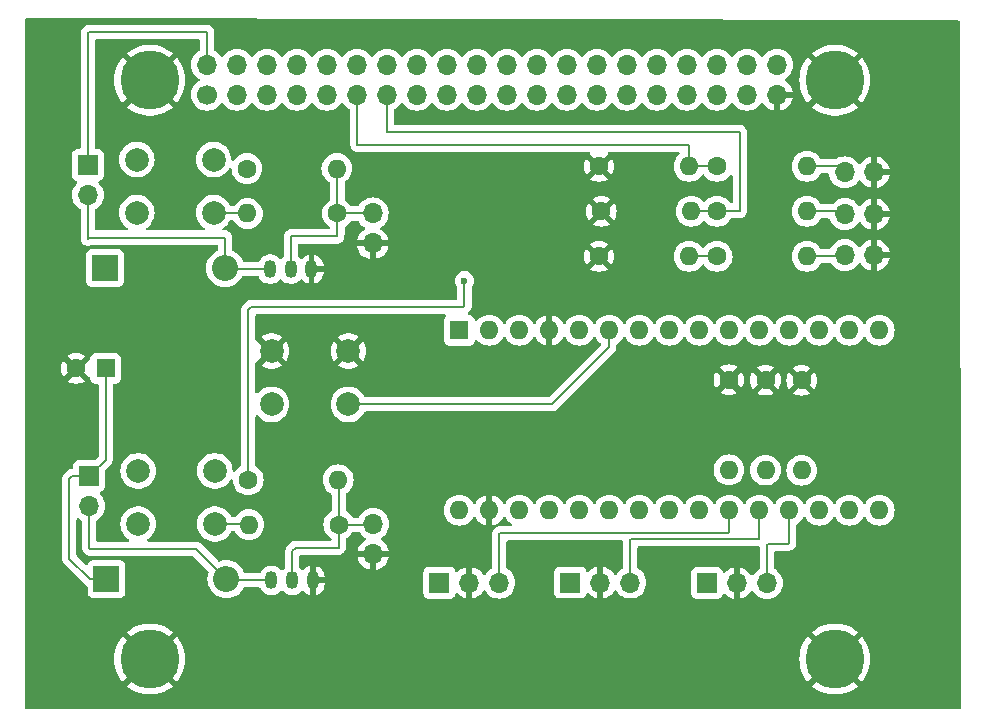
<source format=gtl>
G04 #@! TF.GenerationSoftware,KiCad,Pcbnew,8.0.8*
G04 #@! TF.CreationDate,2025-05-09T16:42:09+03:00*
G04 #@! TF.ProjectId,Lick_Valves_final,4c69636b-5f56-4616-9c76-65735f66696e,rev?*
G04 #@! TF.SameCoordinates,Original*
G04 #@! TF.FileFunction,Copper,L1,Top*
G04 #@! TF.FilePolarity,Positive*
%FSLAX46Y46*%
G04 Gerber Fmt 4.6, Leading zero omitted, Abs format (unit mm)*
G04 Created by KiCad (PCBNEW 8.0.8) date 2025-05-09 16:42:09*
%MOMM*%
%LPD*%
G01*
G04 APERTURE LIST*
G04 #@! TA.AperFunction,ComponentPad*
%ADD10O,1.700000X1.700000*%
G04 #@! TD*
G04 #@! TA.AperFunction,ComponentPad*
%ADD11C,1.600000*%
G04 #@! TD*
G04 #@! TA.AperFunction,ComponentPad*
%ADD12O,1.600000X1.600000*%
G04 #@! TD*
G04 #@! TA.AperFunction,ComponentPad*
%ADD13R,1.700000X1.700000*%
G04 #@! TD*
G04 #@! TA.AperFunction,ComponentPad*
%ADD14C,2.000000*%
G04 #@! TD*
G04 #@! TA.AperFunction,ComponentPad*
%ADD15R,1.600000X1.600000*%
G04 #@! TD*
G04 #@! TA.AperFunction,ComponentPad*
%ADD16R,2.200000X2.200000*%
G04 #@! TD*
G04 #@! TA.AperFunction,ComponentPad*
%ADD17O,2.200000X2.200000*%
G04 #@! TD*
G04 #@! TA.AperFunction,ComponentPad*
%ADD18O,1.050000X1.500000*%
G04 #@! TD*
G04 #@! TA.AperFunction,ComponentPad*
%ADD19C,1.700000*%
G04 #@! TD*
G04 #@! TA.AperFunction,ComponentPad*
%ADD20C,5.000000*%
G04 #@! TD*
G04 #@! TA.AperFunction,ViaPad*
%ADD21C,0.600000*%
G04 #@! TD*
G04 #@! TA.AperFunction,Conductor*
%ADD22C,0.200000*%
G04 #@! TD*
G04 APERTURE END LIST*
D10*
X60027500Y-125635000D03*
X60027500Y-123095000D03*
D11*
X56995000Y-96800000D03*
D12*
X49375000Y-96800000D03*
D13*
X35855000Y-92690000D03*
D10*
X35855000Y-95230000D03*
D13*
X35970000Y-119040000D03*
D10*
X35970000Y-121580000D03*
D11*
X49440000Y-119350000D03*
D12*
X57060000Y-119350000D03*
D14*
X40120000Y-118590000D03*
X46620000Y-118590000D03*
X40120000Y-123090000D03*
X46620000Y-123090000D03*
D15*
X37370000Y-109910000D03*
D11*
X34870000Y-109910000D03*
D13*
X65625000Y-128060000D03*
D10*
X68165000Y-128060000D03*
X70705000Y-128060000D03*
D14*
X51420000Y-108460000D03*
X57920000Y-108460000D03*
X51420000Y-112960000D03*
X57920000Y-112960000D03*
D16*
X37320000Y-101420000D03*
D17*
X47480000Y-101420000D03*
D14*
X40005000Y-92240000D03*
X46505000Y-92240000D03*
X40005000Y-96740000D03*
X46505000Y-96740000D03*
D11*
X90140000Y-110890000D03*
D12*
X90140000Y-118510000D03*
D11*
X57110000Y-123150000D03*
D12*
X49490000Y-123150000D03*
D11*
X49325000Y-93000000D03*
D12*
X56945000Y-93000000D03*
D11*
X89140000Y-96620000D03*
D12*
X96760000Y-96620000D03*
D18*
X51295000Y-101520000D03*
X53065000Y-101520000D03*
X54795000Y-101520000D03*
D13*
X76715000Y-128050000D03*
D10*
X79255000Y-128050000D03*
X81795000Y-128050000D03*
D11*
X79140000Y-92810000D03*
D12*
X86760000Y-92810000D03*
D10*
X59980000Y-99340000D03*
X59980000Y-96800000D03*
D11*
X79140000Y-100430000D03*
D12*
X86760000Y-100430000D03*
D11*
X89140000Y-100430000D03*
D12*
X96760000Y-100430000D03*
D18*
X51410000Y-127870000D03*
X53180000Y-127870000D03*
X54910000Y-127870000D03*
D13*
X88280000Y-128090000D03*
D10*
X90820000Y-128090000D03*
X93360000Y-128090000D03*
X99960000Y-93320000D03*
X99960000Y-96860000D03*
X99960000Y-100320000D03*
D11*
X89140000Y-92810000D03*
D12*
X96760000Y-92810000D03*
D16*
X37435000Y-127770000D03*
D17*
X47595000Y-127770000D03*
D10*
X102440000Y-93310000D03*
X102440000Y-96850000D03*
X102440000Y-100310000D03*
D11*
X96300000Y-110930000D03*
D12*
X96300000Y-118550000D03*
D11*
X93240000Y-110910000D03*
D12*
X93240000Y-118530000D03*
D11*
X79330000Y-96620000D03*
D12*
X86950000Y-96620000D03*
D19*
X45960000Y-86750000D03*
D10*
X45960000Y-84210000D03*
X48500000Y-86750000D03*
X48500000Y-84210000D03*
X51040000Y-86750000D03*
X51040000Y-84210000D03*
X53580000Y-86750000D03*
X53580000Y-84210000D03*
X56120000Y-86750000D03*
X56120000Y-84210000D03*
X58660000Y-86750000D03*
X58660000Y-84210000D03*
X61200000Y-86750000D03*
X61200000Y-84210000D03*
X63740000Y-86750000D03*
X63740000Y-84210000D03*
X66280000Y-86750000D03*
X66280000Y-84210000D03*
X68820000Y-86750000D03*
X68820000Y-84210000D03*
X71360000Y-86750000D03*
X71360000Y-84210000D03*
X73900000Y-86750000D03*
X73900000Y-84210000D03*
X76440000Y-86750000D03*
X76440000Y-84210000D03*
X78980000Y-86750000D03*
X78980000Y-84210000D03*
X81520000Y-86750000D03*
X81520000Y-84210000D03*
X84060000Y-86750000D03*
X84060000Y-84210000D03*
X86600000Y-86750000D03*
X86600000Y-84210000D03*
X89140000Y-86750000D03*
X89140000Y-84210000D03*
X91680000Y-86750000D03*
X91680000Y-84210000D03*
X94220000Y-86750000D03*
X94220000Y-84210000D03*
D15*
X67310000Y-106690000D03*
D12*
X69850000Y-106690000D03*
X72390000Y-106690000D03*
X74930000Y-106690000D03*
X77470000Y-106690000D03*
X80010000Y-106690000D03*
X82550000Y-106690000D03*
X85090000Y-106690000D03*
X87630000Y-106690000D03*
X90170000Y-106690000D03*
X92710000Y-106690000D03*
X95250000Y-106690000D03*
X97790000Y-106690000D03*
X100330000Y-106690000D03*
X102870000Y-106690000D03*
X102870000Y-121930000D03*
X100330000Y-121930000D03*
X97790000Y-121930000D03*
X95250000Y-121930000D03*
X92710000Y-121930000D03*
X90170000Y-121930000D03*
X87630000Y-121930000D03*
X85090000Y-121930000D03*
X82550000Y-121930000D03*
X80010000Y-121930000D03*
X77470000Y-121930000D03*
X74930000Y-121930000D03*
X72390000Y-121930000D03*
X69850000Y-121930000D03*
X67310000Y-121930000D03*
D20*
X41100000Y-85530000D03*
X99100000Y-85530000D03*
X41100000Y-134530000D03*
X99100000Y-134530000D03*
D21*
X67750000Y-102500000D03*
D22*
X53075000Y-98750000D02*
X56990000Y-98750000D01*
X53065000Y-98760000D02*
X53075000Y-98750000D01*
X56990000Y-98750000D02*
X56990000Y-98485000D01*
X56990000Y-98485000D02*
X56995000Y-98480000D01*
X53065000Y-101520000D02*
X53065000Y-98760000D01*
X56995000Y-98480000D02*
X56995000Y-96800000D01*
X49675000Y-104725000D02*
X67650000Y-104725000D01*
X67650000Y-104725000D02*
X67750000Y-104625000D01*
X49440000Y-104960000D02*
X49675000Y-104725000D01*
X49440000Y-119350000D02*
X49440000Y-104960000D01*
X67750000Y-104625000D02*
X67750000Y-102500000D01*
X99850000Y-100430000D02*
X99960000Y-100320000D01*
X96760000Y-100430000D02*
X99850000Y-100430000D01*
X80010000Y-106690000D02*
X80010000Y-108100000D01*
X75150000Y-112960000D02*
X57920000Y-112960000D01*
X80010000Y-108100000D02*
X75150000Y-112960000D01*
X35855000Y-81515000D02*
X35950000Y-81420000D01*
X35855000Y-92690000D02*
X35855000Y-81515000D01*
X37370000Y-117640000D02*
X35970000Y-119040000D01*
X34300000Y-126035000D02*
X36035000Y-127770000D01*
X37370000Y-109910000D02*
X37370000Y-117640000D01*
X45930000Y-81420000D02*
X45960000Y-81450000D01*
X35970000Y-119040000D02*
X34535000Y-119040000D01*
X45960000Y-81450000D02*
X45960000Y-84210000D01*
X35950000Y-81420000D02*
X45930000Y-81420000D01*
X34300000Y-119275000D02*
X34300000Y-126035000D01*
X34535000Y-119040000D02*
X34300000Y-119275000D01*
X36035000Y-127770000D02*
X37435000Y-127770000D01*
X92645000Y-124375000D02*
X92710000Y-124310000D01*
X92710000Y-124310000D02*
X92710000Y-121930000D01*
X81795000Y-128050000D02*
X81795000Y-124455000D01*
X81795000Y-124455000D02*
X81875000Y-124375000D01*
X81875000Y-124375000D02*
X92645000Y-124375000D01*
X99720000Y-96620000D02*
X99960000Y-96860000D01*
X96760000Y-96620000D02*
X99720000Y-96620000D01*
X95175000Y-124775000D02*
X95250000Y-124700000D01*
X93360000Y-124865000D02*
X93450000Y-124775000D01*
X93360000Y-128090000D02*
X93360000Y-124865000D01*
X95250000Y-124700000D02*
X95250000Y-121930000D01*
X93450000Y-124775000D02*
X95175000Y-124775000D01*
X96760000Y-92810000D02*
X99450000Y-92810000D01*
X99450000Y-92810000D02*
X99960000Y-93320000D01*
X70705000Y-128060000D02*
X70705000Y-123925000D01*
X70705000Y-123925000D02*
X70740000Y-123890000D01*
X90020000Y-123890000D02*
X90170000Y-123740000D01*
X90170000Y-123740000D02*
X90170000Y-121930000D01*
X70740000Y-123890000D02*
X90020000Y-123890000D01*
X45015000Y-125190000D02*
X47595000Y-127770000D01*
X35975000Y-125100000D02*
X36065000Y-125190000D01*
X35975000Y-121585000D02*
X35975000Y-125100000D01*
X36065000Y-125190000D02*
X45015000Y-125190000D01*
X47765000Y-127770000D02*
X47865000Y-127870000D01*
X47865000Y-127870000D02*
X51410000Y-127870000D01*
X35970000Y-121580000D02*
X35975000Y-121585000D01*
X35970000Y-121580000D02*
X35960000Y-121590000D01*
X47595000Y-127770000D02*
X47765000Y-127770000D01*
X35855000Y-95230000D02*
X35860000Y-95235000D01*
X35950000Y-98840000D02*
X47480000Y-98840000D01*
X35855000Y-95230000D02*
X35845000Y-95240000D01*
X47480000Y-98840000D02*
X47480000Y-101420000D01*
X47480000Y-101420000D02*
X47650000Y-101420000D01*
X35860000Y-98930000D02*
X35950000Y-98840000D01*
X47650000Y-101420000D02*
X47750000Y-101520000D01*
X35860000Y-95235000D02*
X35860000Y-98930000D01*
X47750000Y-101520000D02*
X51295000Y-101520000D01*
X49315000Y-96740000D02*
X49375000Y-96800000D01*
X46505000Y-96740000D02*
X49315000Y-96740000D01*
X56995000Y-93050000D02*
X56945000Y-93000000D01*
X56995000Y-96800000D02*
X56995000Y-93050000D01*
X56995000Y-96800000D02*
X59980000Y-96800000D01*
X53470000Y-125100000D02*
X57105000Y-125100000D01*
X57110000Y-124830000D02*
X57110000Y-123150000D01*
X57110000Y-123150000D02*
X57110000Y-119400000D01*
X53180000Y-127870000D02*
X53180000Y-125390000D01*
X57110000Y-119400000D02*
X57060000Y-119350000D01*
X57105000Y-124835000D02*
X57110000Y-124830000D01*
X57110000Y-123150000D02*
X59972500Y-123150000D01*
X57105000Y-125100000D02*
X57105000Y-124835000D01*
X53180000Y-125390000D02*
X53470000Y-125100000D01*
X59972500Y-123150000D02*
X60027500Y-123095000D01*
X49430000Y-123090000D02*
X49490000Y-123150000D01*
X46620000Y-123090000D02*
X49430000Y-123090000D01*
X86760000Y-90980000D02*
X86760000Y-92810000D01*
X58660000Y-90960000D02*
X58680000Y-90980000D01*
X58660000Y-86750000D02*
X58660000Y-90960000D01*
X58680000Y-90980000D02*
X86760000Y-90980000D01*
X89140000Y-92810000D02*
X86760000Y-92810000D01*
X86950000Y-96620000D02*
X89140000Y-96620000D01*
X91045000Y-96620000D02*
X91045000Y-89910000D01*
X89140000Y-96620000D02*
X91045000Y-96620000D01*
X61200000Y-89910000D02*
X61200000Y-86750000D01*
X91045000Y-89910000D02*
X61200000Y-89910000D01*
X89140000Y-100430000D02*
X86760000Y-100430000D01*
G04 #@! TA.AperFunction,Conductor*
G36*
X109566377Y-80449255D02*
G01*
X109633376Y-80469074D01*
X109679026Y-80521969D01*
X109690129Y-80573130D01*
X109748867Y-138675063D01*
X109729250Y-138742122D01*
X109676492Y-138787930D01*
X109624805Y-138799188D01*
X30634438Y-138759810D01*
X30567409Y-138740092D01*
X30521680Y-138687265D01*
X30510500Y-138635810D01*
X30510500Y-134529996D01*
X38094916Y-134529996D01*
X38094916Y-134530003D01*
X38115235Y-134878869D01*
X38115236Y-134878880D01*
X38175914Y-135223002D01*
X38175916Y-135223011D01*
X38276145Y-135557800D01*
X38414555Y-135878670D01*
X38414561Y-135878683D01*
X38589289Y-136181322D01*
X38797972Y-136461631D01*
X38797976Y-136461636D01*
X38806147Y-136470297D01*
X38806148Y-136470298D01*
X40056320Y-135220125D01*
X40146554Y-135344320D01*
X40285680Y-135483446D01*
X40409873Y-135573678D01*
X39162817Y-136820733D01*
X39162818Y-136820734D01*
X39305480Y-136940442D01*
X39597461Y-137132480D01*
X39909739Y-137289314D01*
X39909745Y-137289316D01*
X40238130Y-137408838D01*
X40238133Y-137408839D01*
X40578171Y-137489429D01*
X40925276Y-137529999D01*
X40925277Y-137530000D01*
X41274723Y-137530000D01*
X41274723Y-137529999D01*
X41621827Y-137489429D01*
X41621829Y-137489429D01*
X41961866Y-137408839D01*
X41961869Y-137408838D01*
X42290254Y-137289316D01*
X42290260Y-137289314D01*
X42602538Y-137132480D01*
X42894515Y-136940445D01*
X43037180Y-136820734D01*
X43037181Y-136820733D01*
X41790126Y-135573678D01*
X41914320Y-135483446D01*
X42053446Y-135344320D01*
X42143679Y-135220126D01*
X43393850Y-136470297D01*
X43402032Y-136461625D01*
X43610710Y-136181322D01*
X43785438Y-135878683D01*
X43785444Y-135878670D01*
X43923854Y-135557800D01*
X44024083Y-135223011D01*
X44024085Y-135223002D01*
X44084763Y-134878880D01*
X44084764Y-134878869D01*
X44105084Y-134530003D01*
X44105084Y-134529996D01*
X96094916Y-134529996D01*
X96094916Y-134530003D01*
X96115235Y-134878869D01*
X96115236Y-134878880D01*
X96175914Y-135223002D01*
X96175916Y-135223011D01*
X96276145Y-135557800D01*
X96414555Y-135878670D01*
X96414561Y-135878683D01*
X96589289Y-136181322D01*
X96797972Y-136461631D01*
X96797976Y-136461636D01*
X96806147Y-136470297D01*
X96806148Y-136470298D01*
X98056320Y-135220125D01*
X98146554Y-135344320D01*
X98285680Y-135483446D01*
X98409873Y-135573678D01*
X97162817Y-136820733D01*
X97162818Y-136820734D01*
X97305480Y-136940442D01*
X97597461Y-137132480D01*
X97909739Y-137289314D01*
X97909745Y-137289316D01*
X98238130Y-137408838D01*
X98238133Y-137408839D01*
X98578171Y-137489429D01*
X98925276Y-137529999D01*
X98925277Y-137530000D01*
X99274723Y-137530000D01*
X99274723Y-137529999D01*
X99621827Y-137489429D01*
X99621829Y-137489429D01*
X99961866Y-137408839D01*
X99961869Y-137408838D01*
X100290254Y-137289316D01*
X100290260Y-137289314D01*
X100602538Y-137132480D01*
X100894515Y-136940445D01*
X101037180Y-136820734D01*
X101037181Y-136820733D01*
X99790126Y-135573678D01*
X99914320Y-135483446D01*
X100053446Y-135344320D01*
X100143679Y-135220126D01*
X101393850Y-136470297D01*
X101402032Y-136461625D01*
X101610710Y-136181322D01*
X101785438Y-135878683D01*
X101785444Y-135878670D01*
X101923854Y-135557800D01*
X102024083Y-135223011D01*
X102024085Y-135223002D01*
X102084763Y-134878880D01*
X102084764Y-134878869D01*
X102105084Y-134530003D01*
X102105084Y-134529996D01*
X102084764Y-134181130D01*
X102084763Y-134181119D01*
X102024085Y-133836997D01*
X102024083Y-133836988D01*
X101923854Y-133502199D01*
X101785444Y-133181329D01*
X101785438Y-133181316D01*
X101610710Y-132878677D01*
X101402029Y-132598371D01*
X101393850Y-132589701D01*
X101393850Y-132589700D01*
X100143678Y-133839872D01*
X100053446Y-133715680D01*
X99914320Y-133576554D01*
X99790125Y-133486320D01*
X101037181Y-132239265D01*
X101037180Y-132239264D01*
X100894519Y-132119557D01*
X100602538Y-131927519D01*
X100290260Y-131770685D01*
X100290254Y-131770683D01*
X99961869Y-131651161D01*
X99961866Y-131651160D01*
X99621828Y-131570570D01*
X99274723Y-131530000D01*
X98925277Y-131530000D01*
X98578172Y-131570570D01*
X98578170Y-131570570D01*
X98238133Y-131651160D01*
X98238130Y-131651161D01*
X97909745Y-131770683D01*
X97909739Y-131770685D01*
X97597461Y-131927519D01*
X97305485Y-132119554D01*
X97162817Y-132239264D01*
X98409874Y-133486320D01*
X98285680Y-133576554D01*
X98146554Y-133715680D01*
X98056320Y-133839873D01*
X96806148Y-132589701D01*
X96806146Y-132589701D01*
X96797973Y-132598366D01*
X96589289Y-132878677D01*
X96414561Y-133181316D01*
X96414555Y-133181329D01*
X96276145Y-133502199D01*
X96175916Y-133836988D01*
X96175914Y-133836997D01*
X96115236Y-134181119D01*
X96115235Y-134181130D01*
X96094916Y-134529996D01*
X44105084Y-134529996D01*
X44084764Y-134181130D01*
X44084763Y-134181119D01*
X44024085Y-133836997D01*
X44024083Y-133836988D01*
X43923854Y-133502199D01*
X43785444Y-133181329D01*
X43785438Y-133181316D01*
X43610710Y-132878677D01*
X43402029Y-132598371D01*
X43393850Y-132589701D01*
X43393850Y-132589700D01*
X42143678Y-133839872D01*
X42053446Y-133715680D01*
X41914320Y-133576554D01*
X41790125Y-133486320D01*
X43037181Y-132239265D01*
X43037180Y-132239264D01*
X42894519Y-132119557D01*
X42602538Y-131927519D01*
X42290260Y-131770685D01*
X42290254Y-131770683D01*
X41961869Y-131651161D01*
X41961866Y-131651160D01*
X41621828Y-131570570D01*
X41274723Y-131530000D01*
X40925277Y-131530000D01*
X40578172Y-131570570D01*
X40578170Y-131570570D01*
X40238133Y-131651160D01*
X40238130Y-131651161D01*
X39909745Y-131770683D01*
X39909739Y-131770685D01*
X39597461Y-131927519D01*
X39305485Y-132119554D01*
X39162817Y-132239264D01*
X40409874Y-133486320D01*
X40285680Y-133576554D01*
X40146554Y-133715680D01*
X40056320Y-133839873D01*
X38806148Y-132589701D01*
X38806146Y-132589701D01*
X38797973Y-132598366D01*
X38589289Y-132878677D01*
X38414561Y-133181316D01*
X38414555Y-133181329D01*
X38276145Y-133502199D01*
X38175916Y-133836988D01*
X38175914Y-133836997D01*
X38115236Y-134181119D01*
X38115235Y-134181130D01*
X38094916Y-134529996D01*
X30510500Y-134529996D01*
X30510500Y-109909997D01*
X33565034Y-109909997D01*
X33565034Y-109910002D01*
X33584858Y-110136599D01*
X33584860Y-110136610D01*
X33643730Y-110356317D01*
X33643735Y-110356331D01*
X33739863Y-110562478D01*
X33790974Y-110635472D01*
X34470000Y-109956446D01*
X34470000Y-109962661D01*
X34497259Y-110064394D01*
X34549920Y-110155606D01*
X34624394Y-110230080D01*
X34715606Y-110282741D01*
X34817339Y-110310000D01*
X34823553Y-110310000D01*
X34144526Y-110989025D01*
X34217513Y-111040132D01*
X34217521Y-111040136D01*
X34423668Y-111136264D01*
X34423682Y-111136269D01*
X34643389Y-111195139D01*
X34643400Y-111195141D01*
X34869998Y-111214966D01*
X34870002Y-111214966D01*
X35096599Y-111195141D01*
X35096610Y-111195139D01*
X35316317Y-111136269D01*
X35316331Y-111136264D01*
X35522478Y-111040136D01*
X35595471Y-110989024D01*
X34916447Y-110310000D01*
X34922661Y-110310000D01*
X35024394Y-110282741D01*
X35115606Y-110230080D01*
X35190080Y-110155606D01*
X35242741Y-110064394D01*
X35270000Y-109962661D01*
X35270000Y-109956447D01*
X35954197Y-110640644D01*
X36003192Y-110650491D01*
X36053375Y-110699106D01*
X36068049Y-110754632D01*
X36069099Y-110754576D01*
X36069146Y-110754571D01*
X36069146Y-110754573D01*
X36069324Y-110754564D01*
X36069501Y-110757876D01*
X36075908Y-110817483D01*
X36126202Y-110952328D01*
X36126206Y-110952335D01*
X36212452Y-111067544D01*
X36212455Y-111067547D01*
X36327664Y-111153793D01*
X36327671Y-111153797D01*
X36372618Y-111170561D01*
X36462517Y-111204091D01*
X36522127Y-111210500D01*
X36645500Y-111210499D01*
X36712539Y-111230183D01*
X36758294Y-111282987D01*
X36769500Y-111334499D01*
X36769500Y-117339902D01*
X36749815Y-117406941D01*
X36733181Y-117427583D01*
X36507583Y-117653181D01*
X36446260Y-117686666D01*
X36419902Y-117689500D01*
X35072129Y-117689500D01*
X35072123Y-117689501D01*
X35012516Y-117695908D01*
X34877671Y-117746202D01*
X34877664Y-117746206D01*
X34762455Y-117832452D01*
X34762452Y-117832455D01*
X34676206Y-117947664D01*
X34676202Y-117947671D01*
X34625908Y-118082517D01*
X34619501Y-118142116D01*
X34619500Y-118142135D01*
X34619500Y-118315500D01*
X34599815Y-118382539D01*
X34547011Y-118428294D01*
X34495500Y-118439500D01*
X34455943Y-118439500D01*
X34303215Y-118480423D01*
X34303214Y-118480423D01*
X34303212Y-118480424D01*
X34303209Y-118480425D01*
X34253096Y-118509359D01*
X34253095Y-118509360D01*
X34209689Y-118534420D01*
X34166285Y-118559479D01*
X34166282Y-118559481D01*
X33819481Y-118906282D01*
X33819480Y-118906284D01*
X33778914Y-118976547D01*
X33740423Y-119043215D01*
X33699499Y-119195943D01*
X33699499Y-119195945D01*
X33699499Y-119364046D01*
X33699500Y-119364059D01*
X33699500Y-125948330D01*
X33699499Y-125948348D01*
X33699499Y-126114054D01*
X33699498Y-126114054D01*
X33699499Y-126114057D01*
X33740423Y-126266785D01*
X33766790Y-126312454D01*
X33819477Y-126403712D01*
X33819481Y-126403717D01*
X33938349Y-126522585D01*
X33938354Y-126522589D01*
X35666284Y-128250520D01*
X35772500Y-128311843D01*
X35820715Y-128362409D01*
X35834500Y-128419230D01*
X35834500Y-128917870D01*
X35834501Y-128917876D01*
X35840908Y-128977483D01*
X35891202Y-129112328D01*
X35891206Y-129112335D01*
X35977452Y-129227544D01*
X35977455Y-129227547D01*
X36092664Y-129313793D01*
X36092671Y-129313797D01*
X36227517Y-129364091D01*
X36227516Y-129364091D01*
X36234444Y-129364835D01*
X36287127Y-129370500D01*
X38582872Y-129370499D01*
X38642483Y-129364091D01*
X38777331Y-129313796D01*
X38892546Y-129227546D01*
X38978796Y-129112331D01*
X39029091Y-128977483D01*
X39035500Y-128917873D01*
X39035499Y-126622128D01*
X39029091Y-126562517D01*
X39022797Y-126545643D01*
X38978797Y-126427671D01*
X38978793Y-126427664D01*
X38892546Y-126312454D01*
X38892544Y-126312452D01*
X38777335Y-126226206D01*
X38777328Y-126226202D01*
X38642482Y-126175908D01*
X38642483Y-126175908D01*
X38582883Y-126169501D01*
X38582881Y-126169500D01*
X38582873Y-126169500D01*
X38582864Y-126169500D01*
X36287129Y-126169500D01*
X36287123Y-126169501D01*
X36227516Y-126175908D01*
X36092671Y-126226202D01*
X36092664Y-126226206D01*
X35977455Y-126312452D01*
X35977454Y-126312454D01*
X35891206Y-126427664D01*
X35891203Y-126427670D01*
X35863742Y-126501296D01*
X35821870Y-126557229D01*
X35756405Y-126581646D01*
X35688133Y-126566794D01*
X35659879Y-126545643D01*
X34936819Y-125822583D01*
X34903334Y-125761260D01*
X34900500Y-125734902D01*
X34900500Y-122717986D01*
X34920185Y-122650947D01*
X34972989Y-122605192D01*
X35042147Y-122595248D01*
X35095624Y-122616411D01*
X35098596Y-122618492D01*
X35098599Y-122618495D01*
X35292170Y-122754035D01*
X35302905Y-122759040D01*
X35355342Y-122805209D01*
X35374500Y-122871422D01*
X35374500Y-125013330D01*
X35374499Y-125013348D01*
X35374499Y-125179054D01*
X35374498Y-125179054D01*
X35415424Y-125331789D01*
X35415425Y-125331790D01*
X35440661Y-125375499D01*
X35440662Y-125375501D01*
X35494475Y-125468709D01*
X35494481Y-125468717D01*
X35696284Y-125670520D01*
X35783095Y-125720639D01*
X35783097Y-125720641D01*
X35833213Y-125749576D01*
X35833215Y-125749577D01*
X35985942Y-125790500D01*
X35985943Y-125790500D01*
X44714903Y-125790500D01*
X44781942Y-125810185D01*
X44802584Y-125826819D01*
X46062707Y-127086942D01*
X46096192Y-127148265D01*
X46091208Y-127217957D01*
X46089588Y-127222073D01*
X46068127Y-127273886D01*
X46068127Y-127273887D01*
X46009317Y-127518848D01*
X45989551Y-127770000D01*
X46009317Y-128021151D01*
X46068126Y-128266110D01*
X46164533Y-128498859D01*
X46296160Y-128713653D01*
X46296161Y-128713656D01*
X46342237Y-128767604D01*
X46459776Y-128905224D01*
X46594632Y-129020402D01*
X46651343Y-129068838D01*
X46651346Y-129068839D01*
X46866140Y-129200466D01*
X47028082Y-129267544D01*
X47098889Y-129296873D01*
X47343852Y-129355683D01*
X47595000Y-129375449D01*
X47846148Y-129355683D01*
X48091111Y-129296873D01*
X48323859Y-129200466D01*
X48538659Y-129068836D01*
X48730224Y-128905224D01*
X48893836Y-128713659D01*
X48975276Y-128580762D01*
X49006561Y-128529710D01*
X49058373Y-128482835D01*
X49112288Y-128470500D01*
X50372690Y-128470500D01*
X50439729Y-128490185D01*
X50485484Y-128542989D01*
X50487251Y-128547047D01*
X50501212Y-128580752D01*
X50501217Y-128580762D01*
X50613441Y-128748718D01*
X50756281Y-128891558D01*
X50924237Y-129003782D01*
X50924241Y-129003784D01*
X50924244Y-129003786D01*
X51110873Y-129081091D01*
X51308992Y-129120499D01*
X51308996Y-129120500D01*
X51308997Y-129120500D01*
X51511004Y-129120500D01*
X51511005Y-129120499D01*
X51709127Y-129081091D01*
X51895756Y-129003786D01*
X51896424Y-129003340D01*
X52063718Y-128891558D01*
X52063721Y-128891555D01*
X52207319Y-128747958D01*
X52268642Y-128714473D01*
X52338334Y-128719457D01*
X52382681Y-128747958D01*
X52526281Y-128891558D01*
X52694237Y-129003782D01*
X52694241Y-129003784D01*
X52694244Y-129003786D01*
X52880873Y-129081091D01*
X53078992Y-129120499D01*
X53078996Y-129120500D01*
X53078997Y-129120500D01*
X53281004Y-129120500D01*
X53281005Y-129120499D01*
X53479127Y-129081091D01*
X53665756Y-129003786D01*
X53666424Y-129003340D01*
X53689576Y-128987870D01*
X53833718Y-128891558D01*
X53957674Y-128767601D01*
X54018993Y-128734119D01*
X54088685Y-128739103D01*
X54133033Y-128767604D01*
X54256596Y-128891167D01*
X54256600Y-128891170D01*
X54424473Y-129003340D01*
X54424486Y-129003347D01*
X54611016Y-129080609D01*
X54611025Y-129080612D01*
X54660000Y-129090353D01*
X54660000Y-128150330D01*
X54679745Y-128170075D01*
X54765255Y-128219444D01*
X54860630Y-128245000D01*
X54959370Y-128245000D01*
X55054745Y-128219444D01*
X55140255Y-128170075D01*
X55160000Y-128150330D01*
X55160000Y-129090352D01*
X55208974Y-129080612D01*
X55208983Y-129080609D01*
X55395513Y-129003347D01*
X55395526Y-129003340D01*
X55563399Y-128891170D01*
X55563403Y-128891167D01*
X55706167Y-128748403D01*
X55706170Y-128748399D01*
X55818340Y-128580526D01*
X55818347Y-128580513D01*
X55895609Y-128393983D01*
X55895612Y-128393974D01*
X55934999Y-128195958D01*
X55935000Y-128195955D01*
X55935000Y-128120000D01*
X55190330Y-128120000D01*
X55210075Y-128100255D01*
X55259444Y-128014745D01*
X55285000Y-127919370D01*
X55285000Y-127820630D01*
X55259444Y-127725255D01*
X55210075Y-127639745D01*
X55190330Y-127620000D01*
X55935000Y-127620000D01*
X55935000Y-127544045D01*
X55934999Y-127544041D01*
X55895612Y-127346025D01*
X55895609Y-127346016D01*
X55819444Y-127162135D01*
X64274500Y-127162135D01*
X64274500Y-128957870D01*
X64274501Y-128957876D01*
X64280908Y-129017483D01*
X64331202Y-129152328D01*
X64331206Y-129152335D01*
X64417452Y-129267544D01*
X64417455Y-129267547D01*
X64532664Y-129353793D01*
X64532671Y-129353797D01*
X64667517Y-129404091D01*
X64667516Y-129404091D01*
X64674444Y-129404835D01*
X64727127Y-129410500D01*
X66522872Y-129410499D01*
X66582483Y-129404091D01*
X66717331Y-129353796D01*
X66832546Y-129267546D01*
X66918796Y-129152331D01*
X66968002Y-129020401D01*
X67009872Y-128964468D01*
X67075337Y-128940050D01*
X67143610Y-128954901D01*
X67171865Y-128976053D01*
X67293917Y-129098105D01*
X67487421Y-129233600D01*
X67701507Y-129333429D01*
X67701516Y-129333433D01*
X67915000Y-129390634D01*
X67915000Y-128493012D01*
X67972007Y-128525925D01*
X68099174Y-128560000D01*
X68230826Y-128560000D01*
X68357993Y-128525925D01*
X68415000Y-128493012D01*
X68415000Y-129390633D01*
X68628483Y-129333433D01*
X68628492Y-129333429D01*
X68842578Y-129233600D01*
X69036082Y-129098105D01*
X69203105Y-128931082D01*
X69333119Y-128745405D01*
X69387696Y-128701781D01*
X69457195Y-128694588D01*
X69519549Y-128726110D01*
X69536269Y-128745405D01*
X69538368Y-128748403D01*
X69666505Y-128931401D01*
X69833599Y-129098495D01*
X69930384Y-129166265D01*
X70027165Y-129234032D01*
X70027167Y-129234033D01*
X70027170Y-129234035D01*
X70241337Y-129333903D01*
X70241343Y-129333904D01*
X70241344Y-129333905D01*
X70278262Y-129343797D01*
X70469592Y-129395063D01*
X70646034Y-129410500D01*
X70704999Y-129415659D01*
X70705000Y-129415659D01*
X70705001Y-129415659D01*
X70763966Y-129410500D01*
X70940408Y-129395063D01*
X71168663Y-129333903D01*
X71382830Y-129234035D01*
X71576401Y-129098495D01*
X71743495Y-128931401D01*
X71879035Y-128737830D01*
X71978903Y-128523663D01*
X72040063Y-128295408D01*
X72060659Y-128060000D01*
X72040063Y-127824592D01*
X71978903Y-127596337D01*
X71879035Y-127382171D01*
X71873731Y-127374595D01*
X71743494Y-127188597D01*
X71576402Y-127021506D01*
X71576395Y-127021501D01*
X71562663Y-127011886D01*
X71499518Y-126967671D01*
X71382831Y-126885965D01*
X71382826Y-126885962D01*
X71377091Y-126883288D01*
X71324653Y-126837113D01*
X71305500Y-126770908D01*
X71305500Y-124614500D01*
X71325185Y-124547461D01*
X71377989Y-124501706D01*
X71429500Y-124490500D01*
X81070500Y-124490500D01*
X81137539Y-124510185D01*
X81183294Y-124562989D01*
X81194500Y-124614500D01*
X81194500Y-126760908D01*
X81174815Y-126827947D01*
X81122914Y-126873286D01*
X81117173Y-126875963D01*
X81117169Y-126875965D01*
X80923597Y-127011505D01*
X80756508Y-127178594D01*
X80626269Y-127364595D01*
X80571692Y-127408219D01*
X80502193Y-127415412D01*
X80439839Y-127383890D01*
X80423119Y-127364594D01*
X80293113Y-127178926D01*
X80293108Y-127178920D01*
X80126082Y-127011894D01*
X79932578Y-126876399D01*
X79718492Y-126776570D01*
X79718486Y-126776567D01*
X79505000Y-126719364D01*
X79505000Y-127616988D01*
X79447993Y-127584075D01*
X79320826Y-127550000D01*
X79189174Y-127550000D01*
X79062007Y-127584075D01*
X79005000Y-127616988D01*
X79005000Y-126719364D01*
X79004999Y-126719364D01*
X78791513Y-126776567D01*
X78791507Y-126776570D01*
X78577422Y-126876399D01*
X78577420Y-126876400D01*
X78383926Y-127011886D01*
X78261865Y-127133947D01*
X78200542Y-127167431D01*
X78130850Y-127162447D01*
X78074917Y-127120575D01*
X78058002Y-127089598D01*
X78057011Y-127086942D01*
X78021616Y-126992042D01*
X78008797Y-126957671D01*
X78008793Y-126957664D01*
X77922547Y-126842455D01*
X77922544Y-126842452D01*
X77807335Y-126756206D01*
X77807328Y-126756202D01*
X77672482Y-126705908D01*
X77672483Y-126705908D01*
X77612883Y-126699501D01*
X77612881Y-126699500D01*
X77612873Y-126699500D01*
X77612864Y-126699500D01*
X75817129Y-126699500D01*
X75817123Y-126699501D01*
X75757516Y-126705908D01*
X75622671Y-126756202D01*
X75622664Y-126756206D01*
X75507455Y-126842452D01*
X75507452Y-126842455D01*
X75421206Y-126957664D01*
X75421202Y-126957671D01*
X75370908Y-127092517D01*
X75364501Y-127152116D01*
X75364500Y-127152135D01*
X75364500Y-128947870D01*
X75364501Y-128947876D01*
X75370908Y-129007483D01*
X75421202Y-129142328D01*
X75421206Y-129142335D01*
X75507452Y-129257544D01*
X75507455Y-129257547D01*
X75622664Y-129343793D01*
X75622671Y-129343797D01*
X75757517Y-129394091D01*
X75757516Y-129394091D01*
X75764444Y-129394835D01*
X75817127Y-129400500D01*
X77612872Y-129400499D01*
X77672483Y-129394091D01*
X77807331Y-129343796D01*
X77922546Y-129257546D01*
X78008796Y-129142331D01*
X78013957Y-129128495D01*
X78025291Y-129098105D01*
X78058002Y-129010401D01*
X78099872Y-128954468D01*
X78165337Y-128930050D01*
X78233610Y-128944901D01*
X78261865Y-128966053D01*
X78383917Y-129088105D01*
X78577421Y-129223600D01*
X78791507Y-129323429D01*
X78791516Y-129323433D01*
X79005000Y-129380634D01*
X79005000Y-128483012D01*
X79062007Y-128515925D01*
X79189174Y-128550000D01*
X79320826Y-128550000D01*
X79447993Y-128515925D01*
X79505000Y-128483012D01*
X79505000Y-129380633D01*
X79718483Y-129323433D01*
X79718492Y-129323429D01*
X79932578Y-129223600D01*
X80126082Y-129088105D01*
X80293105Y-128921082D01*
X80423119Y-128735405D01*
X80477696Y-128691781D01*
X80547195Y-128684588D01*
X80609549Y-128716110D01*
X80626269Y-128735405D01*
X80756505Y-128921401D01*
X80923599Y-129088495D01*
X81014759Y-129152326D01*
X81117165Y-129224032D01*
X81117167Y-129224033D01*
X81117170Y-129224035D01*
X81331337Y-129323903D01*
X81559592Y-129385063D01*
X81736034Y-129400500D01*
X81794999Y-129405659D01*
X81795000Y-129405659D01*
X81795001Y-129405659D01*
X81853966Y-129400500D01*
X82030408Y-129385063D01*
X82258663Y-129323903D01*
X82472830Y-129224035D01*
X82666401Y-129088495D01*
X82833495Y-128921401D01*
X82969035Y-128727830D01*
X83068903Y-128513663D01*
X83130063Y-128285408D01*
X83150659Y-128050000D01*
X83148399Y-128024174D01*
X83139230Y-127919370D01*
X83130063Y-127814592D01*
X83071584Y-127596344D01*
X83068905Y-127586344D01*
X83068904Y-127586343D01*
X83068903Y-127586337D01*
X82969035Y-127372171D01*
X82963731Y-127364595D01*
X82833494Y-127178597D01*
X82666402Y-127011506D01*
X82666395Y-127011501D01*
X82658367Y-127005880D01*
X82603790Y-126967664D01*
X82472831Y-126875965D01*
X82472826Y-126875962D01*
X82467091Y-126873288D01*
X82414653Y-126827113D01*
X82395500Y-126760908D01*
X82395500Y-125099500D01*
X82415185Y-125032461D01*
X82467989Y-124986706D01*
X82519500Y-124975500D01*
X92558331Y-124975500D01*
X92558347Y-124975501D01*
X92635500Y-124975501D01*
X92702539Y-124995186D01*
X92748294Y-125047990D01*
X92759500Y-125099501D01*
X92759500Y-126800908D01*
X92739815Y-126867947D01*
X92687914Y-126913286D01*
X92682173Y-126915963D01*
X92682169Y-126915965D01*
X92488597Y-127051505D01*
X92321508Y-127218594D01*
X92191269Y-127404595D01*
X92136692Y-127448219D01*
X92067193Y-127455412D01*
X92004839Y-127423890D01*
X91988119Y-127404594D01*
X91858113Y-127218926D01*
X91858108Y-127218920D01*
X91691082Y-127051894D01*
X91497578Y-126916399D01*
X91283492Y-126816570D01*
X91283486Y-126816567D01*
X91070000Y-126759364D01*
X91070000Y-127656988D01*
X91012993Y-127624075D01*
X90885826Y-127590000D01*
X90754174Y-127590000D01*
X90627007Y-127624075D01*
X90570000Y-127656988D01*
X90570000Y-126759364D01*
X90569999Y-126759364D01*
X90356513Y-126816567D01*
X90356507Y-126816570D01*
X90142422Y-126916399D01*
X90142420Y-126916400D01*
X89948926Y-127051886D01*
X89826865Y-127173947D01*
X89765542Y-127207431D01*
X89695850Y-127202447D01*
X89639917Y-127160575D01*
X89623002Y-127129598D01*
X89573797Y-126997671D01*
X89573793Y-126997664D01*
X89487547Y-126882455D01*
X89487544Y-126882452D01*
X89372335Y-126796206D01*
X89372328Y-126796202D01*
X89237482Y-126745908D01*
X89237483Y-126745908D01*
X89177883Y-126739501D01*
X89177881Y-126739500D01*
X89177873Y-126739500D01*
X89177864Y-126739500D01*
X87382129Y-126739500D01*
X87382123Y-126739501D01*
X87322516Y-126745908D01*
X87187671Y-126796202D01*
X87187664Y-126796206D01*
X87072455Y-126882452D01*
X87072452Y-126882455D01*
X86986206Y-126997664D01*
X86986202Y-126997671D01*
X86935908Y-127132517D01*
X86929501Y-127192116D01*
X86929500Y-127192135D01*
X86929500Y-128987870D01*
X86929501Y-128987876D01*
X86935908Y-129047483D01*
X86986202Y-129182328D01*
X86986206Y-129182335D01*
X87072452Y-129297544D01*
X87072455Y-129297547D01*
X87187664Y-129383793D01*
X87187671Y-129383797D01*
X87322517Y-129434091D01*
X87322516Y-129434091D01*
X87329444Y-129434835D01*
X87382127Y-129440500D01*
X89177872Y-129440499D01*
X89237483Y-129434091D01*
X89372331Y-129383796D01*
X89487546Y-129297546D01*
X89573796Y-129182331D01*
X89623002Y-129050401D01*
X89664872Y-128994468D01*
X89730337Y-128970050D01*
X89798610Y-128984901D01*
X89826865Y-129006053D01*
X89948917Y-129128105D01*
X90142421Y-129263600D01*
X90356507Y-129363429D01*
X90356516Y-129363433D01*
X90570000Y-129420634D01*
X90570000Y-128523012D01*
X90627007Y-128555925D01*
X90754174Y-128590000D01*
X90885826Y-128590000D01*
X91012993Y-128555925D01*
X91070000Y-128523012D01*
X91070000Y-129420633D01*
X91283483Y-129363433D01*
X91283492Y-129363429D01*
X91497578Y-129263600D01*
X91691082Y-129128105D01*
X91858105Y-128961082D01*
X91988119Y-128775405D01*
X92042696Y-128731781D01*
X92112195Y-128724588D01*
X92174549Y-128756110D01*
X92191269Y-128775405D01*
X92321505Y-128961401D01*
X92488599Y-129128495D01*
X92585384Y-129196265D01*
X92682165Y-129264032D01*
X92682167Y-129264033D01*
X92682170Y-129264035D01*
X92896337Y-129363903D01*
X92896343Y-129363904D01*
X92896344Y-129363905D01*
X92939424Y-129375448D01*
X93124592Y-129425063D01*
X93301034Y-129440500D01*
X93359999Y-129445659D01*
X93360000Y-129445659D01*
X93360001Y-129445659D01*
X93418966Y-129440500D01*
X93595408Y-129425063D01*
X93823663Y-129363903D01*
X94037830Y-129264035D01*
X94231401Y-129128495D01*
X94398495Y-128961401D01*
X94534035Y-128767830D01*
X94633903Y-128553663D01*
X94695063Y-128325408D01*
X94715659Y-128090000D01*
X94695063Y-127854592D01*
X94633903Y-127626337D01*
X94534035Y-127412171D01*
X94528731Y-127404595D01*
X94398494Y-127218597D01*
X94231402Y-127051506D01*
X94231395Y-127051501D01*
X94216599Y-127041141D01*
X94174275Y-127011505D01*
X94037831Y-126915965D01*
X94037826Y-126915962D01*
X94032091Y-126913288D01*
X93979653Y-126867113D01*
X93960500Y-126800908D01*
X93960500Y-125499500D01*
X93980185Y-125432461D01*
X94032989Y-125386706D01*
X94084500Y-125375500D01*
X95088331Y-125375500D01*
X95088347Y-125375501D01*
X95095943Y-125375501D01*
X95254054Y-125375501D01*
X95254057Y-125375501D01*
X95406785Y-125334577D01*
X95456904Y-125305639D01*
X95543716Y-125255520D01*
X95655520Y-125143716D01*
X95730520Y-125068716D01*
X95794317Y-124958215D01*
X95809577Y-124931785D01*
X95850501Y-124779057D01*
X95850501Y-124620943D01*
X95850501Y-124613348D01*
X95850500Y-124613330D01*
X95850500Y-123161692D01*
X95870185Y-123094653D01*
X95903374Y-123060119D01*
X96089139Y-122930047D01*
X96250047Y-122769139D01*
X96380568Y-122582734D01*
X96407618Y-122524724D01*
X96453790Y-122472285D01*
X96520983Y-122453133D01*
X96587865Y-122473348D01*
X96632382Y-122524725D01*
X96659429Y-122582728D01*
X96659432Y-122582734D01*
X96789954Y-122769141D01*
X96950858Y-122930045D01*
X96950861Y-122930047D01*
X97137266Y-123060568D01*
X97343504Y-123156739D01*
X97343509Y-123156740D01*
X97343511Y-123156741D01*
X97396415Y-123170916D01*
X97563308Y-123215635D01*
X97725230Y-123229801D01*
X97789998Y-123235468D01*
X97790000Y-123235468D01*
X97790002Y-123235468D01*
X97846673Y-123230509D01*
X98016692Y-123215635D01*
X98236496Y-123156739D01*
X98442734Y-123060568D01*
X98629139Y-122930047D01*
X98790047Y-122769139D01*
X98920568Y-122582734D01*
X98947618Y-122524724D01*
X98993790Y-122472285D01*
X99060983Y-122453133D01*
X99127865Y-122473348D01*
X99172382Y-122524725D01*
X99199429Y-122582728D01*
X99199432Y-122582734D01*
X99329954Y-122769141D01*
X99490858Y-122930045D01*
X99490861Y-122930047D01*
X99677266Y-123060568D01*
X99883504Y-123156739D01*
X99883509Y-123156740D01*
X99883511Y-123156741D01*
X99936415Y-123170916D01*
X100103308Y-123215635D01*
X100265230Y-123229801D01*
X100329998Y-123235468D01*
X100330000Y-123235468D01*
X100330002Y-123235468D01*
X100386673Y-123230509D01*
X100556692Y-123215635D01*
X100776496Y-123156739D01*
X100982734Y-123060568D01*
X101169139Y-122930047D01*
X101330047Y-122769139D01*
X101460568Y-122582734D01*
X101487618Y-122524724D01*
X101533790Y-122472285D01*
X101600983Y-122453133D01*
X101667865Y-122473348D01*
X101712382Y-122524725D01*
X101739429Y-122582728D01*
X101739432Y-122582734D01*
X101869954Y-122769141D01*
X102030858Y-122930045D01*
X102030861Y-122930047D01*
X102217266Y-123060568D01*
X102423504Y-123156739D01*
X102423509Y-123156740D01*
X102423511Y-123156741D01*
X102476415Y-123170916D01*
X102643308Y-123215635D01*
X102805230Y-123229801D01*
X102869998Y-123235468D01*
X102870000Y-123235468D01*
X102870002Y-123235468D01*
X102926673Y-123230509D01*
X103096692Y-123215635D01*
X103316496Y-123156739D01*
X103522734Y-123060568D01*
X103709139Y-122930047D01*
X103870047Y-122769139D01*
X104000568Y-122582734D01*
X104096739Y-122376496D01*
X104155635Y-122156692D01*
X104175468Y-121930000D01*
X104174878Y-121923261D01*
X104169709Y-121864174D01*
X104155635Y-121703308D01*
X104096739Y-121483504D01*
X104000568Y-121277266D01*
X103870047Y-121090861D01*
X103870045Y-121090858D01*
X103709141Y-120929954D01*
X103522734Y-120799432D01*
X103522732Y-120799431D01*
X103316497Y-120703261D01*
X103316488Y-120703258D01*
X103096697Y-120644366D01*
X103096693Y-120644365D01*
X103096692Y-120644365D01*
X103096691Y-120644364D01*
X103096686Y-120644364D01*
X102870002Y-120624532D01*
X102869998Y-120624532D01*
X102643313Y-120644364D01*
X102643302Y-120644366D01*
X102423511Y-120703258D01*
X102423502Y-120703261D01*
X102217267Y-120799431D01*
X102217265Y-120799432D01*
X102030858Y-120929954D01*
X101869954Y-121090858D01*
X101739432Y-121277265D01*
X101739431Y-121277267D01*
X101712382Y-121335275D01*
X101666209Y-121387714D01*
X101599016Y-121406866D01*
X101532135Y-121386650D01*
X101487618Y-121335275D01*
X101460686Y-121277520D01*
X101460568Y-121277266D01*
X101330047Y-121090861D01*
X101330045Y-121090858D01*
X101169141Y-120929954D01*
X100982734Y-120799432D01*
X100982732Y-120799431D01*
X100776497Y-120703261D01*
X100776488Y-120703258D01*
X100556697Y-120644366D01*
X100556693Y-120644365D01*
X100556692Y-120644365D01*
X100556691Y-120644364D01*
X100556686Y-120644364D01*
X100330002Y-120624532D01*
X100329998Y-120624532D01*
X100103313Y-120644364D01*
X100103302Y-120644366D01*
X99883511Y-120703258D01*
X99883502Y-120703261D01*
X99677267Y-120799431D01*
X99677265Y-120799432D01*
X99490858Y-120929954D01*
X99329954Y-121090858D01*
X99199432Y-121277265D01*
X99199431Y-121277267D01*
X99172382Y-121335275D01*
X99126209Y-121387714D01*
X99059016Y-121406866D01*
X98992135Y-121386650D01*
X98947618Y-121335275D01*
X98920686Y-121277520D01*
X98920568Y-121277266D01*
X98790047Y-121090861D01*
X98790045Y-121090858D01*
X98629141Y-120929954D01*
X98442734Y-120799432D01*
X98442732Y-120799431D01*
X98236497Y-120703261D01*
X98236488Y-120703258D01*
X98016697Y-120644366D01*
X98016693Y-120644365D01*
X98016692Y-120644365D01*
X98016691Y-120644364D01*
X98016686Y-120644364D01*
X97790002Y-120624532D01*
X97789998Y-120624532D01*
X97563313Y-120644364D01*
X97563302Y-120644366D01*
X97343511Y-120703258D01*
X97343502Y-120703261D01*
X97137267Y-120799431D01*
X97137265Y-120799432D01*
X96950858Y-120929954D01*
X96789954Y-121090858D01*
X96659432Y-121277265D01*
X96659431Y-121277267D01*
X96632382Y-121335275D01*
X96586209Y-121387714D01*
X96519016Y-121406866D01*
X96452135Y-121386650D01*
X96407618Y-121335275D01*
X96380686Y-121277520D01*
X96380568Y-121277266D01*
X96250047Y-121090861D01*
X96250045Y-121090858D01*
X96089141Y-120929954D01*
X95902734Y-120799432D01*
X95902732Y-120799431D01*
X95696497Y-120703261D01*
X95696488Y-120703258D01*
X95476697Y-120644366D01*
X95476693Y-120644365D01*
X95476692Y-120644365D01*
X95476691Y-120644364D01*
X95476686Y-120644364D01*
X95250002Y-120624532D01*
X95249998Y-120624532D01*
X95023313Y-120644364D01*
X95023302Y-120644366D01*
X94803511Y-120703258D01*
X94803502Y-120703261D01*
X94597267Y-120799431D01*
X94597265Y-120799432D01*
X94410858Y-120929954D01*
X94249954Y-121090858D01*
X94119432Y-121277265D01*
X94119431Y-121277267D01*
X94092382Y-121335275D01*
X94046209Y-121387714D01*
X93979016Y-121406866D01*
X93912135Y-121386650D01*
X93867618Y-121335275D01*
X93840686Y-121277520D01*
X93840568Y-121277266D01*
X93710047Y-121090861D01*
X93710045Y-121090858D01*
X93549141Y-120929954D01*
X93362734Y-120799432D01*
X93362732Y-120799431D01*
X93156497Y-120703261D01*
X93156488Y-120703258D01*
X92936697Y-120644366D01*
X92936693Y-120644365D01*
X92936692Y-120644365D01*
X92936691Y-120644364D01*
X92936686Y-120644364D01*
X92710002Y-120624532D01*
X92709998Y-120624532D01*
X92483313Y-120644364D01*
X92483302Y-120644366D01*
X92263511Y-120703258D01*
X92263502Y-120703261D01*
X92057267Y-120799431D01*
X92057265Y-120799432D01*
X91870858Y-120929954D01*
X91709954Y-121090858D01*
X91579432Y-121277265D01*
X91579431Y-121277267D01*
X91552382Y-121335275D01*
X91506209Y-121387714D01*
X91439016Y-121406866D01*
X91372135Y-121386650D01*
X91327618Y-121335275D01*
X91300686Y-121277520D01*
X91300568Y-121277266D01*
X91170047Y-121090861D01*
X91170045Y-121090858D01*
X91009141Y-120929954D01*
X90822734Y-120799432D01*
X90822732Y-120799431D01*
X90616497Y-120703261D01*
X90616488Y-120703258D01*
X90396697Y-120644366D01*
X90396693Y-120644365D01*
X90396692Y-120644365D01*
X90396691Y-120644364D01*
X90396686Y-120644364D01*
X90170002Y-120624532D01*
X90169998Y-120624532D01*
X89943313Y-120644364D01*
X89943302Y-120644366D01*
X89723511Y-120703258D01*
X89723502Y-120703261D01*
X89517267Y-120799431D01*
X89517265Y-120799432D01*
X89330858Y-120929954D01*
X89169954Y-121090858D01*
X89039432Y-121277265D01*
X89039431Y-121277267D01*
X89012382Y-121335275D01*
X88966209Y-121387714D01*
X88899016Y-121406866D01*
X88832135Y-121386650D01*
X88787618Y-121335275D01*
X88760686Y-121277520D01*
X88760568Y-121277266D01*
X88630047Y-121090861D01*
X88630045Y-121090858D01*
X88469141Y-120929954D01*
X88282734Y-120799432D01*
X88282732Y-120799431D01*
X88076497Y-120703261D01*
X88076488Y-120703258D01*
X87856697Y-120644366D01*
X87856693Y-120644365D01*
X87856692Y-120644365D01*
X87856691Y-120644364D01*
X87856686Y-120644364D01*
X87630002Y-120624532D01*
X87629998Y-120624532D01*
X87403313Y-120644364D01*
X87403302Y-120644366D01*
X87183511Y-120703258D01*
X87183502Y-120703261D01*
X86977267Y-120799431D01*
X86977265Y-120799432D01*
X86790858Y-120929954D01*
X86629954Y-121090858D01*
X86499432Y-121277265D01*
X86499431Y-121277267D01*
X86472382Y-121335275D01*
X86426209Y-121387714D01*
X86359016Y-121406866D01*
X86292135Y-121386650D01*
X86247618Y-121335275D01*
X86220686Y-121277520D01*
X86220568Y-121277266D01*
X86090047Y-121090861D01*
X86090045Y-121090858D01*
X85929141Y-120929954D01*
X85742734Y-120799432D01*
X85742732Y-120799431D01*
X85536497Y-120703261D01*
X85536488Y-120703258D01*
X85316697Y-120644366D01*
X85316693Y-120644365D01*
X85316692Y-120644365D01*
X85316691Y-120644364D01*
X85316686Y-120644364D01*
X85090002Y-120624532D01*
X85089998Y-120624532D01*
X84863313Y-120644364D01*
X84863302Y-120644366D01*
X84643511Y-120703258D01*
X84643502Y-120703261D01*
X84437267Y-120799431D01*
X84437265Y-120799432D01*
X84250858Y-120929954D01*
X84089954Y-121090858D01*
X83959432Y-121277265D01*
X83959431Y-121277267D01*
X83932382Y-121335275D01*
X83886209Y-121387714D01*
X83819016Y-121406866D01*
X83752135Y-121386650D01*
X83707618Y-121335275D01*
X83680686Y-121277520D01*
X83680568Y-121277266D01*
X83550047Y-121090861D01*
X83550045Y-121090858D01*
X83389141Y-120929954D01*
X83202734Y-120799432D01*
X83202732Y-120799431D01*
X82996497Y-120703261D01*
X82996488Y-120703258D01*
X82776697Y-120644366D01*
X82776693Y-120644365D01*
X82776692Y-120644365D01*
X82776691Y-120644364D01*
X82776686Y-120644364D01*
X82550002Y-120624532D01*
X82549998Y-120624532D01*
X82323313Y-120644364D01*
X82323302Y-120644366D01*
X82103511Y-120703258D01*
X82103502Y-120703261D01*
X81897267Y-120799431D01*
X81897265Y-120799432D01*
X81710858Y-120929954D01*
X81549954Y-121090858D01*
X81419432Y-121277265D01*
X81419431Y-121277267D01*
X81392382Y-121335275D01*
X81346209Y-121387714D01*
X81279016Y-121406866D01*
X81212135Y-121386650D01*
X81167618Y-121335275D01*
X81140686Y-121277520D01*
X81140568Y-121277266D01*
X81010047Y-121090861D01*
X81010045Y-121090858D01*
X80849141Y-120929954D01*
X80662734Y-120799432D01*
X80662732Y-120799431D01*
X80456497Y-120703261D01*
X80456488Y-120703258D01*
X80236697Y-120644366D01*
X80236693Y-120644365D01*
X80236692Y-120644365D01*
X80236691Y-120644364D01*
X80236686Y-120644364D01*
X80010002Y-120624532D01*
X80009998Y-120624532D01*
X79783313Y-120644364D01*
X79783302Y-120644366D01*
X79563511Y-120703258D01*
X79563502Y-120703261D01*
X79357267Y-120799431D01*
X79357265Y-120799432D01*
X79170858Y-120929954D01*
X79009954Y-121090858D01*
X78879432Y-121277265D01*
X78879431Y-121277267D01*
X78852382Y-121335275D01*
X78806209Y-121387714D01*
X78739016Y-121406866D01*
X78672135Y-121386650D01*
X78627618Y-121335275D01*
X78600686Y-121277520D01*
X78600568Y-121277266D01*
X78470047Y-121090861D01*
X78470045Y-121090858D01*
X78309141Y-120929954D01*
X78122734Y-120799432D01*
X78122732Y-120799431D01*
X77916497Y-120703261D01*
X77916488Y-120703258D01*
X77696697Y-120644366D01*
X77696693Y-120644365D01*
X77696692Y-120644365D01*
X77696691Y-120644364D01*
X77696686Y-120644364D01*
X77470002Y-120624532D01*
X77469998Y-120624532D01*
X77243313Y-120644364D01*
X77243302Y-120644366D01*
X77023511Y-120703258D01*
X77023502Y-120703261D01*
X76817267Y-120799431D01*
X76817265Y-120799432D01*
X76630858Y-120929954D01*
X76469954Y-121090858D01*
X76339432Y-121277265D01*
X76339431Y-121277267D01*
X76312382Y-121335275D01*
X76266209Y-121387714D01*
X76199016Y-121406866D01*
X76132135Y-121386650D01*
X76087618Y-121335275D01*
X76060686Y-121277520D01*
X76060568Y-121277266D01*
X75930047Y-121090861D01*
X75930045Y-121090858D01*
X75769141Y-120929954D01*
X75582734Y-120799432D01*
X75582732Y-120799431D01*
X75376497Y-120703261D01*
X75376488Y-120703258D01*
X75156697Y-120644366D01*
X75156693Y-120644365D01*
X75156692Y-120644365D01*
X75156691Y-120644364D01*
X75156686Y-120644364D01*
X74930002Y-120624532D01*
X74929998Y-120624532D01*
X74703313Y-120644364D01*
X74703302Y-120644366D01*
X74483511Y-120703258D01*
X74483502Y-120703261D01*
X74277267Y-120799431D01*
X74277265Y-120799432D01*
X74090858Y-120929954D01*
X73929954Y-121090858D01*
X73799432Y-121277265D01*
X73799431Y-121277267D01*
X73772382Y-121335275D01*
X73726209Y-121387714D01*
X73659016Y-121406866D01*
X73592135Y-121386650D01*
X73547618Y-121335275D01*
X73520686Y-121277520D01*
X73520568Y-121277266D01*
X73390047Y-121090861D01*
X73390045Y-121090858D01*
X73229141Y-120929954D01*
X73042734Y-120799432D01*
X73042732Y-120799431D01*
X72836497Y-120703261D01*
X72836488Y-120703258D01*
X72616697Y-120644366D01*
X72616693Y-120644365D01*
X72616692Y-120644365D01*
X72616691Y-120644364D01*
X72616686Y-120644364D01*
X72390002Y-120624532D01*
X72389998Y-120624532D01*
X72163313Y-120644364D01*
X72163302Y-120644366D01*
X71943511Y-120703258D01*
X71943502Y-120703261D01*
X71737267Y-120799431D01*
X71737265Y-120799432D01*
X71550858Y-120929954D01*
X71389954Y-121090858D01*
X71259433Y-121277264D01*
X71259432Y-121277266D01*
X71259315Y-121277518D01*
X71232106Y-121335867D01*
X71185933Y-121388306D01*
X71118739Y-121407457D01*
X71051858Y-121387241D01*
X71007342Y-121335865D01*
X70980135Y-121277520D01*
X70980134Y-121277518D01*
X70849657Y-121091179D01*
X70688820Y-120930342D01*
X70502482Y-120799865D01*
X70296328Y-120703734D01*
X70100000Y-120651127D01*
X70100000Y-121496988D01*
X70042993Y-121464075D01*
X69915826Y-121430000D01*
X69784174Y-121430000D01*
X69657007Y-121464075D01*
X69600000Y-121496988D01*
X69600000Y-120651127D01*
X69403671Y-120703734D01*
X69197517Y-120799865D01*
X69011179Y-120930342D01*
X68850342Y-121091179D01*
X68719867Y-121277515D01*
X68692657Y-121335867D01*
X68646484Y-121388306D01*
X68579290Y-121407457D01*
X68512409Y-121387241D01*
X68467893Y-121335865D01*
X68440685Y-121277518D01*
X68440568Y-121277266D01*
X68310047Y-121090861D01*
X68310045Y-121090858D01*
X68149141Y-120929954D01*
X67962734Y-120799432D01*
X67962732Y-120799431D01*
X67756497Y-120703261D01*
X67756488Y-120703258D01*
X67536697Y-120644366D01*
X67536693Y-120644365D01*
X67536692Y-120644365D01*
X67536691Y-120644364D01*
X67536686Y-120644364D01*
X67310002Y-120624532D01*
X67309998Y-120624532D01*
X67083313Y-120644364D01*
X67083302Y-120644366D01*
X66863511Y-120703258D01*
X66863502Y-120703261D01*
X66657267Y-120799431D01*
X66657265Y-120799432D01*
X66470858Y-120929954D01*
X66309954Y-121090858D01*
X66179432Y-121277265D01*
X66179431Y-121277267D01*
X66083261Y-121483502D01*
X66083258Y-121483511D01*
X66024366Y-121703302D01*
X66024364Y-121703313D01*
X66004532Y-121929998D01*
X66004532Y-121930001D01*
X66024364Y-122156686D01*
X66024366Y-122156697D01*
X66083258Y-122376488D01*
X66083261Y-122376497D01*
X66179431Y-122582732D01*
X66179432Y-122582734D01*
X66309954Y-122769141D01*
X66470858Y-122930045D01*
X66470861Y-122930047D01*
X66657266Y-123060568D01*
X66863504Y-123156739D01*
X66863509Y-123156740D01*
X66863511Y-123156741D01*
X66916415Y-123170916D01*
X67083308Y-123215635D01*
X67245230Y-123229801D01*
X67309998Y-123235468D01*
X67310000Y-123235468D01*
X67310002Y-123235468D01*
X67366673Y-123230509D01*
X67536692Y-123215635D01*
X67756496Y-123156739D01*
X67962734Y-123060568D01*
X68149139Y-122930047D01*
X68310047Y-122769139D01*
X68440568Y-122582734D01*
X68467895Y-122524129D01*
X68514064Y-122471695D01*
X68581257Y-122452542D01*
X68648139Y-122472757D01*
X68692657Y-122524133D01*
X68719865Y-122582482D01*
X68850342Y-122768820D01*
X69011179Y-122929657D01*
X69197517Y-123060134D01*
X69403673Y-123156265D01*
X69403682Y-123156269D01*
X69599999Y-123208872D01*
X69600000Y-123208871D01*
X69600000Y-122363012D01*
X69657007Y-122395925D01*
X69784174Y-122430000D01*
X69915826Y-122430000D01*
X70042993Y-122395925D01*
X70100000Y-122363012D01*
X70100000Y-123208872D01*
X70296317Y-123156269D01*
X70296321Y-123156267D01*
X70392419Y-123111456D01*
X70401388Y-123110093D01*
X70404507Y-123106663D01*
X70416641Y-123100161D01*
X70502484Y-123060132D01*
X70688820Y-122929657D01*
X70849657Y-122768820D01*
X70980132Y-122582484D01*
X71007341Y-122524134D01*
X71053513Y-122471695D01*
X71120707Y-122452542D01*
X71187588Y-122472757D01*
X71232105Y-122524132D01*
X71235002Y-122530344D01*
X71259431Y-122582732D01*
X71259432Y-122582734D01*
X71389954Y-122769141D01*
X71550858Y-122930045D01*
X71550861Y-122930047D01*
X71737266Y-123060568D01*
X71737267Y-123060568D01*
X71741701Y-123063673D01*
X71740274Y-123065710D01*
X71781256Y-123108732D01*
X71794447Y-123177345D01*
X71768448Y-123242198D01*
X71711515Y-123282699D01*
X71671014Y-123289500D01*
X70660940Y-123289500D01*
X70620018Y-123300464D01*
X70620019Y-123300465D01*
X70507779Y-123330539D01*
X70506825Y-123331225D01*
X70371287Y-123409477D01*
X70371282Y-123409481D01*
X70224479Y-123556284D01*
X70211434Y-123578881D01*
X70201264Y-123596496D01*
X70170085Y-123650500D01*
X70146991Y-123690500D01*
X70145423Y-123693215D01*
X70104499Y-123845943D01*
X70104499Y-123845945D01*
X70104499Y-124014046D01*
X70104500Y-124014059D01*
X70104500Y-126770908D01*
X70084815Y-126837947D01*
X70032914Y-126883286D01*
X70027173Y-126885963D01*
X70027169Y-126885965D01*
X69833597Y-127021505D01*
X69666508Y-127188594D01*
X69536269Y-127374595D01*
X69481692Y-127418219D01*
X69412193Y-127425412D01*
X69349839Y-127393890D01*
X69333119Y-127374594D01*
X69203113Y-127188926D01*
X69203108Y-127188920D01*
X69036082Y-127021894D01*
X68842578Y-126886399D01*
X68628492Y-126786570D01*
X68628486Y-126786567D01*
X68415000Y-126729364D01*
X68415000Y-127626988D01*
X68357993Y-127594075D01*
X68230826Y-127560000D01*
X68099174Y-127560000D01*
X67972007Y-127594075D01*
X67915000Y-127626988D01*
X67915000Y-126729364D01*
X67914999Y-126729364D01*
X67701513Y-126786567D01*
X67701507Y-126786570D01*
X67487422Y-126886399D01*
X67487420Y-126886400D01*
X67293926Y-127021886D01*
X67171865Y-127143947D01*
X67110542Y-127177431D01*
X67040850Y-127172447D01*
X66984917Y-127130575D01*
X66968002Y-127099598D01*
X66964272Y-127089598D01*
X66929985Y-126997669D01*
X66918797Y-126967671D01*
X66918793Y-126967664D01*
X66832547Y-126852455D01*
X66832544Y-126852452D01*
X66717335Y-126766206D01*
X66717328Y-126766202D01*
X66582482Y-126715908D01*
X66582483Y-126715908D01*
X66522883Y-126709501D01*
X66522881Y-126709500D01*
X66522873Y-126709500D01*
X66522864Y-126709500D01*
X64727129Y-126709500D01*
X64727123Y-126709501D01*
X64667516Y-126715908D01*
X64532671Y-126766202D01*
X64532664Y-126766206D01*
X64417455Y-126852452D01*
X64417452Y-126852455D01*
X64331206Y-126967664D01*
X64331202Y-126967671D01*
X64280908Y-127102517D01*
X64274501Y-127162116D01*
X64274500Y-127162135D01*
X55819444Y-127162135D01*
X55818347Y-127159486D01*
X55818340Y-127159473D01*
X55706170Y-126991600D01*
X55706167Y-126991596D01*
X55563403Y-126848832D01*
X55563399Y-126848829D01*
X55395526Y-126736659D01*
X55395513Y-126736652D01*
X55208984Y-126659390D01*
X55208977Y-126659388D01*
X55160000Y-126649645D01*
X55160000Y-127589670D01*
X55140255Y-127569925D01*
X55054745Y-127520556D01*
X54959370Y-127495000D01*
X54860630Y-127495000D01*
X54765255Y-127520556D01*
X54679745Y-127569925D01*
X54660000Y-127589670D01*
X54660000Y-126649646D01*
X54659999Y-126649645D01*
X54611022Y-126659388D01*
X54611015Y-126659390D01*
X54424486Y-126736652D01*
X54424473Y-126736659D01*
X54256600Y-126848829D01*
X54256596Y-126848832D01*
X54133034Y-126972395D01*
X54071711Y-127005880D01*
X54002019Y-127000896D01*
X53957672Y-126972395D01*
X53833721Y-126848444D01*
X53829010Y-126844578D01*
X53830156Y-126843181D01*
X53790802Y-126796088D01*
X53780500Y-126746603D01*
X53780500Y-125824500D01*
X53800185Y-125757461D01*
X53852989Y-125711706D01*
X53904500Y-125700500D01*
X57184055Y-125700500D01*
X57184057Y-125700500D01*
X57336784Y-125659577D01*
X57473716Y-125580520D01*
X57585520Y-125468716D01*
X57664577Y-125331784D01*
X57705500Y-125179057D01*
X57705500Y-124944041D01*
X57709725Y-124911948D01*
X57710500Y-124909057D01*
X57710500Y-124750943D01*
X57710500Y-124381692D01*
X57730185Y-124314653D01*
X57763374Y-124280119D01*
X57949139Y-124150047D01*
X58110047Y-123989139D01*
X58240118Y-123803375D01*
X58294693Y-123759752D01*
X58341692Y-123750500D01*
X58773279Y-123750500D01*
X58840318Y-123770185D01*
X58874854Y-123803377D01*
X58989001Y-123966395D01*
X58989006Y-123966402D01*
X59156097Y-124133493D01*
X59156103Y-124133498D01*
X59342094Y-124263730D01*
X59385719Y-124318307D01*
X59392913Y-124387805D01*
X59361390Y-124450160D01*
X59342095Y-124466880D01*
X59156422Y-124596890D01*
X59156420Y-124596891D01*
X58989391Y-124763920D01*
X58989386Y-124763926D01*
X58853900Y-124957420D01*
X58853899Y-124957422D01*
X58754070Y-125171507D01*
X58754067Y-125171513D01*
X58696864Y-125384999D01*
X58696864Y-125385000D01*
X59594488Y-125385000D01*
X59561575Y-125442007D01*
X59527500Y-125569174D01*
X59527500Y-125700826D01*
X59561575Y-125827993D01*
X59594488Y-125885000D01*
X58696864Y-125885000D01*
X58754067Y-126098486D01*
X58754070Y-126098492D01*
X58853899Y-126312578D01*
X58989394Y-126506082D01*
X59156417Y-126673105D01*
X59349921Y-126808600D01*
X59564007Y-126908429D01*
X59564016Y-126908433D01*
X59777500Y-126965634D01*
X59777500Y-126068012D01*
X59834507Y-126100925D01*
X59961674Y-126135000D01*
X60093326Y-126135000D01*
X60220493Y-126100925D01*
X60277500Y-126068012D01*
X60277500Y-126965633D01*
X60490983Y-126908433D01*
X60490992Y-126908429D01*
X60705078Y-126808600D01*
X60898582Y-126673105D01*
X61065605Y-126506082D01*
X61201100Y-126312578D01*
X61300929Y-126098492D01*
X61300932Y-126098486D01*
X61358136Y-125885000D01*
X60460512Y-125885000D01*
X60493425Y-125827993D01*
X60527500Y-125700826D01*
X60527500Y-125569174D01*
X60493425Y-125442007D01*
X60460512Y-125385000D01*
X61358136Y-125385000D01*
X61358135Y-125384999D01*
X61300932Y-125171513D01*
X61300929Y-125171507D01*
X61201100Y-124957422D01*
X61201099Y-124957420D01*
X61065613Y-124763926D01*
X61065608Y-124763920D01*
X60898578Y-124596890D01*
X60712905Y-124466879D01*
X60669280Y-124412302D01*
X60662088Y-124342804D01*
X60693610Y-124280449D01*
X60712906Y-124263730D01*
X60898901Y-124133495D01*
X61065995Y-123966401D01*
X61201535Y-123772830D01*
X61301403Y-123558663D01*
X61362563Y-123330408D01*
X61383159Y-123095000D01*
X61362563Y-122859592D01*
X61301403Y-122631337D01*
X61201535Y-122417171D01*
X61201534Y-122417169D01*
X61065994Y-122223597D01*
X60898902Y-122056506D01*
X60898895Y-122056501D01*
X60705334Y-121920967D01*
X60705330Y-121920965D01*
X60583951Y-121864365D01*
X60491163Y-121821097D01*
X60491159Y-121821096D01*
X60491155Y-121821094D01*
X60262913Y-121759938D01*
X60262903Y-121759936D01*
X60027501Y-121739341D01*
X60027499Y-121739341D01*
X59792096Y-121759936D01*
X59792086Y-121759938D01*
X59563844Y-121821094D01*
X59563835Y-121821098D01*
X59349671Y-121920964D01*
X59349669Y-121920965D01*
X59156097Y-122056505D01*
X58989006Y-122223596D01*
X58853465Y-122417170D01*
X58853464Y-122417172D01*
X58825144Y-122477905D01*
X58778971Y-122530344D01*
X58712762Y-122549500D01*
X58341692Y-122549500D01*
X58274653Y-122529815D01*
X58240119Y-122496625D01*
X58110047Y-122310861D01*
X58110045Y-122310858D01*
X57949140Y-122149953D01*
X57763377Y-122019881D01*
X57719752Y-121965304D01*
X57710500Y-121918306D01*
X57710500Y-120546682D01*
X57730185Y-120479643D01*
X57763371Y-120445111D01*
X57899139Y-120350047D01*
X58060047Y-120189139D01*
X58190568Y-120002734D01*
X58286739Y-119796496D01*
X58345635Y-119576692D01*
X58365468Y-119350000D01*
X58345635Y-119123308D01*
X58286739Y-118903504D01*
X58190568Y-118697266D01*
X58060047Y-118510861D01*
X58060045Y-118510858D01*
X58059185Y-118509998D01*
X88834532Y-118509998D01*
X88834532Y-118510001D01*
X88854364Y-118736686D01*
X88854366Y-118736697D01*
X88913258Y-118956488D01*
X88913261Y-118956497D01*
X89009431Y-119162732D01*
X89009432Y-119162734D01*
X89139954Y-119349141D01*
X89300858Y-119510045D01*
X89300861Y-119510047D01*
X89487266Y-119640568D01*
X89693504Y-119736739D01*
X89913308Y-119795635D01*
X90075230Y-119809801D01*
X90139998Y-119815468D01*
X90140000Y-119815468D01*
X90140002Y-119815468D01*
X90196673Y-119810509D01*
X90366692Y-119795635D01*
X90586496Y-119736739D01*
X90792734Y-119640568D01*
X90979139Y-119510047D01*
X91140047Y-119349139D01*
X91270568Y-119162734D01*
X91366739Y-118956496D01*
X91425635Y-118736692D01*
X91443718Y-118529998D01*
X91934532Y-118529998D01*
X91934532Y-118530001D01*
X91954364Y-118756686D01*
X91954366Y-118756697D01*
X92013258Y-118976488D01*
X92013261Y-118976497D01*
X92109431Y-119182732D01*
X92109432Y-119182734D01*
X92239954Y-119369141D01*
X92400858Y-119530045D01*
X92400861Y-119530047D01*
X92587266Y-119660568D01*
X92793504Y-119756739D01*
X93013308Y-119815635D01*
X93175230Y-119829801D01*
X93239998Y-119835468D01*
X93240000Y-119835468D01*
X93240002Y-119835468D01*
X93296673Y-119830509D01*
X93466692Y-119815635D01*
X93686496Y-119756739D01*
X93892734Y-119660568D01*
X94079139Y-119530047D01*
X94240047Y-119369139D01*
X94370568Y-119182734D01*
X94466739Y-118976496D01*
X94525635Y-118756692D01*
X94543718Y-118549998D01*
X94994532Y-118549998D01*
X94994532Y-118550001D01*
X95014364Y-118776686D01*
X95014366Y-118776697D01*
X95073258Y-118996488D01*
X95073261Y-118996497D01*
X95169431Y-119202732D01*
X95169432Y-119202734D01*
X95299954Y-119389141D01*
X95460858Y-119550045D01*
X95460861Y-119550047D01*
X95647266Y-119680568D01*
X95853504Y-119776739D01*
X96073308Y-119835635D01*
X96235230Y-119849801D01*
X96299998Y-119855468D01*
X96300000Y-119855468D01*
X96300002Y-119855468D01*
X96357082Y-119850474D01*
X96526692Y-119835635D01*
X96746496Y-119776739D01*
X96952734Y-119680568D01*
X97139139Y-119550047D01*
X97300047Y-119389139D01*
X97430568Y-119202734D01*
X97526739Y-118996496D01*
X97585635Y-118776692D01*
X97605468Y-118550000D01*
X97604482Y-118538735D01*
X97587966Y-118349953D01*
X97585635Y-118323308D01*
X97526739Y-118103504D01*
X97430568Y-117897266D01*
X97300047Y-117710861D01*
X97300045Y-117710858D01*
X97139141Y-117549954D01*
X96952734Y-117419432D01*
X96952732Y-117419431D01*
X96746497Y-117323261D01*
X96746488Y-117323258D01*
X96526697Y-117264366D01*
X96526693Y-117264365D01*
X96526692Y-117264365D01*
X96526691Y-117264364D01*
X96526686Y-117264364D01*
X96300002Y-117244532D01*
X96299998Y-117244532D01*
X96073313Y-117264364D01*
X96073302Y-117264366D01*
X95853511Y-117323258D01*
X95853502Y-117323261D01*
X95647267Y-117419431D01*
X95647265Y-117419432D01*
X95460858Y-117549954D01*
X95299954Y-117710858D01*
X95169432Y-117897265D01*
X95169431Y-117897267D01*
X95073261Y-118103502D01*
X95073258Y-118103511D01*
X95014366Y-118323302D01*
X95014364Y-118323313D01*
X94994532Y-118549998D01*
X94543718Y-118549998D01*
X94545468Y-118530000D01*
X94525635Y-118303308D01*
X94479394Y-118130732D01*
X94466741Y-118083511D01*
X94466738Y-118083502D01*
X94431865Y-118008717D01*
X94370568Y-117877266D01*
X94240047Y-117690861D01*
X94240045Y-117690858D01*
X94079141Y-117529954D01*
X93892734Y-117399432D01*
X93892732Y-117399431D01*
X93686497Y-117303261D01*
X93686488Y-117303258D01*
X93466697Y-117244366D01*
X93466693Y-117244365D01*
X93466692Y-117244365D01*
X93466691Y-117244364D01*
X93466686Y-117244364D01*
X93240002Y-117224532D01*
X93239998Y-117224532D01*
X93013313Y-117244364D01*
X93013302Y-117244366D01*
X92793511Y-117303258D01*
X92793502Y-117303261D01*
X92587267Y-117399431D01*
X92587265Y-117399432D01*
X92400858Y-117529954D01*
X92239954Y-117690858D01*
X92109432Y-117877265D01*
X92109431Y-117877267D01*
X92013261Y-118083502D01*
X92013258Y-118083511D01*
X91954366Y-118303302D01*
X91954364Y-118303313D01*
X91934532Y-118529998D01*
X91443718Y-118529998D01*
X91445468Y-118510000D01*
X91444804Y-118502415D01*
X91438320Y-118428294D01*
X91425635Y-118283308D01*
X91372097Y-118083502D01*
X91366741Y-118063511D01*
X91366738Y-118063502D01*
X91312724Y-117947669D01*
X91270568Y-117857266D01*
X91140047Y-117670861D01*
X91140045Y-117670858D01*
X90979141Y-117509954D01*
X90792734Y-117379432D01*
X90792732Y-117379431D01*
X90586497Y-117283261D01*
X90586488Y-117283258D01*
X90366697Y-117224366D01*
X90366693Y-117224365D01*
X90366692Y-117224365D01*
X90366691Y-117224364D01*
X90366686Y-117224364D01*
X90140002Y-117204532D01*
X90139998Y-117204532D01*
X89913313Y-117224364D01*
X89913302Y-117224366D01*
X89693511Y-117283258D01*
X89693502Y-117283261D01*
X89487267Y-117379431D01*
X89487265Y-117379432D01*
X89300858Y-117509954D01*
X89139954Y-117670858D01*
X89009432Y-117857265D01*
X89009431Y-117857267D01*
X88913261Y-118063502D01*
X88913258Y-118063511D01*
X88854366Y-118283302D01*
X88854364Y-118283313D01*
X88834532Y-118509998D01*
X58059185Y-118509998D01*
X57899141Y-118349954D01*
X57712734Y-118219432D01*
X57712732Y-118219431D01*
X57506497Y-118123261D01*
X57506488Y-118123258D01*
X57286697Y-118064366D01*
X57286693Y-118064365D01*
X57286692Y-118064365D01*
X57286691Y-118064364D01*
X57286686Y-118064364D01*
X57060002Y-118044532D01*
X57059998Y-118044532D01*
X56833313Y-118064364D01*
X56833302Y-118064366D01*
X56613511Y-118123258D01*
X56613502Y-118123261D01*
X56407267Y-118219431D01*
X56407265Y-118219432D01*
X56220858Y-118349954D01*
X56059954Y-118510858D01*
X55929432Y-118697265D01*
X55929431Y-118697267D01*
X55833261Y-118903502D01*
X55833258Y-118903511D01*
X55774366Y-119123302D01*
X55774364Y-119123313D01*
X55754532Y-119349998D01*
X55754532Y-119350001D01*
X55774364Y-119576686D01*
X55774366Y-119576697D01*
X55833258Y-119796488D01*
X55833261Y-119796497D01*
X55929431Y-120002732D01*
X55929432Y-120002734D01*
X56059954Y-120189141D01*
X56220858Y-120350045D01*
X56220861Y-120350047D01*
X56407266Y-120480568D01*
X56437903Y-120494854D01*
X56490343Y-120541024D01*
X56509500Y-120607236D01*
X56509500Y-121918306D01*
X56489815Y-121985345D01*
X56456623Y-122019881D01*
X56270859Y-122149953D01*
X56109954Y-122310858D01*
X55979432Y-122497265D01*
X55979431Y-122497267D01*
X55883261Y-122703502D01*
X55883258Y-122703511D01*
X55824366Y-122923302D01*
X55824364Y-122923313D01*
X55804532Y-123149998D01*
X55804532Y-123150001D01*
X55824364Y-123376686D01*
X55824366Y-123376697D01*
X55883258Y-123596488D01*
X55883260Y-123596493D01*
X55883261Y-123596496D01*
X55936751Y-123711204D01*
X55979431Y-123802732D01*
X55979432Y-123802734D01*
X56109954Y-123989141D01*
X56270858Y-124150045D01*
X56447779Y-124273925D01*
X56491404Y-124328501D01*
X56498598Y-124398000D01*
X56467076Y-124460355D01*
X56406846Y-124495769D01*
X56376656Y-124499500D01*
X53556669Y-124499500D01*
X53556653Y-124499499D01*
X53549057Y-124499499D01*
X53390943Y-124499499D01*
X53283587Y-124528265D01*
X53238210Y-124540424D01*
X53238209Y-124540425D01*
X53188096Y-124569359D01*
X53188095Y-124569360D01*
X53167037Y-124581518D01*
X53101285Y-124619479D01*
X53101282Y-124619481D01*
X52699481Y-125021282D01*
X52699480Y-125021284D01*
X52672096Y-125068716D01*
X52655891Y-125096784D01*
X52655889Y-125096786D01*
X52620425Y-125158209D01*
X52620423Y-125158212D01*
X52614838Y-125179057D01*
X52579499Y-125310943D01*
X52579499Y-125310945D01*
X52579499Y-125479046D01*
X52579500Y-125479059D01*
X52579500Y-126746603D01*
X52559815Y-126813642D01*
X52530279Y-126843711D01*
X52530990Y-126844578D01*
X52526278Y-126848444D01*
X52382681Y-126992042D01*
X52321358Y-127025527D01*
X52251666Y-127020543D01*
X52207319Y-126992042D01*
X52063718Y-126848441D01*
X51895762Y-126736217D01*
X51895752Y-126736212D01*
X51709127Y-126658909D01*
X51709119Y-126658907D01*
X51511007Y-126619500D01*
X51511003Y-126619500D01*
X51308997Y-126619500D01*
X51308992Y-126619500D01*
X51110880Y-126658907D01*
X51110872Y-126658909D01*
X50924247Y-126736212D01*
X50924237Y-126736217D01*
X50756281Y-126848441D01*
X50613441Y-126991281D01*
X50501217Y-127159237D01*
X50501212Y-127159247D01*
X50487251Y-127192953D01*
X50443410Y-127247356D01*
X50377116Y-127269421D01*
X50372690Y-127269500D01*
X49202909Y-127269500D01*
X49135870Y-127249815D01*
X49090115Y-127197011D01*
X49088348Y-127192952D01*
X49025468Y-127041144D01*
X49025466Y-127041141D01*
X48979195Y-126965634D01*
X48893838Y-126826345D01*
X48893838Y-126826343D01*
X48856875Y-126783066D01*
X48730224Y-126634776D01*
X48573939Y-126501296D01*
X48538656Y-126471161D01*
X48538653Y-126471160D01*
X48323859Y-126339533D01*
X48091110Y-126243126D01*
X47846151Y-126184317D01*
X47595000Y-126164551D01*
X47343848Y-126184317D01*
X47098887Y-126243127D01*
X47098886Y-126243127D01*
X47047073Y-126264588D01*
X46977604Y-126272055D01*
X46915125Y-126240779D01*
X46911942Y-126237707D01*
X45502590Y-124828355D01*
X45502588Y-124828352D01*
X45383717Y-124709481D01*
X45383716Y-124709480D01*
X45296904Y-124659360D01*
X45296904Y-124659359D01*
X45296900Y-124659358D01*
X45246785Y-124630423D01*
X45094057Y-124589499D01*
X44935943Y-124589499D01*
X44928347Y-124589499D01*
X44928331Y-124589500D01*
X40991493Y-124589500D01*
X40924454Y-124569815D01*
X40878699Y-124517011D01*
X40868755Y-124447853D01*
X40897780Y-124384297D01*
X40932473Y-124356445D01*
X40943509Y-124350474D01*
X41139744Y-124197738D01*
X41308164Y-124014785D01*
X41444173Y-123806607D01*
X41544063Y-123578881D01*
X41605108Y-123337821D01*
X41605655Y-123331225D01*
X41625643Y-123090005D01*
X41625643Y-123089994D01*
X45114357Y-123089994D01*
X45114357Y-123090005D01*
X45134890Y-123337812D01*
X45134892Y-123337824D01*
X45195936Y-123578881D01*
X45295826Y-123806606D01*
X45431833Y-124014782D01*
X45431836Y-124014785D01*
X45600256Y-124197738D01*
X45796491Y-124350474D01*
X45845028Y-124376741D01*
X46011588Y-124466879D01*
X46015190Y-124468828D01*
X46250386Y-124549571D01*
X46495665Y-124590500D01*
X46744335Y-124590500D01*
X46989614Y-124549571D01*
X47224810Y-124468828D01*
X47443509Y-124350474D01*
X47639744Y-124197738D01*
X47808164Y-124014785D01*
X47944173Y-123806607D01*
X47962560Y-123764689D01*
X48007517Y-123711204D01*
X48074253Y-123690514D01*
X48076116Y-123690500D01*
X48228099Y-123690500D01*
X48295138Y-123710185D01*
X48340481Y-123762094D01*
X48359431Y-123802733D01*
X48489954Y-123989141D01*
X48650858Y-124150045D01*
X48650861Y-124150047D01*
X48837266Y-124280568D01*
X49043504Y-124376739D01*
X49263308Y-124435635D01*
X49425230Y-124449801D01*
X49489998Y-124455468D01*
X49490000Y-124455468D01*
X49490002Y-124455468D01*
X49550671Y-124450160D01*
X49716692Y-124435635D01*
X49936496Y-124376739D01*
X50142734Y-124280568D01*
X50329139Y-124150047D01*
X50490047Y-123989139D01*
X50620568Y-123802734D01*
X50716739Y-123596496D01*
X50775635Y-123376692D01*
X50795468Y-123150000D01*
X50791676Y-123106663D01*
X50787606Y-123060134D01*
X50775635Y-122923308D01*
X50730278Y-122754031D01*
X50716741Y-122703511D01*
X50716738Y-122703502D01*
X50677097Y-122618493D01*
X50620568Y-122497266D01*
X50522839Y-122357693D01*
X50490045Y-122310858D01*
X50329141Y-122149954D01*
X50142734Y-122019432D01*
X50142732Y-122019431D01*
X49936497Y-121923261D01*
X49936488Y-121923258D01*
X49716697Y-121864366D01*
X49716693Y-121864365D01*
X49716692Y-121864365D01*
X49716691Y-121864364D01*
X49716686Y-121864364D01*
X49490002Y-121844532D01*
X49489998Y-121844532D01*
X49263313Y-121864364D01*
X49263302Y-121864366D01*
X49043511Y-121923258D01*
X49043502Y-121923261D01*
X48837267Y-122019431D01*
X48837265Y-122019432D01*
X48650858Y-122149954D01*
X48489954Y-122310858D01*
X48401894Y-122436623D01*
X48347317Y-122480248D01*
X48300319Y-122489500D01*
X48076116Y-122489500D01*
X48009077Y-122469815D01*
X47963322Y-122417011D01*
X47962560Y-122415311D01*
X47952402Y-122392153D01*
X47944173Y-122373393D01*
X47868675Y-122257834D01*
X47808166Y-122165217D01*
X47708089Y-122056505D01*
X47639744Y-121982262D01*
X47443509Y-121829526D01*
X47443507Y-121829525D01*
X47443506Y-121829524D01*
X47224811Y-121711172D01*
X47224802Y-121711169D01*
X46989616Y-121630429D01*
X46744335Y-121589500D01*
X46495665Y-121589500D01*
X46250383Y-121630429D01*
X46015197Y-121711169D01*
X46015188Y-121711172D01*
X45796493Y-121829524D01*
X45600257Y-121982261D01*
X45431833Y-122165217D01*
X45295826Y-122373393D01*
X45195936Y-122601118D01*
X45134892Y-122842175D01*
X45134890Y-122842187D01*
X45114357Y-123089994D01*
X41625643Y-123089994D01*
X41605109Y-122842187D01*
X41605107Y-122842175D01*
X41544063Y-122601118D01*
X41444173Y-122373393D01*
X41308166Y-122165217D01*
X41208089Y-122056505D01*
X41139744Y-121982262D01*
X40943509Y-121829526D01*
X40943507Y-121829525D01*
X40943506Y-121829524D01*
X40724811Y-121711172D01*
X40724802Y-121711169D01*
X40489616Y-121630429D01*
X40244335Y-121589500D01*
X39995665Y-121589500D01*
X39750383Y-121630429D01*
X39515197Y-121711169D01*
X39515188Y-121711172D01*
X39296493Y-121829524D01*
X39100257Y-121982261D01*
X38931833Y-122165217D01*
X38795826Y-122373393D01*
X38695936Y-122601118D01*
X38634892Y-122842175D01*
X38634890Y-122842187D01*
X38614357Y-123089994D01*
X38614357Y-123090005D01*
X38634890Y-123337812D01*
X38634892Y-123337824D01*
X38695936Y-123578881D01*
X38795826Y-123806606D01*
X38931833Y-124014782D01*
X38931836Y-124014785D01*
X39100256Y-124197738D01*
X39296491Y-124350474D01*
X39307525Y-124356445D01*
X39357115Y-124405665D01*
X39372223Y-124473881D01*
X39348053Y-124539437D01*
X39292277Y-124581518D01*
X39248507Y-124589500D01*
X36699500Y-124589500D01*
X36632461Y-124569815D01*
X36586706Y-124517011D01*
X36575500Y-124465500D01*
X36575500Y-122866759D01*
X36595185Y-122799720D01*
X36643562Y-122757465D01*
X36643144Y-122756740D01*
X36646827Y-122754613D01*
X36647100Y-122754375D01*
X36647830Y-122754035D01*
X36841401Y-122618495D01*
X37008495Y-122451401D01*
X37144035Y-122257830D01*
X37243903Y-122043663D01*
X37305063Y-121815408D01*
X37325659Y-121580000D01*
X37305063Y-121344592D01*
X37243903Y-121116337D01*
X37144035Y-120902171D01*
X37039499Y-120752878D01*
X37008496Y-120708600D01*
X36951023Y-120651127D01*
X36886567Y-120586671D01*
X36853084Y-120525351D01*
X36858068Y-120455659D01*
X36899939Y-120399725D01*
X36930915Y-120382810D01*
X37062331Y-120333796D01*
X37177546Y-120247546D01*
X37263796Y-120132331D01*
X37314091Y-119997483D01*
X37320500Y-119937873D01*
X37320499Y-118590095D01*
X37320529Y-118589994D01*
X38614357Y-118589994D01*
X38614357Y-118590005D01*
X38634890Y-118837812D01*
X38634892Y-118837824D01*
X38695936Y-119078881D01*
X38795826Y-119306606D01*
X38931833Y-119514782D01*
X38931836Y-119514785D01*
X39100256Y-119697738D01*
X39296491Y-119850474D01*
X39296493Y-119850475D01*
X39457973Y-119937864D01*
X39515190Y-119968828D01*
X39750386Y-120049571D01*
X39995665Y-120090500D01*
X40244335Y-120090500D01*
X40489614Y-120049571D01*
X40724810Y-119968828D01*
X40943509Y-119850474D01*
X41139744Y-119697738D01*
X41308164Y-119514785D01*
X41311260Y-119510047D01*
X41390252Y-119389139D01*
X41444173Y-119306607D01*
X41544063Y-119078881D01*
X41605108Y-118837821D01*
X41605109Y-118837812D01*
X41625643Y-118590005D01*
X41625643Y-118589994D01*
X45114357Y-118589994D01*
X45114357Y-118590005D01*
X45134890Y-118837812D01*
X45134892Y-118837824D01*
X45195936Y-119078881D01*
X45295826Y-119306606D01*
X45431833Y-119514782D01*
X45431836Y-119514785D01*
X45600256Y-119697738D01*
X45796491Y-119850474D01*
X45796493Y-119850475D01*
X45957973Y-119937864D01*
X46015190Y-119968828D01*
X46250386Y-120049571D01*
X46495665Y-120090500D01*
X46744335Y-120090500D01*
X46989614Y-120049571D01*
X47224810Y-119968828D01*
X47443509Y-119850474D01*
X47639744Y-119697738D01*
X47808164Y-119514785D01*
X47912614Y-119354910D01*
X47965758Y-119309556D01*
X48034989Y-119300132D01*
X48098325Y-119329633D01*
X48135657Y-119388693D01*
X48139949Y-119411926D01*
X48154364Y-119576687D01*
X48154366Y-119576697D01*
X48213258Y-119796488D01*
X48213261Y-119796497D01*
X48309431Y-120002732D01*
X48309432Y-120002734D01*
X48439954Y-120189141D01*
X48600858Y-120350045D01*
X48600861Y-120350047D01*
X48787266Y-120480568D01*
X48993504Y-120576739D01*
X49213308Y-120635635D01*
X49375230Y-120649801D01*
X49439998Y-120655468D01*
X49440000Y-120655468D01*
X49440002Y-120655468D01*
X49496673Y-120650509D01*
X49666692Y-120635635D01*
X49886496Y-120576739D01*
X50092734Y-120480568D01*
X50279139Y-120350047D01*
X50440047Y-120189139D01*
X50570568Y-120002734D01*
X50666739Y-119796496D01*
X50725635Y-119576692D01*
X50745468Y-119350000D01*
X50725635Y-119123308D01*
X50666739Y-118903504D01*
X50570568Y-118697266D01*
X50440047Y-118510861D01*
X50440045Y-118510858D01*
X50279140Y-118349953D01*
X50093377Y-118219881D01*
X50049752Y-118165304D01*
X50040500Y-118118306D01*
X50040500Y-113994723D01*
X50060185Y-113927684D01*
X50112989Y-113881929D01*
X50182147Y-113871985D01*
X50245703Y-113901010D01*
X50255722Y-113910733D01*
X50400256Y-114067738D01*
X50596491Y-114220474D01*
X50815190Y-114338828D01*
X51050386Y-114419571D01*
X51295665Y-114460500D01*
X51544335Y-114460500D01*
X51789614Y-114419571D01*
X52024810Y-114338828D01*
X52243509Y-114220474D01*
X52439744Y-114067738D01*
X52608164Y-113884785D01*
X52744173Y-113676607D01*
X52844063Y-113448881D01*
X52905108Y-113207821D01*
X52925643Y-112960000D01*
X52905108Y-112712179D01*
X52844063Y-112471119D01*
X52795102Y-112359500D01*
X52744173Y-112243393D01*
X52608166Y-112035217D01*
X52584054Y-112009025D01*
X52439744Y-111852262D01*
X52243509Y-111699526D01*
X52243507Y-111699525D01*
X52243506Y-111699524D01*
X52024811Y-111581172D01*
X52024802Y-111581169D01*
X51789616Y-111500429D01*
X51544335Y-111459500D01*
X51295665Y-111459500D01*
X51050383Y-111500429D01*
X50815197Y-111581169D01*
X50815188Y-111581172D01*
X50596493Y-111699524D01*
X50400257Y-111852261D01*
X50255730Y-112009259D01*
X50195842Y-112045250D01*
X50126004Y-112043149D01*
X50068388Y-112003625D01*
X50041287Y-111939225D01*
X50040500Y-111925276D01*
X50040500Y-109451221D01*
X50060185Y-109384182D01*
X50112989Y-109338427D01*
X50177293Y-109327883D01*
X50196563Y-109329881D01*
X50896212Y-108630233D01*
X50907482Y-108672292D01*
X50979890Y-108797708D01*
X51082292Y-108900110D01*
X51207708Y-108972518D01*
X51249766Y-108983787D01*
X50549943Y-109683609D01*
X50596768Y-109720055D01*
X50596771Y-109720057D01*
X50815385Y-109838364D01*
X50815396Y-109838369D01*
X51050506Y-109919083D01*
X51295707Y-109960000D01*
X51544293Y-109960000D01*
X51789493Y-109919083D01*
X52024603Y-109838369D01*
X52024614Y-109838364D01*
X52243230Y-109720056D01*
X52243236Y-109720051D01*
X52290055Y-109683610D01*
X52290056Y-109683609D01*
X51590233Y-108983787D01*
X51632292Y-108972518D01*
X51757708Y-108900110D01*
X51860110Y-108797708D01*
X51932518Y-108672292D01*
X51943787Y-108630234D01*
X52643435Y-109329882D01*
X52743733Y-109176364D01*
X52843587Y-108948717D01*
X52904612Y-108707738D01*
X52904614Y-108707729D01*
X52925141Y-108460005D01*
X52925141Y-108459994D01*
X56414859Y-108459994D01*
X56414859Y-108460005D01*
X56435385Y-108707729D01*
X56435387Y-108707738D01*
X56496412Y-108948717D01*
X56596267Y-109176367D01*
X56696562Y-109329881D01*
X57396212Y-108630233D01*
X57407482Y-108672292D01*
X57479890Y-108797708D01*
X57582292Y-108900110D01*
X57707708Y-108972518D01*
X57749766Y-108983787D01*
X57049943Y-109683609D01*
X57096768Y-109720055D01*
X57096771Y-109720057D01*
X57315385Y-109838364D01*
X57315396Y-109838369D01*
X57550506Y-109919083D01*
X57795707Y-109960000D01*
X58044293Y-109960000D01*
X58289493Y-109919083D01*
X58524603Y-109838369D01*
X58524614Y-109838364D01*
X58743230Y-109720056D01*
X58743236Y-109720051D01*
X58790055Y-109683610D01*
X58790056Y-109683609D01*
X58090233Y-108983787D01*
X58132292Y-108972518D01*
X58257708Y-108900110D01*
X58360110Y-108797708D01*
X58432518Y-108672292D01*
X58443787Y-108630234D01*
X59143435Y-109329882D01*
X59243733Y-109176364D01*
X59343587Y-108948717D01*
X59404612Y-108707738D01*
X59404614Y-108707729D01*
X59425141Y-108460005D01*
X59425141Y-108459994D01*
X59404614Y-108212270D01*
X59404612Y-108212261D01*
X59343587Y-107971282D01*
X59243732Y-107743632D01*
X59143435Y-107590116D01*
X58443787Y-108289765D01*
X58432518Y-108247708D01*
X58360110Y-108122292D01*
X58257708Y-108019890D01*
X58132292Y-107947482D01*
X58090233Y-107936212D01*
X58790055Y-107236389D01*
X58790055Y-107236388D01*
X58743236Y-107199947D01*
X58743231Y-107199944D01*
X58524614Y-107081635D01*
X58524603Y-107081630D01*
X58289493Y-107000916D01*
X58044293Y-106960000D01*
X57795707Y-106960000D01*
X57550506Y-107000916D01*
X57315396Y-107081630D01*
X57315385Y-107081635D01*
X57096770Y-107199943D01*
X57049943Y-107236389D01*
X57749766Y-107936212D01*
X57707708Y-107947482D01*
X57582292Y-108019890D01*
X57479890Y-108122292D01*
X57407482Y-108247708D01*
X57396212Y-108289766D01*
X56696563Y-107590117D01*
X56596267Y-107743633D01*
X56596265Y-107743637D01*
X56496412Y-107971282D01*
X56435387Y-108212261D01*
X56435385Y-108212270D01*
X56414859Y-108459994D01*
X52925141Y-108459994D01*
X52904614Y-108212270D01*
X52904612Y-108212261D01*
X52843587Y-107971282D01*
X52743732Y-107743632D01*
X52643435Y-107590116D01*
X51943787Y-108289765D01*
X51932518Y-108247708D01*
X51860110Y-108122292D01*
X51757708Y-108019890D01*
X51632292Y-107947482D01*
X51590233Y-107936212D01*
X52290055Y-107236389D01*
X52290055Y-107236388D01*
X52243236Y-107199947D01*
X52243231Y-107199944D01*
X52024614Y-107081635D01*
X52024603Y-107081630D01*
X51789493Y-107000916D01*
X51544293Y-106960000D01*
X51295707Y-106960000D01*
X51050506Y-107000916D01*
X50815396Y-107081630D01*
X50815385Y-107081635D01*
X50596770Y-107199943D01*
X50549943Y-107236389D01*
X51249766Y-107936212D01*
X51207708Y-107947482D01*
X51082292Y-108019890D01*
X50979890Y-108122292D01*
X50907482Y-108247708D01*
X50896212Y-108289766D01*
X50196562Y-107590116D01*
X50177291Y-107592115D01*
X50108579Y-107579452D01*
X50057621Y-107531649D01*
X50040500Y-107468777D01*
X50040500Y-105449500D01*
X50060185Y-105382461D01*
X50112989Y-105336706D01*
X50164500Y-105325500D01*
X66060046Y-105325500D01*
X66127085Y-105345185D01*
X66172840Y-105397989D01*
X66182784Y-105467147D01*
X66156600Y-105524480D01*
X66157768Y-105525355D01*
X66066206Y-105647664D01*
X66066202Y-105647671D01*
X66015908Y-105782517D01*
X66009501Y-105842116D01*
X66009500Y-105842135D01*
X66009500Y-107537870D01*
X66009501Y-107537876D01*
X66015908Y-107597483D01*
X66066202Y-107732328D01*
X66066206Y-107732335D01*
X66152452Y-107847544D01*
X66152455Y-107847547D01*
X66267664Y-107933793D01*
X66267671Y-107933797D01*
X66402517Y-107984091D01*
X66402516Y-107984091D01*
X66409444Y-107984835D01*
X66462127Y-107990500D01*
X68157872Y-107990499D01*
X68217483Y-107984091D01*
X68352331Y-107933796D01*
X68467546Y-107847546D01*
X68553796Y-107732331D01*
X68604091Y-107597483D01*
X68607862Y-107562401D01*
X68634599Y-107497855D01*
X68691990Y-107458006D01*
X68761816Y-107455511D01*
X68821905Y-107491163D01*
X68832726Y-107504536D01*
X68849956Y-107529143D01*
X69010858Y-107690045D01*
X69010861Y-107690047D01*
X69197266Y-107820568D01*
X69403504Y-107916739D01*
X69623308Y-107975635D01*
X69785230Y-107989801D01*
X69849998Y-107995468D01*
X69850000Y-107995468D01*
X69850002Y-107995468D01*
X69906807Y-107990498D01*
X70076692Y-107975635D01*
X70296496Y-107916739D01*
X70502734Y-107820568D01*
X70689139Y-107690047D01*
X70850047Y-107529139D01*
X70980568Y-107342734D01*
X71007618Y-107284724D01*
X71053790Y-107232285D01*
X71120983Y-107213133D01*
X71187865Y-107233348D01*
X71232382Y-107284725D01*
X71259429Y-107342728D01*
X71259432Y-107342734D01*
X71389954Y-107529141D01*
X71550858Y-107690045D01*
X71550861Y-107690047D01*
X71737266Y-107820568D01*
X71943504Y-107916739D01*
X72163308Y-107975635D01*
X72325230Y-107989801D01*
X72389998Y-107995468D01*
X72390000Y-107995468D01*
X72390002Y-107995468D01*
X72446807Y-107990498D01*
X72616692Y-107975635D01*
X72836496Y-107916739D01*
X73042734Y-107820568D01*
X73229139Y-107690047D01*
X73390047Y-107529139D01*
X73520568Y-107342734D01*
X73547895Y-107284129D01*
X73594064Y-107231695D01*
X73661257Y-107212542D01*
X73728139Y-107232757D01*
X73772657Y-107284133D01*
X73799865Y-107342482D01*
X73930342Y-107528820D01*
X74091179Y-107689657D01*
X74277517Y-107820134D01*
X74483673Y-107916265D01*
X74483682Y-107916269D01*
X74679999Y-107968872D01*
X74680000Y-107968871D01*
X74680000Y-107123012D01*
X74737007Y-107155925D01*
X74864174Y-107190000D01*
X74995826Y-107190000D01*
X75122993Y-107155925D01*
X75180000Y-107123012D01*
X75180000Y-107968872D01*
X75376317Y-107916269D01*
X75376326Y-107916265D01*
X75582482Y-107820134D01*
X75768820Y-107689657D01*
X75929657Y-107528820D01*
X76060132Y-107342484D01*
X76087341Y-107284134D01*
X76133513Y-107231695D01*
X76200707Y-107212542D01*
X76267588Y-107232757D01*
X76312106Y-107284133D01*
X76339431Y-107342732D01*
X76339432Y-107342734D01*
X76469954Y-107529141D01*
X76630858Y-107690045D01*
X76630861Y-107690047D01*
X76817266Y-107820568D01*
X77023504Y-107916739D01*
X77243308Y-107975635D01*
X77405230Y-107989801D01*
X77469998Y-107995468D01*
X77470000Y-107995468D01*
X77470002Y-107995468D01*
X77526807Y-107990498D01*
X77696692Y-107975635D01*
X77916496Y-107916739D01*
X78122734Y-107820568D01*
X78309139Y-107690047D01*
X78470047Y-107529139D01*
X78600568Y-107342734D01*
X78627618Y-107284724D01*
X78673790Y-107232285D01*
X78740983Y-107213133D01*
X78807865Y-107233348D01*
X78852382Y-107284725D01*
X78879429Y-107342728D01*
X78879432Y-107342734D01*
X79009954Y-107529141D01*
X79170858Y-107690045D01*
X79170861Y-107690047D01*
X79247390Y-107743633D01*
X79284990Y-107769960D01*
X79328615Y-107824536D01*
X79335809Y-107894035D01*
X79304287Y-107956389D01*
X79301548Y-107959216D01*
X74937584Y-112323181D01*
X74876261Y-112356666D01*
X74849903Y-112359500D01*
X59376116Y-112359500D01*
X59309077Y-112339815D01*
X59263322Y-112287011D01*
X59262560Y-112285311D01*
X59244172Y-112243391D01*
X59108166Y-112035217D01*
X59084054Y-112009025D01*
X58939744Y-111852262D01*
X58743509Y-111699526D01*
X58743507Y-111699525D01*
X58743506Y-111699524D01*
X58524811Y-111581172D01*
X58524802Y-111581169D01*
X58289616Y-111500429D01*
X58044335Y-111459500D01*
X57795665Y-111459500D01*
X57550383Y-111500429D01*
X57315197Y-111581169D01*
X57315188Y-111581172D01*
X57096493Y-111699524D01*
X56900257Y-111852261D01*
X56731833Y-112035217D01*
X56595826Y-112243393D01*
X56495936Y-112471118D01*
X56434892Y-112712175D01*
X56434890Y-112712187D01*
X56414357Y-112959994D01*
X56414357Y-112960005D01*
X56434890Y-113207812D01*
X56434892Y-113207824D01*
X56495936Y-113448881D01*
X56595826Y-113676606D01*
X56731833Y-113884782D01*
X56731836Y-113884785D01*
X56900256Y-114067738D01*
X57096491Y-114220474D01*
X57315190Y-114338828D01*
X57550386Y-114419571D01*
X57795665Y-114460500D01*
X58044335Y-114460500D01*
X58289614Y-114419571D01*
X58524810Y-114338828D01*
X58743509Y-114220474D01*
X58939744Y-114067738D01*
X59108164Y-113884785D01*
X59244173Y-113676607D01*
X59262560Y-113634689D01*
X59307517Y-113581204D01*
X59374253Y-113560514D01*
X59376116Y-113560500D01*
X75063331Y-113560500D01*
X75063347Y-113560501D01*
X75070943Y-113560501D01*
X75229054Y-113560501D01*
X75229057Y-113560501D01*
X75381785Y-113519577D01*
X75431904Y-113490639D01*
X75518716Y-113440520D01*
X75630520Y-113328716D01*
X75630520Y-113328714D01*
X75640728Y-113318507D01*
X75640730Y-113318504D01*
X78069237Y-110889997D01*
X88835034Y-110889997D01*
X88835034Y-110890002D01*
X88854858Y-111116599D01*
X88854860Y-111116610D01*
X88913730Y-111336317D01*
X88913735Y-111336331D01*
X89009863Y-111542478D01*
X89060974Y-111615472D01*
X89740000Y-110936446D01*
X89740000Y-110942661D01*
X89767259Y-111044394D01*
X89819920Y-111135606D01*
X89894394Y-111210080D01*
X89985606Y-111262741D01*
X90087339Y-111290000D01*
X90093553Y-111290000D01*
X89414526Y-111969025D01*
X89487513Y-112020132D01*
X89487521Y-112020136D01*
X89693668Y-112116264D01*
X89693682Y-112116269D01*
X89913389Y-112175139D01*
X89913400Y-112175141D01*
X90139998Y-112194966D01*
X90140002Y-112194966D01*
X90366599Y-112175141D01*
X90366610Y-112175139D01*
X90586317Y-112116269D01*
X90586331Y-112116264D01*
X90792478Y-112020136D01*
X90865471Y-111969024D01*
X90186447Y-111290000D01*
X90192661Y-111290000D01*
X90294394Y-111262741D01*
X90385606Y-111210080D01*
X90460080Y-111135606D01*
X90512741Y-111044394D01*
X90540000Y-110942661D01*
X90540000Y-110936447D01*
X91219024Y-111615471D01*
X91270136Y-111542478D01*
X91366264Y-111336331D01*
X91366269Y-111336317D01*
X91425139Y-111116610D01*
X91425141Y-111116599D01*
X91443217Y-110909997D01*
X91935034Y-110909997D01*
X91935034Y-110910002D01*
X91954858Y-111136599D01*
X91954860Y-111136610D01*
X92013730Y-111356317D01*
X92013735Y-111356331D01*
X92109863Y-111562478D01*
X92160974Y-111635472D01*
X92840000Y-110956446D01*
X92840000Y-110962661D01*
X92867259Y-111064394D01*
X92919920Y-111155606D01*
X92994394Y-111230080D01*
X93085606Y-111282741D01*
X93187339Y-111310000D01*
X93193553Y-111310000D01*
X92514526Y-111989025D01*
X92587513Y-112040132D01*
X92587521Y-112040136D01*
X92793668Y-112136264D01*
X92793682Y-112136269D01*
X93013389Y-112195139D01*
X93013400Y-112195141D01*
X93239998Y-112214966D01*
X93240002Y-112214966D01*
X93466599Y-112195141D01*
X93466610Y-112195139D01*
X93686317Y-112136269D01*
X93686331Y-112136264D01*
X93892478Y-112040136D01*
X93965471Y-111989024D01*
X93286447Y-111310000D01*
X93292661Y-111310000D01*
X93394394Y-111282741D01*
X93485606Y-111230080D01*
X93560080Y-111155606D01*
X93612741Y-111064394D01*
X93640000Y-110962661D01*
X93640000Y-110956447D01*
X94319024Y-111635471D01*
X94370136Y-111562478D01*
X94466264Y-111356331D01*
X94466269Y-111356317D01*
X94525139Y-111136610D01*
X94525141Y-111136599D01*
X94543217Y-110929997D01*
X94995034Y-110929997D01*
X94995034Y-110930002D01*
X95014858Y-111156599D01*
X95014860Y-111156610D01*
X95073730Y-111376317D01*
X95073735Y-111376331D01*
X95169863Y-111582478D01*
X95220974Y-111655472D01*
X95900000Y-110976446D01*
X95900000Y-110982661D01*
X95927259Y-111084394D01*
X95979920Y-111175606D01*
X96054394Y-111250080D01*
X96145606Y-111302741D01*
X96247339Y-111330000D01*
X96253553Y-111330000D01*
X95574526Y-112009025D01*
X95647513Y-112060132D01*
X95647521Y-112060136D01*
X95853668Y-112156264D01*
X95853682Y-112156269D01*
X96073389Y-112215139D01*
X96073400Y-112215141D01*
X96299998Y-112234966D01*
X96300002Y-112234966D01*
X96526599Y-112215141D01*
X96526610Y-112215139D01*
X96746317Y-112156269D01*
X96746331Y-112156264D01*
X96952478Y-112060136D01*
X97025471Y-112009024D01*
X96346447Y-111330000D01*
X96352661Y-111330000D01*
X96454394Y-111302741D01*
X96545606Y-111250080D01*
X96620080Y-111175606D01*
X96672741Y-111084394D01*
X96700000Y-110982661D01*
X96700000Y-110976447D01*
X97379024Y-111655471D01*
X97430136Y-111582478D01*
X97526264Y-111376331D01*
X97526269Y-111376317D01*
X97585139Y-111156610D01*
X97585141Y-111156599D01*
X97604966Y-110930002D01*
X97604966Y-110929997D01*
X97585141Y-110703400D01*
X97585139Y-110703389D01*
X97526269Y-110483682D01*
X97526264Y-110483668D01*
X97430136Y-110277521D01*
X97430132Y-110277513D01*
X97379025Y-110204526D01*
X96700000Y-110883551D01*
X96700000Y-110877339D01*
X96672741Y-110775606D01*
X96620080Y-110684394D01*
X96545606Y-110609920D01*
X96454394Y-110557259D01*
X96352661Y-110530000D01*
X96346445Y-110530000D01*
X97025472Y-109850974D01*
X96952478Y-109799863D01*
X96746331Y-109703735D01*
X96746317Y-109703730D01*
X96526610Y-109644860D01*
X96526599Y-109644858D01*
X96300002Y-109625034D01*
X96299998Y-109625034D01*
X96073400Y-109644858D01*
X96073389Y-109644860D01*
X95853682Y-109703730D01*
X95853673Y-109703734D01*
X95647516Y-109799866D01*
X95647512Y-109799868D01*
X95574526Y-109850973D01*
X95574526Y-109850974D01*
X96253553Y-110530000D01*
X96247339Y-110530000D01*
X96145606Y-110557259D01*
X96054394Y-110609920D01*
X95979920Y-110684394D01*
X95927259Y-110775606D01*
X95900000Y-110877339D01*
X95900000Y-110883552D01*
X95220974Y-110204526D01*
X95220973Y-110204526D01*
X95169868Y-110277512D01*
X95169866Y-110277516D01*
X95073734Y-110483673D01*
X95073730Y-110483682D01*
X95014860Y-110703389D01*
X95014858Y-110703400D01*
X94995034Y-110929997D01*
X94543217Y-110929997D01*
X94544966Y-110910002D01*
X94544966Y-110909997D01*
X94525141Y-110683400D01*
X94525139Y-110683389D01*
X94466269Y-110463682D01*
X94466264Y-110463668D01*
X94370136Y-110257521D01*
X94370132Y-110257513D01*
X94319025Y-110184526D01*
X93640000Y-110863551D01*
X93640000Y-110857339D01*
X93612741Y-110755606D01*
X93560080Y-110664394D01*
X93485606Y-110589920D01*
X93394394Y-110537259D01*
X93292661Y-110510000D01*
X93286445Y-110510000D01*
X93965472Y-109830974D01*
X93892478Y-109779863D01*
X93686331Y-109683735D01*
X93686317Y-109683730D01*
X93466610Y-109624860D01*
X93466599Y-109624858D01*
X93240002Y-109605034D01*
X93239998Y-109605034D01*
X93013400Y-109624858D01*
X93013389Y-109624860D01*
X92793682Y-109683730D01*
X92793673Y-109683734D01*
X92587516Y-109779866D01*
X92587512Y-109779868D01*
X92514526Y-109830973D01*
X92514526Y-109830974D01*
X93193553Y-110510000D01*
X93187339Y-110510000D01*
X93085606Y-110537259D01*
X92994394Y-110589920D01*
X92919920Y-110664394D01*
X92867259Y-110755606D01*
X92840000Y-110857339D01*
X92840000Y-110863552D01*
X92160974Y-110184526D01*
X92160973Y-110184526D01*
X92109868Y-110257512D01*
X92109866Y-110257516D01*
X92013734Y-110463673D01*
X92013730Y-110463682D01*
X91954860Y-110683389D01*
X91954858Y-110683400D01*
X91935034Y-110909997D01*
X91443217Y-110909997D01*
X91444966Y-110890002D01*
X91444966Y-110889997D01*
X91425141Y-110663400D01*
X91425139Y-110663389D01*
X91366269Y-110443682D01*
X91366264Y-110443668D01*
X91270136Y-110237521D01*
X91270132Y-110237513D01*
X91219025Y-110164526D01*
X90540000Y-110843551D01*
X90540000Y-110837339D01*
X90512741Y-110735606D01*
X90460080Y-110644394D01*
X90385606Y-110569920D01*
X90294394Y-110517259D01*
X90192661Y-110490000D01*
X90186445Y-110490000D01*
X90865472Y-109810974D01*
X90792478Y-109759863D01*
X90586331Y-109663735D01*
X90586317Y-109663730D01*
X90366610Y-109604860D01*
X90366599Y-109604858D01*
X90140002Y-109585034D01*
X90139998Y-109585034D01*
X89913400Y-109604858D01*
X89913389Y-109604860D01*
X89693682Y-109663730D01*
X89693673Y-109663734D01*
X89487516Y-109759866D01*
X89487512Y-109759868D01*
X89414526Y-109810973D01*
X89414526Y-109810974D01*
X90093553Y-110490000D01*
X90087339Y-110490000D01*
X89985606Y-110517259D01*
X89894394Y-110569920D01*
X89819920Y-110644394D01*
X89767259Y-110735606D01*
X89740000Y-110837339D01*
X89740000Y-110843552D01*
X89060974Y-110164526D01*
X89060973Y-110164526D01*
X89009868Y-110237512D01*
X89009866Y-110237516D01*
X88913734Y-110443673D01*
X88913730Y-110443682D01*
X88854860Y-110663389D01*
X88854858Y-110663400D01*
X88835034Y-110889997D01*
X78069237Y-110889997D01*
X80378713Y-108580521D01*
X80378716Y-108580520D01*
X80490520Y-108468716D01*
X80540639Y-108381904D01*
X80569577Y-108331785D01*
X80610501Y-108179057D01*
X80610501Y-108020943D01*
X80610501Y-108013348D01*
X80610500Y-108013330D01*
X80610500Y-107921692D01*
X80630185Y-107854653D01*
X80663374Y-107820119D01*
X80849139Y-107690047D01*
X81010047Y-107529139D01*
X81140568Y-107342734D01*
X81167618Y-107284724D01*
X81213790Y-107232285D01*
X81280983Y-107213133D01*
X81347865Y-107233348D01*
X81392382Y-107284725D01*
X81419429Y-107342728D01*
X81419432Y-107342734D01*
X81549954Y-107529141D01*
X81710858Y-107690045D01*
X81710861Y-107690047D01*
X81897266Y-107820568D01*
X82103504Y-107916739D01*
X82323308Y-107975635D01*
X82485230Y-107989801D01*
X82549998Y-107995468D01*
X82550000Y-107995468D01*
X82550002Y-107995468D01*
X82606807Y-107990498D01*
X82776692Y-107975635D01*
X82996496Y-107916739D01*
X83202734Y-107820568D01*
X83389139Y-107690047D01*
X83550047Y-107529139D01*
X83680568Y-107342734D01*
X83707618Y-107284724D01*
X83753790Y-107232285D01*
X83820983Y-107213133D01*
X83887865Y-107233348D01*
X83932382Y-107284725D01*
X83959429Y-107342728D01*
X83959432Y-107342734D01*
X84089954Y-107529141D01*
X84250858Y-107690045D01*
X84250861Y-107690047D01*
X84437266Y-107820568D01*
X84643504Y-107916739D01*
X84863308Y-107975635D01*
X85025230Y-107989801D01*
X85089998Y-107995468D01*
X85090000Y-107995468D01*
X85090002Y-107995468D01*
X85146807Y-107990498D01*
X85316692Y-107975635D01*
X85536496Y-107916739D01*
X85742734Y-107820568D01*
X85929139Y-107690047D01*
X86090047Y-107529139D01*
X86220568Y-107342734D01*
X86247618Y-107284724D01*
X86293790Y-107232285D01*
X86360983Y-107213133D01*
X86427865Y-107233348D01*
X86472382Y-107284725D01*
X86499429Y-107342728D01*
X86499432Y-107342734D01*
X86629954Y-107529141D01*
X86790858Y-107690045D01*
X86790861Y-107690047D01*
X86977266Y-107820568D01*
X87183504Y-107916739D01*
X87403308Y-107975635D01*
X87565230Y-107989801D01*
X87629998Y-107995468D01*
X87630000Y-107995468D01*
X87630002Y-107995468D01*
X87686807Y-107990498D01*
X87856692Y-107975635D01*
X88076496Y-107916739D01*
X88282734Y-107820568D01*
X88469139Y-107690047D01*
X88630047Y-107529139D01*
X88760568Y-107342734D01*
X88787618Y-107284724D01*
X88833790Y-107232285D01*
X88900983Y-107213133D01*
X88967865Y-107233348D01*
X89012382Y-107284725D01*
X89039429Y-107342728D01*
X89039432Y-107342734D01*
X89169954Y-107529141D01*
X89330858Y-107690045D01*
X89330861Y-107690047D01*
X89517266Y-107820568D01*
X89723504Y-107916739D01*
X89943308Y-107975635D01*
X90105230Y-107989801D01*
X90169998Y-107995468D01*
X90170000Y-107995468D01*
X90170002Y-107995468D01*
X90226807Y-107990498D01*
X90396692Y-107975635D01*
X90616496Y-107916739D01*
X90822734Y-107820568D01*
X91009139Y-107690047D01*
X91170047Y-107529139D01*
X91300568Y-107342734D01*
X91327618Y-107284724D01*
X91373790Y-107232285D01*
X91440983Y-107213133D01*
X91507865Y-107233348D01*
X91552382Y-107284725D01*
X91579429Y-107342728D01*
X91579432Y-107342734D01*
X91709954Y-107529141D01*
X91870858Y-107690045D01*
X91870861Y-107690047D01*
X92057266Y-107820568D01*
X92263504Y-107916739D01*
X92483308Y-107975635D01*
X92645230Y-107989801D01*
X92709998Y-107995468D01*
X92710000Y-107995468D01*
X92710002Y-107995468D01*
X92766807Y-107990498D01*
X92936692Y-107975635D01*
X93156496Y-107916739D01*
X93362734Y-107820568D01*
X93549139Y-107690047D01*
X93710047Y-107529139D01*
X93840568Y-107342734D01*
X93867618Y-107284724D01*
X93913790Y-107232285D01*
X93980983Y-107213133D01*
X94047865Y-107233348D01*
X94092382Y-107284725D01*
X94119429Y-107342728D01*
X94119432Y-107342734D01*
X94249954Y-107529141D01*
X94410858Y-107690045D01*
X94410861Y-107690047D01*
X94597266Y-107820568D01*
X94803504Y-107916739D01*
X95023308Y-107975635D01*
X95185230Y-107989801D01*
X95249998Y-107995468D01*
X95250000Y-107995468D01*
X95250002Y-107995468D01*
X95306807Y-107990498D01*
X95476692Y-107975635D01*
X95696496Y-107916739D01*
X95902734Y-107820568D01*
X96089139Y-107690047D01*
X96250047Y-107529139D01*
X96380568Y-107342734D01*
X96407618Y-107284724D01*
X96453790Y-107232285D01*
X96520983Y-107213133D01*
X96587865Y-107233348D01*
X96632382Y-107284725D01*
X96659429Y-107342728D01*
X96659432Y-107342734D01*
X96789954Y-107529141D01*
X96950858Y-107690045D01*
X96950861Y-107690047D01*
X97137266Y-107820568D01*
X97343504Y-107916739D01*
X97563308Y-107975635D01*
X97725230Y-107989801D01*
X97789998Y-107995468D01*
X97790000Y-107995468D01*
X97790002Y-107995468D01*
X97846807Y-107990498D01*
X98016692Y-107975635D01*
X98236496Y-107916739D01*
X98442734Y-107820568D01*
X98629139Y-107690047D01*
X98790047Y-107529139D01*
X98920568Y-107342734D01*
X98947618Y-107284724D01*
X98993790Y-107232285D01*
X99060983Y-107213133D01*
X99127865Y-107233348D01*
X99172382Y-107284725D01*
X99199429Y-107342728D01*
X99199432Y-107342734D01*
X99329954Y-107529141D01*
X99490858Y-107690045D01*
X99490861Y-107690047D01*
X99677266Y-107820568D01*
X99883504Y-107916739D01*
X100103308Y-107975635D01*
X100265230Y-107989801D01*
X100329998Y-107995468D01*
X100330000Y-107995468D01*
X100330002Y-107995468D01*
X100386807Y-107990498D01*
X100556692Y-107975635D01*
X100776496Y-107916739D01*
X100982734Y-107820568D01*
X101169139Y-107690047D01*
X101330047Y-107529139D01*
X101460568Y-107342734D01*
X101487618Y-107284724D01*
X101533790Y-107232285D01*
X101600983Y-107213133D01*
X101667865Y-107233348D01*
X101712382Y-107284725D01*
X101739429Y-107342728D01*
X101739432Y-107342734D01*
X101869954Y-107529141D01*
X102030858Y-107690045D01*
X102030861Y-107690047D01*
X102217266Y-107820568D01*
X102423504Y-107916739D01*
X102643308Y-107975635D01*
X102805230Y-107989801D01*
X102869998Y-107995468D01*
X102870000Y-107995468D01*
X102870002Y-107995468D01*
X102926807Y-107990498D01*
X103096692Y-107975635D01*
X103316496Y-107916739D01*
X103522734Y-107820568D01*
X103709139Y-107690047D01*
X103870047Y-107529139D01*
X104000568Y-107342734D01*
X104096739Y-107136496D01*
X104155635Y-106916692D01*
X104175468Y-106690000D01*
X104155635Y-106463308D01*
X104096739Y-106243504D01*
X104000568Y-106037266D01*
X103870047Y-105850861D01*
X103870045Y-105850858D01*
X103709141Y-105689954D01*
X103522734Y-105559432D01*
X103522732Y-105559431D01*
X103316497Y-105463261D01*
X103316488Y-105463258D01*
X103096697Y-105404366D01*
X103096693Y-105404365D01*
X103096692Y-105404365D01*
X103096691Y-105404364D01*
X103096686Y-105404364D01*
X102870002Y-105384532D01*
X102869998Y-105384532D01*
X102643313Y-105404364D01*
X102643302Y-105404366D01*
X102423511Y-105463258D01*
X102423502Y-105463261D01*
X102217267Y-105559431D01*
X102217265Y-105559432D01*
X102030858Y-105689954D01*
X101869954Y-105850858D01*
X101739432Y-106037265D01*
X101739431Y-106037267D01*
X101712382Y-106095275D01*
X101666209Y-106147714D01*
X101599016Y-106166866D01*
X101532135Y-106146650D01*
X101487618Y-106095275D01*
X101460686Y-106037520D01*
X101460568Y-106037266D01*
X101330047Y-105850861D01*
X101330045Y-105850858D01*
X101169141Y-105689954D01*
X100982734Y-105559432D01*
X100982732Y-105559431D01*
X100776497Y-105463261D01*
X100776488Y-105463258D01*
X100556697Y-105404366D01*
X100556693Y-105404365D01*
X100556692Y-105404365D01*
X100556691Y-105404364D01*
X100556686Y-105404364D01*
X100330002Y-105384532D01*
X100329998Y-105384532D01*
X100103313Y-105404364D01*
X100103302Y-105404366D01*
X99883511Y-105463258D01*
X99883502Y-105463261D01*
X99677267Y-105559431D01*
X99677265Y-105559432D01*
X99490858Y-105689954D01*
X99329954Y-105850858D01*
X99199432Y-106037265D01*
X99199431Y-106037267D01*
X99172382Y-106095275D01*
X99126209Y-106147714D01*
X99059016Y-106166866D01*
X98992135Y-106146650D01*
X98947618Y-106095275D01*
X98920686Y-106037520D01*
X98920568Y-106037266D01*
X98790047Y-105850861D01*
X98790045Y-105850858D01*
X98629141Y-105689954D01*
X98442734Y-105559432D01*
X98442732Y-105559431D01*
X98236497Y-105463261D01*
X98236488Y-105463258D01*
X98016697Y-105404366D01*
X98016693Y-105404365D01*
X98016692Y-105404365D01*
X98016691Y-105404364D01*
X98016686Y-105404364D01*
X97790002Y-105384532D01*
X97789998Y-105384532D01*
X97563313Y-105404364D01*
X97563302Y-105404366D01*
X97343511Y-105463258D01*
X97343502Y-105463261D01*
X97137267Y-105559431D01*
X97137265Y-105559432D01*
X96950858Y-105689954D01*
X96789954Y-105850858D01*
X96659432Y-106037265D01*
X96659431Y-106037267D01*
X96632382Y-106095275D01*
X96586209Y-106147714D01*
X96519016Y-106166866D01*
X96452135Y-106146650D01*
X96407618Y-106095275D01*
X96380686Y-106037520D01*
X96380568Y-106037266D01*
X96250047Y-105850861D01*
X96250045Y-105850858D01*
X96089141Y-105689954D01*
X95902734Y-105559432D01*
X95902732Y-105559431D01*
X95696497Y-105463261D01*
X95696488Y-105463258D01*
X95476697Y-105404366D01*
X95476693Y-105404365D01*
X95476692Y-105404365D01*
X95476691Y-105404364D01*
X95476686Y-105404364D01*
X95250002Y-105384532D01*
X95249998Y-105384532D01*
X95023313Y-105404364D01*
X95023302Y-105404366D01*
X94803511Y-105463258D01*
X94803502Y-105463261D01*
X94597267Y-105559431D01*
X94597265Y-105559432D01*
X94410858Y-105689954D01*
X94249954Y-105850858D01*
X94119432Y-106037265D01*
X94119431Y-106037267D01*
X94092382Y-106095275D01*
X94046209Y-106147714D01*
X93979016Y-106166866D01*
X93912135Y-106146650D01*
X93867618Y-106095275D01*
X93840686Y-106037520D01*
X93840568Y-106037266D01*
X93710047Y-105850861D01*
X93710045Y-105850858D01*
X93549141Y-105689954D01*
X93362734Y-105559432D01*
X93362732Y-105559431D01*
X93156497Y-105463261D01*
X93156488Y-105463258D01*
X92936697Y-105404366D01*
X92936693Y-105404365D01*
X92936692Y-105404365D01*
X92936691Y-105404364D01*
X92936686Y-105404364D01*
X92710002Y-105384532D01*
X92709998Y-105384532D01*
X92483313Y-105404364D01*
X92483302Y-105404366D01*
X92263511Y-105463258D01*
X92263502Y-105463261D01*
X92057267Y-105559431D01*
X92057265Y-105559432D01*
X91870858Y-105689954D01*
X91709954Y-105850858D01*
X91579432Y-106037265D01*
X91579431Y-106037267D01*
X91552382Y-106095275D01*
X91506209Y-106147714D01*
X91439016Y-106166866D01*
X91372135Y-106146650D01*
X91327618Y-106095275D01*
X91300686Y-106037520D01*
X91300568Y-106037266D01*
X91170047Y-105850861D01*
X91170045Y-105850858D01*
X91009141Y-105689954D01*
X90822734Y-105559432D01*
X90822732Y-105559431D01*
X90616497Y-105463261D01*
X90616488Y-105463258D01*
X90396697Y-105404366D01*
X90396693Y-105404365D01*
X90396692Y-105404365D01*
X90396691Y-105404364D01*
X90396686Y-105404364D01*
X90170002Y-105384532D01*
X90169998Y-105384532D01*
X89943313Y-105404364D01*
X89943302Y-105404366D01*
X89723511Y-105463258D01*
X89723502Y-105463261D01*
X89517267Y-105559431D01*
X89517265Y-105559432D01*
X89330858Y-105689954D01*
X89169954Y-105850858D01*
X89039432Y-106037265D01*
X89039431Y-106037267D01*
X89012382Y-106095275D01*
X88966209Y-106147714D01*
X88899016Y-106166866D01*
X88832135Y-106146650D01*
X88787618Y-106095275D01*
X88760686Y-106037520D01*
X88760568Y-106037266D01*
X88630047Y-105850861D01*
X88630045Y-105850858D01*
X88469141Y-105689954D01*
X88282734Y-105559432D01*
X88282732Y-105559431D01*
X88076497Y-105463261D01*
X88076488Y-105463258D01*
X87856697Y-105404366D01*
X87856693Y-105404365D01*
X87856692Y-105404365D01*
X87856691Y-105404364D01*
X87856686Y-105404364D01*
X87630002Y-105384532D01*
X87629998Y-105384532D01*
X87403313Y-105404364D01*
X87403302Y-105404366D01*
X87183511Y-105463258D01*
X87183502Y-105463261D01*
X86977267Y-105559431D01*
X86977265Y-105559432D01*
X86790858Y-105689954D01*
X86629954Y-105850858D01*
X86499432Y-106037265D01*
X86499431Y-106037267D01*
X86472382Y-106095275D01*
X86426209Y-106147714D01*
X86359016Y-106166866D01*
X86292135Y-106146650D01*
X86247618Y-106095275D01*
X86220686Y-106037520D01*
X86220568Y-106037266D01*
X86090047Y-105850861D01*
X86090045Y-105850858D01*
X85929141Y-105689954D01*
X85742734Y-105559432D01*
X85742732Y-105559431D01*
X85536497Y-105463261D01*
X85536488Y-105463258D01*
X85316697Y-105404366D01*
X85316693Y-105404365D01*
X85316692Y-105404365D01*
X85316691Y-105404364D01*
X85316686Y-105404364D01*
X85090002Y-105384532D01*
X85089998Y-105384532D01*
X84863313Y-105404364D01*
X84863302Y-105404366D01*
X84643511Y-105463258D01*
X84643502Y-105463261D01*
X84437267Y-105559431D01*
X84437265Y-105559432D01*
X84250858Y-105689954D01*
X84089954Y-105850858D01*
X83959432Y-106037265D01*
X83959431Y-106037267D01*
X83932382Y-106095275D01*
X83886209Y-106147714D01*
X83819016Y-106166866D01*
X83752135Y-106146650D01*
X83707618Y-106095275D01*
X83680686Y-106037520D01*
X83680568Y-106037266D01*
X83550047Y-105850861D01*
X83550045Y-105850858D01*
X83389141Y-105689954D01*
X83202734Y-105559432D01*
X83202732Y-105559431D01*
X82996497Y-105463261D01*
X82996488Y-105463258D01*
X82776697Y-105404366D01*
X82776693Y-105404365D01*
X82776692Y-105404365D01*
X82776691Y-105404364D01*
X82776686Y-105404364D01*
X82550002Y-105384532D01*
X82549998Y-105384532D01*
X82323313Y-105404364D01*
X82323302Y-105404366D01*
X82103511Y-105463258D01*
X82103502Y-105463261D01*
X81897267Y-105559431D01*
X81897265Y-105559432D01*
X81710858Y-105689954D01*
X81549954Y-105850858D01*
X81419432Y-106037265D01*
X81419431Y-106037267D01*
X81392382Y-106095275D01*
X81346209Y-106147714D01*
X81279016Y-106166866D01*
X81212135Y-106146650D01*
X81167618Y-106095275D01*
X81140686Y-106037520D01*
X81140568Y-106037266D01*
X81010047Y-105850861D01*
X81010045Y-105850858D01*
X80849141Y-105689954D01*
X80662734Y-105559432D01*
X80662732Y-105559431D01*
X80456497Y-105463261D01*
X80456488Y-105463258D01*
X80236697Y-105404366D01*
X80236693Y-105404365D01*
X80236692Y-105404365D01*
X80236691Y-105404364D01*
X80236686Y-105404364D01*
X80010002Y-105384532D01*
X80009998Y-105384532D01*
X79783313Y-105404364D01*
X79783302Y-105404366D01*
X79563511Y-105463258D01*
X79563502Y-105463261D01*
X79357267Y-105559431D01*
X79357265Y-105559432D01*
X79170858Y-105689954D01*
X79009954Y-105850858D01*
X78879432Y-106037265D01*
X78879431Y-106037267D01*
X78852382Y-106095275D01*
X78806209Y-106147714D01*
X78739016Y-106166866D01*
X78672135Y-106146650D01*
X78627618Y-106095275D01*
X78600686Y-106037520D01*
X78600568Y-106037266D01*
X78470047Y-105850861D01*
X78470045Y-105850858D01*
X78309141Y-105689954D01*
X78122734Y-105559432D01*
X78122732Y-105559431D01*
X77916497Y-105463261D01*
X77916488Y-105463258D01*
X77696697Y-105404366D01*
X77696693Y-105404365D01*
X77696692Y-105404365D01*
X77696691Y-105404364D01*
X77696686Y-105404364D01*
X77470002Y-105384532D01*
X77469998Y-105384532D01*
X77243313Y-105404364D01*
X77243302Y-105404366D01*
X77023511Y-105463258D01*
X77023502Y-105463261D01*
X76817267Y-105559431D01*
X76817265Y-105559432D01*
X76630858Y-105689954D01*
X76469954Y-105850858D01*
X76339433Y-106037264D01*
X76339432Y-106037266D01*
X76339315Y-106037518D01*
X76312106Y-106095867D01*
X76265933Y-106148306D01*
X76198739Y-106167457D01*
X76131858Y-106147241D01*
X76087342Y-106095865D01*
X76060135Y-106037520D01*
X76060134Y-106037518D01*
X75929657Y-105851179D01*
X75768820Y-105690342D01*
X75582482Y-105559865D01*
X75376328Y-105463734D01*
X75180000Y-105411127D01*
X75180000Y-106256988D01*
X75122993Y-106224075D01*
X74995826Y-106190000D01*
X74864174Y-106190000D01*
X74737007Y-106224075D01*
X74680000Y-106256988D01*
X74680000Y-105411127D01*
X74483671Y-105463734D01*
X74277517Y-105559865D01*
X74091179Y-105690342D01*
X73930342Y-105851179D01*
X73799867Y-106037515D01*
X73772657Y-106095867D01*
X73726484Y-106148306D01*
X73659290Y-106167457D01*
X73592409Y-106147241D01*
X73547893Y-106095865D01*
X73520685Y-106037518D01*
X73520568Y-106037266D01*
X73390047Y-105850861D01*
X73390045Y-105850858D01*
X73229141Y-105689954D01*
X73042734Y-105559432D01*
X73042732Y-105559431D01*
X72836497Y-105463261D01*
X72836488Y-105463258D01*
X72616697Y-105404366D01*
X72616693Y-105404365D01*
X72616692Y-105404365D01*
X72616691Y-105404364D01*
X72616686Y-105404364D01*
X72390002Y-105384532D01*
X72389998Y-105384532D01*
X72163313Y-105404364D01*
X72163302Y-105404366D01*
X71943511Y-105463258D01*
X71943502Y-105463261D01*
X71737267Y-105559431D01*
X71737265Y-105559432D01*
X71550858Y-105689954D01*
X71389954Y-105850858D01*
X71259432Y-106037265D01*
X71259431Y-106037267D01*
X71232382Y-106095275D01*
X71186209Y-106147714D01*
X71119016Y-106166866D01*
X71052135Y-106146650D01*
X71007618Y-106095275D01*
X70980686Y-106037520D01*
X70980568Y-106037266D01*
X70850047Y-105850861D01*
X70850045Y-105850858D01*
X70689141Y-105689954D01*
X70502734Y-105559432D01*
X70502732Y-105559431D01*
X70296497Y-105463261D01*
X70296488Y-105463258D01*
X70076697Y-105404366D01*
X70076693Y-105404365D01*
X70076692Y-105404365D01*
X70076691Y-105404364D01*
X70076686Y-105404364D01*
X69850002Y-105384532D01*
X69849998Y-105384532D01*
X69623313Y-105404364D01*
X69623302Y-105404366D01*
X69403511Y-105463258D01*
X69403502Y-105463261D01*
X69197267Y-105559431D01*
X69197265Y-105559432D01*
X69010858Y-105689954D01*
X68849954Y-105850858D01*
X68832725Y-105875464D01*
X68778147Y-105919088D01*
X68708648Y-105926280D01*
X68646294Y-105894757D01*
X68610882Y-105834526D01*
X68607861Y-105817591D01*
X68604091Y-105782516D01*
X68553797Y-105647671D01*
X68553793Y-105647664D01*
X68467547Y-105532455D01*
X68467544Y-105532452D01*
X68352335Y-105446206D01*
X68352328Y-105446202D01*
X68217482Y-105395908D01*
X68217483Y-105395908D01*
X68157883Y-105389501D01*
X68157881Y-105389500D01*
X68157873Y-105389500D01*
X68157865Y-105389500D01*
X68134098Y-105389500D01*
X68067059Y-105369815D01*
X68021304Y-105317011D01*
X68011360Y-105247853D01*
X68040385Y-105184297D01*
X68046417Y-105177819D01*
X68130520Y-105093716D01*
X68230520Y-104993716D01*
X68309577Y-104856784D01*
X68350500Y-104704057D01*
X68350500Y-103082412D01*
X68370185Y-103015373D01*
X68377555Y-103005097D01*
X68379810Y-103002267D01*
X68379816Y-103002262D01*
X68475789Y-102849522D01*
X68535368Y-102679255D01*
X68538288Y-102653340D01*
X68555565Y-102500003D01*
X68555565Y-102499996D01*
X68535369Y-102320750D01*
X68535368Y-102320745D01*
X68516336Y-102266354D01*
X68475789Y-102150478D01*
X68469321Y-102140185D01*
X68379815Y-101997737D01*
X68252262Y-101870184D01*
X68099523Y-101774211D01*
X67929254Y-101714631D01*
X67929249Y-101714630D01*
X67750004Y-101694435D01*
X67749996Y-101694435D01*
X67570750Y-101714630D01*
X67570745Y-101714631D01*
X67400476Y-101774211D01*
X67247737Y-101870184D01*
X67120184Y-101997737D01*
X67024211Y-102150476D01*
X66964631Y-102320745D01*
X66964630Y-102320750D01*
X66944435Y-102499996D01*
X66944435Y-102500003D01*
X66964630Y-102679249D01*
X66964631Y-102679254D01*
X67024211Y-102849523D01*
X67120185Y-103002263D01*
X67122445Y-103005097D01*
X67123334Y-103007275D01*
X67123889Y-103008158D01*
X67123734Y-103008255D01*
X67148855Y-103069783D01*
X67149500Y-103082412D01*
X67149500Y-104000500D01*
X67129815Y-104067539D01*
X67077011Y-104113294D01*
X67025500Y-104124500D01*
X49754057Y-104124500D01*
X49595943Y-104124500D01*
X49443215Y-104165423D01*
X49443214Y-104165423D01*
X49443212Y-104165424D01*
X49443209Y-104165425D01*
X49393096Y-104194359D01*
X49393095Y-104194360D01*
X49349689Y-104219420D01*
X49306285Y-104244479D01*
X49306282Y-104244481D01*
X48959479Y-104591284D01*
X48937298Y-104629703D01*
X48927923Y-104645943D01*
X48880423Y-104728215D01*
X48839499Y-104880943D01*
X48839499Y-104880945D01*
X48839499Y-105049046D01*
X48839500Y-105049059D01*
X48839500Y-118118306D01*
X48819815Y-118185345D01*
X48786623Y-118219881D01*
X48600859Y-118349953D01*
X48439954Y-118510858D01*
X48349854Y-118639536D01*
X48295277Y-118683161D01*
X48225779Y-118690355D01*
X48163424Y-118658832D01*
X48128010Y-118598603D01*
X48124703Y-118578653D01*
X48105109Y-118342186D01*
X48105107Y-118342175D01*
X48044063Y-118101118D01*
X47944173Y-117873393D01*
X47808166Y-117665217D01*
X47786557Y-117641744D01*
X47639744Y-117482262D01*
X47443509Y-117329526D01*
X47443507Y-117329525D01*
X47443506Y-117329524D01*
X47224811Y-117211172D01*
X47224802Y-117211169D01*
X46989616Y-117130429D01*
X46744335Y-117089500D01*
X46495665Y-117089500D01*
X46250383Y-117130429D01*
X46015197Y-117211169D01*
X46015188Y-117211172D01*
X45796493Y-117329524D01*
X45600257Y-117482261D01*
X45431833Y-117665217D01*
X45295826Y-117873393D01*
X45195936Y-118101118D01*
X45134892Y-118342175D01*
X45134890Y-118342187D01*
X45114357Y-118589994D01*
X41625643Y-118589994D01*
X41605109Y-118342187D01*
X41605107Y-118342175D01*
X41544063Y-118101118D01*
X41444173Y-117873393D01*
X41308166Y-117665217D01*
X41286557Y-117641744D01*
X41139744Y-117482262D01*
X40943509Y-117329526D01*
X40943507Y-117329525D01*
X40943506Y-117329524D01*
X40724811Y-117211172D01*
X40724802Y-117211169D01*
X40489616Y-117130429D01*
X40244335Y-117089500D01*
X39995665Y-117089500D01*
X39750383Y-117130429D01*
X39515197Y-117211169D01*
X39515188Y-117211172D01*
X39296493Y-117329524D01*
X39100257Y-117482261D01*
X38931833Y-117665217D01*
X38795826Y-117873393D01*
X38695936Y-118101118D01*
X38634892Y-118342175D01*
X38634890Y-118342187D01*
X38614357Y-118589994D01*
X37320529Y-118589994D01*
X37340184Y-118523057D01*
X37356813Y-118502420D01*
X37728506Y-118130728D01*
X37728511Y-118130724D01*
X37738714Y-118120520D01*
X37738716Y-118120520D01*
X37850520Y-118008716D01*
X37914863Y-117897268D01*
X37914865Y-117897267D01*
X37920835Y-117886925D01*
X37929577Y-117871785D01*
X37970501Y-117719057D01*
X37970501Y-117560943D01*
X37970501Y-117553348D01*
X37970500Y-117553330D01*
X37970500Y-111334499D01*
X37990185Y-111267460D01*
X38042989Y-111221705D01*
X38094500Y-111210499D01*
X38217871Y-111210499D01*
X38217872Y-111210499D01*
X38277483Y-111204091D01*
X38412331Y-111153796D01*
X38527546Y-111067546D01*
X38613796Y-110952331D01*
X38664091Y-110817483D01*
X38670500Y-110757873D01*
X38670499Y-109062128D01*
X38664091Y-109002517D01*
X38613796Y-108867669D01*
X38613795Y-108867668D01*
X38613793Y-108867664D01*
X38527547Y-108752455D01*
X38527544Y-108752452D01*
X38412335Y-108666206D01*
X38412328Y-108666202D01*
X38277482Y-108615908D01*
X38277483Y-108615908D01*
X38217883Y-108609501D01*
X38217881Y-108609500D01*
X38217873Y-108609500D01*
X38217864Y-108609500D01*
X36522129Y-108609500D01*
X36522123Y-108609501D01*
X36462516Y-108615908D01*
X36327671Y-108666202D01*
X36327664Y-108666206D01*
X36212455Y-108752452D01*
X36212452Y-108752455D01*
X36126206Y-108867664D01*
X36126202Y-108867671D01*
X36075908Y-109002517D01*
X36075104Y-109010000D01*
X36069501Y-109062123D01*
X36069322Y-109065452D01*
X36067847Y-109065372D01*
X36049815Y-109126784D01*
X35997011Y-109172539D01*
X35953522Y-109180029D01*
X35270000Y-109863551D01*
X35270000Y-109857339D01*
X35242741Y-109755606D01*
X35190080Y-109664394D01*
X35115606Y-109589920D01*
X35024394Y-109537259D01*
X34922661Y-109510000D01*
X34916445Y-109510000D01*
X35595472Y-108830974D01*
X35522478Y-108779863D01*
X35316331Y-108683735D01*
X35316317Y-108683730D01*
X35096610Y-108624860D01*
X35096599Y-108624858D01*
X34870002Y-108605034D01*
X34869998Y-108605034D01*
X34643400Y-108624858D01*
X34643389Y-108624860D01*
X34423682Y-108683730D01*
X34423673Y-108683734D01*
X34217516Y-108779866D01*
X34217512Y-108779868D01*
X34144526Y-108830973D01*
X34144526Y-108830974D01*
X34823553Y-109510000D01*
X34817339Y-109510000D01*
X34715606Y-109537259D01*
X34624394Y-109589920D01*
X34549920Y-109664394D01*
X34497259Y-109755606D01*
X34470000Y-109857339D01*
X34470000Y-109863552D01*
X33790974Y-109184526D01*
X33790973Y-109184526D01*
X33739868Y-109257512D01*
X33739866Y-109257516D01*
X33643734Y-109463673D01*
X33643730Y-109463682D01*
X33584860Y-109683389D01*
X33584858Y-109683400D01*
X33565034Y-109909997D01*
X30510500Y-109909997D01*
X30510500Y-100272135D01*
X35719500Y-100272135D01*
X35719500Y-102567870D01*
X35719501Y-102567876D01*
X35725908Y-102627483D01*
X35776202Y-102762328D01*
X35776206Y-102762335D01*
X35862452Y-102877544D01*
X35862455Y-102877547D01*
X35977664Y-102963793D01*
X35977671Y-102963797D01*
X36112517Y-103014091D01*
X36112516Y-103014091D01*
X36119444Y-103014835D01*
X36172127Y-103020500D01*
X38467872Y-103020499D01*
X38527483Y-103014091D01*
X38662331Y-102963796D01*
X38777546Y-102877546D01*
X38863796Y-102762331D01*
X38914091Y-102627483D01*
X38920500Y-102567873D01*
X38920499Y-100272128D01*
X38914091Y-100212517D01*
X38910686Y-100203389D01*
X38863797Y-100077671D01*
X38863793Y-100077664D01*
X38777547Y-99962455D01*
X38777544Y-99962452D01*
X38662335Y-99876206D01*
X38662328Y-99876202D01*
X38527482Y-99825908D01*
X38527483Y-99825908D01*
X38467883Y-99819501D01*
X38467881Y-99819500D01*
X38467873Y-99819500D01*
X38467864Y-99819500D01*
X36172129Y-99819500D01*
X36172123Y-99819501D01*
X36112516Y-99825908D01*
X35977671Y-99876202D01*
X35977664Y-99876206D01*
X35862455Y-99962452D01*
X35862452Y-99962455D01*
X35776206Y-100077664D01*
X35776202Y-100077671D01*
X35725908Y-100212517D01*
X35722505Y-100244174D01*
X35719501Y-100272123D01*
X35719500Y-100272135D01*
X30510500Y-100272135D01*
X30510500Y-95229999D01*
X34499341Y-95229999D01*
X34499341Y-95230000D01*
X34519936Y-95465403D01*
X34519938Y-95465413D01*
X34581094Y-95693655D01*
X34581096Y-95693659D01*
X34581097Y-95693663D01*
X34641123Y-95822388D01*
X34680965Y-95907830D01*
X34680967Y-95907834D01*
X34757173Y-96016666D01*
X34816505Y-96101401D01*
X34983599Y-96268495D01*
X35105004Y-96353504D01*
X35161981Y-96393400D01*
X35177170Y-96404035D01*
X35187905Y-96409040D01*
X35240342Y-96455209D01*
X35259500Y-96521422D01*
X35259500Y-98843330D01*
X35259499Y-98843348D01*
X35259499Y-99009054D01*
X35259498Y-99009054D01*
X35300423Y-99161785D01*
X35324642Y-99203734D01*
X35327519Y-99208716D01*
X35369544Y-99281506D01*
X35379479Y-99298714D01*
X35379481Y-99298717D01*
X35491284Y-99410520D01*
X35578095Y-99460639D01*
X35578097Y-99460641D01*
X35616151Y-99482611D01*
X35628215Y-99489577D01*
X35780943Y-99530501D01*
X35780946Y-99530501D01*
X35939054Y-99530501D01*
X35939057Y-99530501D01*
X36091785Y-99489577D01*
X36091789Y-99489575D01*
X36100138Y-99484754D01*
X36141896Y-99460643D01*
X36141906Y-99460641D01*
X36141905Y-99460639D01*
X36148018Y-99457110D01*
X36210013Y-99440500D01*
X46755500Y-99440500D01*
X46822539Y-99460185D01*
X46868294Y-99512989D01*
X46879500Y-99564500D01*
X46879500Y-99853511D01*
X46859815Y-99920550D01*
X46807011Y-99966305D01*
X46802953Y-99968072D01*
X46751140Y-99989533D01*
X46536346Y-100121160D01*
X46536343Y-100121161D01*
X46344776Y-100284776D01*
X46181161Y-100476343D01*
X46181160Y-100476346D01*
X46049533Y-100691140D01*
X45953126Y-100923889D01*
X45894317Y-101168848D01*
X45874551Y-101420000D01*
X45894317Y-101671151D01*
X45953126Y-101916110D01*
X46049533Y-102148859D01*
X46181160Y-102363653D01*
X46181161Y-102363656D01*
X46181164Y-102363659D01*
X46344776Y-102555224D01*
X46489991Y-102679249D01*
X46536343Y-102718838D01*
X46536346Y-102718839D01*
X46751140Y-102850466D01*
X46983889Y-102946873D01*
X47228852Y-103005683D01*
X47480000Y-103025449D01*
X47731148Y-103005683D01*
X47976111Y-102946873D01*
X48208859Y-102850466D01*
X48423659Y-102718836D01*
X48615224Y-102555224D01*
X48778836Y-102363659D01*
X48860276Y-102230762D01*
X48891561Y-102179710D01*
X48943373Y-102132835D01*
X48997288Y-102120500D01*
X50257690Y-102120500D01*
X50324729Y-102140185D01*
X50370484Y-102192989D01*
X50372251Y-102197047D01*
X50386212Y-102230752D01*
X50386217Y-102230762D01*
X50498441Y-102398718D01*
X50641281Y-102541558D01*
X50809237Y-102653782D01*
X50809241Y-102653784D01*
X50809244Y-102653786D01*
X50995873Y-102731091D01*
X51193992Y-102770499D01*
X51193996Y-102770500D01*
X51193997Y-102770500D01*
X51396004Y-102770500D01*
X51396005Y-102770499D01*
X51594127Y-102731091D01*
X51780756Y-102653786D01*
X51781424Y-102653340D01*
X51948718Y-102541558D01*
X51948721Y-102541555D01*
X52092319Y-102397958D01*
X52153642Y-102364473D01*
X52223334Y-102369457D01*
X52267681Y-102397958D01*
X52411281Y-102541558D01*
X52579237Y-102653782D01*
X52579241Y-102653784D01*
X52579244Y-102653786D01*
X52765873Y-102731091D01*
X52963992Y-102770499D01*
X52963996Y-102770500D01*
X52963997Y-102770500D01*
X53166004Y-102770500D01*
X53166005Y-102770499D01*
X53364127Y-102731091D01*
X53550756Y-102653786D01*
X53551424Y-102653340D01*
X53590123Y-102627482D01*
X53718718Y-102541558D01*
X53842674Y-102417601D01*
X53903993Y-102384119D01*
X53973685Y-102389103D01*
X54018033Y-102417604D01*
X54141596Y-102541167D01*
X54141600Y-102541170D01*
X54309473Y-102653340D01*
X54309486Y-102653347D01*
X54496016Y-102730609D01*
X54496025Y-102730612D01*
X54545000Y-102740353D01*
X54545000Y-101800330D01*
X54564745Y-101820075D01*
X54650255Y-101869444D01*
X54745630Y-101895000D01*
X54844370Y-101895000D01*
X54939745Y-101869444D01*
X55025255Y-101820075D01*
X55045000Y-101800330D01*
X55045000Y-102740352D01*
X55093974Y-102730612D01*
X55093983Y-102730609D01*
X55280513Y-102653347D01*
X55280526Y-102653340D01*
X55448399Y-102541170D01*
X55448403Y-102541167D01*
X55591167Y-102398403D01*
X55591170Y-102398399D01*
X55703340Y-102230526D01*
X55703347Y-102230513D01*
X55780609Y-102043983D01*
X55780612Y-102043974D01*
X55819999Y-101845958D01*
X55820000Y-101845955D01*
X55820000Y-101770000D01*
X55075330Y-101770000D01*
X55095075Y-101750255D01*
X55144444Y-101664745D01*
X55170000Y-101569370D01*
X55170000Y-101470630D01*
X55144444Y-101375255D01*
X55095075Y-101289745D01*
X55075330Y-101270000D01*
X55820000Y-101270000D01*
X55820000Y-101194045D01*
X55819999Y-101194041D01*
X55780612Y-100996025D01*
X55780609Y-100996016D01*
X55703347Y-100809486D01*
X55703340Y-100809473D01*
X55591170Y-100641600D01*
X55591167Y-100641596D01*
X55448403Y-100498832D01*
X55448399Y-100498829D01*
X55280526Y-100386659D01*
X55280513Y-100386652D01*
X55093984Y-100309390D01*
X55093977Y-100309388D01*
X55045000Y-100299645D01*
X55045000Y-101239670D01*
X55025255Y-101219925D01*
X54939745Y-101170556D01*
X54844370Y-101145000D01*
X54745630Y-101145000D01*
X54650255Y-101170556D01*
X54564745Y-101219925D01*
X54545000Y-101239670D01*
X54545000Y-100299646D01*
X54544999Y-100299645D01*
X54496022Y-100309388D01*
X54496015Y-100309390D01*
X54309486Y-100386652D01*
X54309473Y-100386659D01*
X54141600Y-100498829D01*
X54141596Y-100498832D01*
X54018034Y-100622395D01*
X53956711Y-100655880D01*
X53887019Y-100650896D01*
X53842672Y-100622395D01*
X53718721Y-100498444D01*
X53714010Y-100494578D01*
X53715156Y-100493181D01*
X53675802Y-100446088D01*
X53665500Y-100396603D01*
X53665500Y-99474500D01*
X53685185Y-99407461D01*
X53737989Y-99361706D01*
X53789500Y-99350500D01*
X57069055Y-99350500D01*
X57069057Y-99350500D01*
X57221784Y-99309577D01*
X57358716Y-99230520D01*
X57470520Y-99118716D01*
X57549577Y-98981784D01*
X57590500Y-98829057D01*
X57590500Y-98594041D01*
X57594725Y-98561948D01*
X57595500Y-98559057D01*
X57595500Y-98400943D01*
X57595500Y-98031692D01*
X57615185Y-97964653D01*
X57648374Y-97930119D01*
X57834139Y-97800047D01*
X57995047Y-97639139D01*
X58125118Y-97453375D01*
X58179693Y-97409752D01*
X58226692Y-97400500D01*
X58690909Y-97400500D01*
X58757948Y-97420185D01*
X58803292Y-97472097D01*
X58805965Y-97477830D01*
X58941501Y-97671395D01*
X58941506Y-97671402D01*
X59108597Y-97838493D01*
X59108603Y-97838498D01*
X59294594Y-97968730D01*
X59338219Y-98023307D01*
X59345413Y-98092805D01*
X59313890Y-98155160D01*
X59294595Y-98171880D01*
X59108922Y-98301890D01*
X59108920Y-98301891D01*
X58941891Y-98468920D01*
X58941886Y-98468926D01*
X58806400Y-98662420D01*
X58806399Y-98662422D01*
X58706570Y-98876507D01*
X58706567Y-98876513D01*
X58649364Y-99089999D01*
X58649364Y-99090000D01*
X59546988Y-99090000D01*
X59514075Y-99147007D01*
X59480000Y-99274174D01*
X59480000Y-99405826D01*
X59514075Y-99532993D01*
X59546988Y-99590000D01*
X58649364Y-99590000D01*
X58706567Y-99803486D01*
X58706570Y-99803492D01*
X58806399Y-100017578D01*
X58941894Y-100211082D01*
X59108917Y-100378105D01*
X59302421Y-100513600D01*
X59516507Y-100613429D01*
X59516516Y-100613433D01*
X59730000Y-100670634D01*
X59730000Y-99773012D01*
X59787007Y-99805925D01*
X59914174Y-99840000D01*
X60045826Y-99840000D01*
X60172993Y-99805925D01*
X60230000Y-99773012D01*
X60230000Y-100670633D01*
X60443483Y-100613433D01*
X60443492Y-100613429D01*
X60657578Y-100513600D01*
X60776974Y-100429997D01*
X77835034Y-100429997D01*
X77835034Y-100430002D01*
X77854858Y-100656599D01*
X77854860Y-100656610D01*
X77913730Y-100876317D01*
X77913735Y-100876331D01*
X78009863Y-101082478D01*
X78060974Y-101155472D01*
X78740000Y-100476446D01*
X78740000Y-100482661D01*
X78767259Y-100584394D01*
X78819920Y-100675606D01*
X78894394Y-100750080D01*
X78985606Y-100802741D01*
X79087339Y-100830000D01*
X79093553Y-100830000D01*
X78414526Y-101509025D01*
X78487513Y-101560132D01*
X78487521Y-101560136D01*
X78693668Y-101656264D01*
X78693682Y-101656269D01*
X78913389Y-101715139D01*
X78913400Y-101715141D01*
X79139998Y-101734966D01*
X79140002Y-101734966D01*
X79366599Y-101715141D01*
X79366610Y-101715139D01*
X79586317Y-101656269D01*
X79586331Y-101656264D01*
X79792478Y-101560136D01*
X79865471Y-101509024D01*
X79186447Y-100830000D01*
X79192661Y-100830000D01*
X79294394Y-100802741D01*
X79385606Y-100750080D01*
X79460080Y-100675606D01*
X79512741Y-100584394D01*
X79540000Y-100482661D01*
X79540000Y-100476447D01*
X80219024Y-101155471D01*
X80270136Y-101082478D01*
X80366264Y-100876331D01*
X80366269Y-100876317D01*
X80425139Y-100656610D01*
X80425141Y-100656599D01*
X80444966Y-100430002D01*
X80444966Y-100429998D01*
X85454532Y-100429998D01*
X85454532Y-100430001D01*
X85474364Y-100656686D01*
X85474366Y-100656697D01*
X85533258Y-100876488D01*
X85533261Y-100876497D01*
X85629431Y-101082732D01*
X85629432Y-101082734D01*
X85759954Y-101269141D01*
X85920858Y-101430045D01*
X85920861Y-101430047D01*
X86107266Y-101560568D01*
X86313504Y-101656739D01*
X86533308Y-101715635D01*
X86695230Y-101729801D01*
X86759998Y-101735468D01*
X86760000Y-101735468D01*
X86760002Y-101735468D01*
X86816673Y-101730509D01*
X86986692Y-101715635D01*
X87206496Y-101656739D01*
X87412734Y-101560568D01*
X87599139Y-101430047D01*
X87760047Y-101269139D01*
X87848426Y-101142919D01*
X87903001Y-101099295D01*
X87972499Y-101092101D01*
X88034854Y-101123623D01*
X88051570Y-101142915D01*
X88131816Y-101257518D01*
X88139955Y-101269142D01*
X88300858Y-101430045D01*
X88300861Y-101430047D01*
X88487266Y-101560568D01*
X88693504Y-101656739D01*
X88913308Y-101715635D01*
X89075230Y-101729801D01*
X89139998Y-101735468D01*
X89140000Y-101735468D01*
X89140002Y-101735468D01*
X89196673Y-101730509D01*
X89366692Y-101715635D01*
X89586496Y-101656739D01*
X89792734Y-101560568D01*
X89979139Y-101430047D01*
X90140047Y-101269139D01*
X90270568Y-101082734D01*
X90366739Y-100876496D01*
X90425635Y-100656692D01*
X90442634Y-100462384D01*
X90445468Y-100430001D01*
X90445468Y-100429998D01*
X95454532Y-100429998D01*
X95454532Y-100430001D01*
X95474364Y-100656686D01*
X95474366Y-100656697D01*
X95533258Y-100876488D01*
X95533261Y-100876497D01*
X95629431Y-101082732D01*
X95629432Y-101082734D01*
X95759954Y-101269141D01*
X95920858Y-101430045D01*
X95920861Y-101430047D01*
X96107266Y-101560568D01*
X96313504Y-101656739D01*
X96533308Y-101715635D01*
X96695230Y-101729801D01*
X96759998Y-101735468D01*
X96760000Y-101735468D01*
X96760002Y-101735468D01*
X96816673Y-101730509D01*
X96986692Y-101715635D01*
X97206496Y-101656739D01*
X97412734Y-101560568D01*
X97599139Y-101430047D01*
X97760047Y-101269139D01*
X97890118Y-101083375D01*
X97944693Y-101039752D01*
X97991692Y-101030500D01*
X98744291Y-101030500D01*
X98811330Y-101050185D01*
X98845865Y-101083376D01*
X98857012Y-101099295D01*
X98914279Y-101181082D01*
X98921505Y-101191401D01*
X99088599Y-101358495D01*
X99112535Y-101375255D01*
X99282165Y-101494032D01*
X99282167Y-101494033D01*
X99282170Y-101494035D01*
X99496337Y-101593903D01*
X99724592Y-101655063D01*
X99912918Y-101671539D01*
X99959999Y-101675659D01*
X99960000Y-101675659D01*
X99960001Y-101675659D01*
X99999234Y-101672226D01*
X100195408Y-101655063D01*
X100423663Y-101593903D01*
X100637830Y-101494035D01*
X100831401Y-101358495D01*
X100998495Y-101191401D01*
X101102232Y-101043249D01*
X101156808Y-100999625D01*
X101226306Y-100992431D01*
X101288661Y-101023954D01*
X101305380Y-101043249D01*
X101401890Y-101181078D01*
X101568917Y-101348105D01*
X101762421Y-101483600D01*
X101976507Y-101583429D01*
X101976516Y-101583433D01*
X102190000Y-101640634D01*
X102190000Y-100743012D01*
X102247007Y-100775925D01*
X102374174Y-100810000D01*
X102505826Y-100810000D01*
X102632993Y-100775925D01*
X102690000Y-100743012D01*
X102690000Y-101640633D01*
X102903483Y-101583433D01*
X102903492Y-101583429D01*
X103117578Y-101483600D01*
X103311082Y-101348105D01*
X103478105Y-101181082D01*
X103613600Y-100987578D01*
X103713429Y-100773492D01*
X103713432Y-100773486D01*
X103770636Y-100560000D01*
X102873012Y-100560000D01*
X102905925Y-100502993D01*
X102940000Y-100375826D01*
X102940000Y-100244174D01*
X102905925Y-100117007D01*
X102873012Y-100060000D01*
X103770636Y-100060000D01*
X103770635Y-100059999D01*
X103713432Y-99846513D01*
X103713429Y-99846507D01*
X103613600Y-99632422D01*
X103613599Y-99632420D01*
X103478113Y-99438926D01*
X103478108Y-99438920D01*
X103311082Y-99271894D01*
X103117578Y-99136399D01*
X102903492Y-99036570D01*
X102903486Y-99036567D01*
X102690000Y-98979364D01*
X102690000Y-99876988D01*
X102632993Y-99844075D01*
X102505826Y-99810000D01*
X102374174Y-99810000D01*
X102247007Y-99844075D01*
X102190000Y-99876988D01*
X102190000Y-98979364D01*
X102189999Y-98979364D01*
X101976513Y-99036567D01*
X101976507Y-99036570D01*
X101762422Y-99136399D01*
X101762420Y-99136400D01*
X101568926Y-99271886D01*
X101568920Y-99271891D01*
X101401891Y-99438920D01*
X101401890Y-99438922D01*
X101298379Y-99586751D01*
X101243802Y-99630375D01*
X101174303Y-99637568D01*
X101111949Y-99606046D01*
X101095229Y-99586750D01*
X100998494Y-99448597D01*
X100831402Y-99281506D01*
X100831395Y-99281501D01*
X100817663Y-99271886D01*
X100758584Y-99230518D01*
X100637834Y-99145967D01*
X100637830Y-99145965D01*
X100591867Y-99124532D01*
X100423663Y-99046097D01*
X100423659Y-99046096D01*
X100423655Y-99046094D01*
X100195413Y-98984938D01*
X100195403Y-98984936D01*
X99960001Y-98964341D01*
X99959999Y-98964341D01*
X99724596Y-98984936D01*
X99724586Y-98984938D01*
X99496344Y-99046094D01*
X99496335Y-99046098D01*
X99282171Y-99145964D01*
X99282169Y-99145965D01*
X99088597Y-99281505D01*
X98921505Y-99448597D01*
X98785965Y-99642169D01*
X98785964Y-99642171D01*
X98731997Y-99757905D01*
X98685825Y-99810344D01*
X98619615Y-99829500D01*
X97991692Y-99829500D01*
X97924653Y-99809815D01*
X97890119Y-99776625D01*
X97760047Y-99590861D01*
X97760045Y-99590858D01*
X97599141Y-99429954D01*
X97412734Y-99299432D01*
X97412732Y-99299431D01*
X97206497Y-99203261D01*
X97206488Y-99203258D01*
X96986697Y-99144366D01*
X96986693Y-99144365D01*
X96986692Y-99144365D01*
X96986691Y-99144364D01*
X96986686Y-99144364D01*
X96760002Y-99124532D01*
X96759998Y-99124532D01*
X96533313Y-99144364D01*
X96533302Y-99144366D01*
X96313511Y-99203258D01*
X96313502Y-99203261D01*
X96107267Y-99299431D01*
X96107265Y-99299432D01*
X95920858Y-99429954D01*
X95759954Y-99590858D01*
X95629432Y-99777265D01*
X95629431Y-99777267D01*
X95533261Y-99983502D01*
X95533258Y-99983511D01*
X95474366Y-100203302D01*
X95474364Y-100203313D01*
X95454532Y-100429998D01*
X90445468Y-100429998D01*
X90434063Y-100299645D01*
X90425635Y-100203308D01*
X90368355Y-99989534D01*
X90366741Y-99983511D01*
X90366738Y-99983502D01*
X90308185Y-99857936D01*
X90270568Y-99777266D01*
X90140047Y-99590861D01*
X90140045Y-99590858D01*
X89979141Y-99429954D01*
X89792734Y-99299432D01*
X89792732Y-99299431D01*
X89586497Y-99203261D01*
X89586488Y-99203258D01*
X89366697Y-99144366D01*
X89366693Y-99144365D01*
X89366692Y-99144365D01*
X89366691Y-99144364D01*
X89366686Y-99144364D01*
X89140002Y-99124532D01*
X89139998Y-99124532D01*
X88913313Y-99144364D01*
X88913302Y-99144366D01*
X88693511Y-99203258D01*
X88693502Y-99203261D01*
X88487267Y-99299431D01*
X88487265Y-99299432D01*
X88300858Y-99429954D01*
X88139954Y-99590858D01*
X88051575Y-99717079D01*
X87996999Y-99760704D01*
X87927500Y-99767898D01*
X87865145Y-99736376D01*
X87848425Y-99717079D01*
X87760045Y-99590858D01*
X87599141Y-99429954D01*
X87412734Y-99299432D01*
X87412732Y-99299431D01*
X87206497Y-99203261D01*
X87206488Y-99203258D01*
X86986697Y-99144366D01*
X86986693Y-99144365D01*
X86986692Y-99144365D01*
X86986691Y-99144364D01*
X86986686Y-99144364D01*
X86760002Y-99124532D01*
X86759998Y-99124532D01*
X86533313Y-99144364D01*
X86533302Y-99144366D01*
X86313511Y-99203258D01*
X86313502Y-99203261D01*
X86107267Y-99299431D01*
X86107265Y-99299432D01*
X85920858Y-99429954D01*
X85759954Y-99590858D01*
X85629432Y-99777265D01*
X85629431Y-99777267D01*
X85533261Y-99983502D01*
X85533258Y-99983511D01*
X85474366Y-100203302D01*
X85474364Y-100203313D01*
X85454532Y-100429998D01*
X80444966Y-100429998D01*
X80444966Y-100429997D01*
X80425141Y-100203400D01*
X80425139Y-100203389D01*
X80366269Y-99983682D01*
X80366264Y-99983668D01*
X80270136Y-99777521D01*
X80270132Y-99777513D01*
X80219025Y-99704526D01*
X79540000Y-100383551D01*
X79540000Y-100377339D01*
X79512741Y-100275606D01*
X79460080Y-100184394D01*
X79385606Y-100109920D01*
X79294394Y-100057259D01*
X79192661Y-100030000D01*
X79186445Y-100030000D01*
X79865472Y-99350974D01*
X79792478Y-99299863D01*
X79586331Y-99203735D01*
X79586317Y-99203730D01*
X79366610Y-99144860D01*
X79366599Y-99144858D01*
X79140002Y-99125034D01*
X79139998Y-99125034D01*
X78913400Y-99144858D01*
X78913389Y-99144860D01*
X78693682Y-99203730D01*
X78693673Y-99203734D01*
X78487516Y-99299866D01*
X78487512Y-99299868D01*
X78414526Y-99350973D01*
X78414526Y-99350974D01*
X79093553Y-100030000D01*
X79087339Y-100030000D01*
X78985606Y-100057259D01*
X78894394Y-100109920D01*
X78819920Y-100184394D01*
X78767259Y-100275606D01*
X78740000Y-100377339D01*
X78740000Y-100383552D01*
X78060974Y-99704526D01*
X78060973Y-99704526D01*
X78009868Y-99777512D01*
X78009866Y-99777516D01*
X77913734Y-99983673D01*
X77913730Y-99983682D01*
X77854860Y-100203389D01*
X77854858Y-100203400D01*
X77835034Y-100429997D01*
X60776974Y-100429997D01*
X60851082Y-100378105D01*
X61018105Y-100211082D01*
X61153600Y-100017578D01*
X61253429Y-99803492D01*
X61253432Y-99803486D01*
X61310636Y-99590000D01*
X60413012Y-99590000D01*
X60445925Y-99532993D01*
X60480000Y-99405826D01*
X60480000Y-99274174D01*
X60445925Y-99147007D01*
X60413012Y-99090000D01*
X61310636Y-99090000D01*
X61310635Y-99089999D01*
X61253432Y-98876513D01*
X61253429Y-98876507D01*
X61153600Y-98662422D01*
X61153599Y-98662420D01*
X61018113Y-98468926D01*
X61018108Y-98468920D01*
X60851078Y-98301890D01*
X60665405Y-98171879D01*
X60621780Y-98117302D01*
X60614588Y-98047804D01*
X60646110Y-97985449D01*
X60665406Y-97968730D01*
X60719907Y-97930568D01*
X60851401Y-97838495D01*
X61018495Y-97671401D01*
X61154035Y-97477830D01*
X61253903Y-97263663D01*
X61315063Y-97035408D01*
X61335659Y-96800000D01*
X61319910Y-96619997D01*
X78025034Y-96619997D01*
X78025034Y-96620002D01*
X78044858Y-96846599D01*
X78044860Y-96846610D01*
X78103730Y-97066317D01*
X78103735Y-97066331D01*
X78199863Y-97272478D01*
X78250974Y-97345472D01*
X78930000Y-96666446D01*
X78930000Y-96672661D01*
X78957259Y-96774394D01*
X79009920Y-96865606D01*
X79084394Y-96940080D01*
X79175606Y-96992741D01*
X79277339Y-97020000D01*
X79283553Y-97020000D01*
X78604526Y-97699025D01*
X78677513Y-97750132D01*
X78677521Y-97750136D01*
X78883668Y-97846264D01*
X78883682Y-97846269D01*
X79103389Y-97905139D01*
X79103400Y-97905141D01*
X79329998Y-97924966D01*
X79330002Y-97924966D01*
X79556599Y-97905141D01*
X79556610Y-97905139D01*
X79776317Y-97846269D01*
X79776331Y-97846264D01*
X79982478Y-97750136D01*
X80055471Y-97699024D01*
X79376447Y-97020000D01*
X79382661Y-97020000D01*
X79484394Y-96992741D01*
X79575606Y-96940080D01*
X79650080Y-96865606D01*
X79702741Y-96774394D01*
X79730000Y-96672661D01*
X79730000Y-96666447D01*
X80409024Y-97345471D01*
X80460136Y-97272478D01*
X80556264Y-97066331D01*
X80556269Y-97066317D01*
X80615139Y-96846610D01*
X80615141Y-96846599D01*
X80634966Y-96620002D01*
X80634966Y-96619997D01*
X80615141Y-96393400D01*
X80615139Y-96393389D01*
X80556269Y-96173682D01*
X80556264Y-96173668D01*
X80460136Y-95967521D01*
X80460132Y-95967513D01*
X80409025Y-95894526D01*
X79730000Y-96573551D01*
X79730000Y-96567339D01*
X79702741Y-96465606D01*
X79650080Y-96374394D01*
X79575606Y-96299920D01*
X79484394Y-96247259D01*
X79382661Y-96220000D01*
X79376445Y-96220000D01*
X80055472Y-95540974D01*
X79982478Y-95489863D01*
X79776331Y-95393735D01*
X79776317Y-95393730D01*
X79556610Y-95334860D01*
X79556599Y-95334858D01*
X79330002Y-95315034D01*
X79329998Y-95315034D01*
X79103400Y-95334858D01*
X79103389Y-95334860D01*
X78883682Y-95393730D01*
X78883673Y-95393734D01*
X78677516Y-95489866D01*
X78677512Y-95489868D01*
X78604526Y-95540973D01*
X78604526Y-95540974D01*
X79283553Y-96220000D01*
X79277339Y-96220000D01*
X79175606Y-96247259D01*
X79084394Y-96299920D01*
X79009920Y-96374394D01*
X78957259Y-96465606D01*
X78930000Y-96567339D01*
X78930000Y-96573552D01*
X78250974Y-95894526D01*
X78250973Y-95894526D01*
X78199868Y-95967512D01*
X78199866Y-95967516D01*
X78103734Y-96173673D01*
X78103730Y-96173682D01*
X78044860Y-96393389D01*
X78044858Y-96393400D01*
X78025034Y-96619997D01*
X61319910Y-96619997D01*
X61315063Y-96564592D01*
X61253903Y-96336337D01*
X61154035Y-96122171D01*
X61154034Y-96122169D01*
X61018494Y-95928597D01*
X60851402Y-95761506D01*
X60851395Y-95761501D01*
X60657834Y-95625967D01*
X60657830Y-95625965D01*
X60572333Y-95586097D01*
X60443663Y-95526097D01*
X60443659Y-95526096D01*
X60443655Y-95526094D01*
X60215413Y-95464938D01*
X60215403Y-95464936D01*
X59980001Y-95444341D01*
X59979999Y-95444341D01*
X59744596Y-95464936D01*
X59744586Y-95464938D01*
X59516344Y-95526094D01*
X59516335Y-95526098D01*
X59302171Y-95625964D01*
X59302169Y-95625965D01*
X59108597Y-95761505D01*
X58941506Y-95928596D01*
X58805965Y-96122170D01*
X58805962Y-96122175D01*
X58803289Y-96127909D01*
X58757115Y-96180346D01*
X58690909Y-96199500D01*
X58226692Y-96199500D01*
X58159653Y-96179815D01*
X58125119Y-96146625D01*
X57999704Y-95967512D01*
X57995045Y-95960858D01*
X57834140Y-95799953D01*
X57648377Y-95669881D01*
X57604752Y-95615304D01*
X57595500Y-95568306D01*
X57595500Y-94196682D01*
X57615185Y-94129643D01*
X57648371Y-94095111D01*
X57784139Y-94000047D01*
X57945047Y-93839139D01*
X58075568Y-93652734D01*
X58171739Y-93446496D01*
X58230635Y-93226692D01*
X58250468Y-93000000D01*
X58230635Y-92773308D01*
X58185818Y-92606046D01*
X58171741Y-92553511D01*
X58171738Y-92553502D01*
X58126480Y-92456446D01*
X58075568Y-92347266D01*
X57945047Y-92160861D01*
X57945045Y-92160858D01*
X57784141Y-91999954D01*
X57597734Y-91869432D01*
X57597732Y-91869431D01*
X57391497Y-91773261D01*
X57391488Y-91773258D01*
X57171697Y-91714366D01*
X57171693Y-91714365D01*
X57171692Y-91714365D01*
X57171691Y-91714364D01*
X57171686Y-91714364D01*
X56945002Y-91694532D01*
X56944998Y-91694532D01*
X56718313Y-91714364D01*
X56718302Y-91714366D01*
X56498511Y-91773258D01*
X56498502Y-91773261D01*
X56292267Y-91869431D01*
X56292265Y-91869432D01*
X56105858Y-91999954D01*
X55944954Y-92160858D01*
X55814432Y-92347265D01*
X55814431Y-92347267D01*
X55718261Y-92553502D01*
X55718258Y-92553511D01*
X55659366Y-92773302D01*
X55659364Y-92773313D01*
X55639532Y-92999998D01*
X55639532Y-93000001D01*
X55659364Y-93226686D01*
X55659366Y-93226697D01*
X55718258Y-93446488D01*
X55718261Y-93446497D01*
X55814431Y-93652732D01*
X55814432Y-93652734D01*
X55944954Y-93839141D01*
X56105858Y-94000045D01*
X56105861Y-94000047D01*
X56292266Y-94130568D01*
X56322903Y-94144854D01*
X56375343Y-94191024D01*
X56394500Y-94257236D01*
X56394500Y-95568306D01*
X56374815Y-95635345D01*
X56341623Y-95669881D01*
X56155859Y-95799953D01*
X55994954Y-95960858D01*
X55864432Y-96147265D01*
X55864431Y-96147267D01*
X55768261Y-96353502D01*
X55768258Y-96353511D01*
X55709366Y-96573302D01*
X55709364Y-96573313D01*
X55689532Y-96799998D01*
X55689532Y-96800001D01*
X55709364Y-97026686D01*
X55709366Y-97026697D01*
X55768258Y-97246488D01*
X55768261Y-97246497D01*
X55864431Y-97452732D01*
X55864432Y-97452734D01*
X55994954Y-97639141D01*
X56155858Y-97800045D01*
X56155861Y-97800047D01*
X56305949Y-97905139D01*
X56332779Y-97923925D01*
X56376404Y-97978501D01*
X56383598Y-98048000D01*
X56352076Y-98110355D01*
X56291846Y-98145769D01*
X56261656Y-98149500D01*
X53154057Y-98149500D01*
X52995943Y-98149500D01*
X52843215Y-98190423D01*
X52843214Y-98190423D01*
X52843212Y-98190424D01*
X52843209Y-98190425D01*
X52793096Y-98219359D01*
X52793095Y-98219360D01*
X52772037Y-98231518D01*
X52706285Y-98269479D01*
X52706282Y-98269481D01*
X52584482Y-98391281D01*
X52584478Y-98391287D01*
X52538292Y-98471284D01*
X52505424Y-98528212D01*
X52505423Y-98528213D01*
X52496384Y-98561948D01*
X52464499Y-98680943D01*
X52464499Y-98680945D01*
X52464499Y-98849046D01*
X52464500Y-98849059D01*
X52464500Y-100396603D01*
X52444815Y-100463642D01*
X52415279Y-100493711D01*
X52415990Y-100494578D01*
X52411278Y-100498444D01*
X52267681Y-100642042D01*
X52206358Y-100675527D01*
X52136666Y-100670543D01*
X52092319Y-100642042D01*
X51948718Y-100498441D01*
X51780762Y-100386217D01*
X51780752Y-100386212D01*
X51594127Y-100308909D01*
X51594119Y-100308907D01*
X51396007Y-100269500D01*
X51396003Y-100269500D01*
X51193997Y-100269500D01*
X51193992Y-100269500D01*
X50995880Y-100308907D01*
X50995872Y-100308909D01*
X50809247Y-100386212D01*
X50809237Y-100386217D01*
X50641281Y-100498441D01*
X50498441Y-100641281D01*
X50386217Y-100809237D01*
X50386212Y-100809247D01*
X50372251Y-100842953D01*
X50328410Y-100897356D01*
X50262116Y-100919421D01*
X50257690Y-100919500D01*
X49087909Y-100919500D01*
X49020870Y-100899815D01*
X48975115Y-100847011D01*
X48973348Y-100842952D01*
X48910468Y-100691144D01*
X48910466Y-100691141D01*
X48795168Y-100502993D01*
X48778838Y-100476345D01*
X48778838Y-100476343D01*
X48701860Y-100386214D01*
X48615224Y-100284776D01*
X48488571Y-100176604D01*
X48423656Y-100121161D01*
X48423653Y-100121160D01*
X48208858Y-99989533D01*
X48208859Y-99989533D01*
X48157047Y-99968072D01*
X48102643Y-99924230D01*
X48080579Y-99857936D01*
X48080500Y-99853511D01*
X48080500Y-98760945D01*
X48080500Y-98760943D01*
X48039577Y-98608216D01*
X48021969Y-98577717D01*
X47960524Y-98471290D01*
X47960518Y-98471282D01*
X47848717Y-98359481D01*
X47848709Y-98359475D01*
X47711790Y-98280426D01*
X47711786Y-98280424D01*
X47711784Y-98280423D01*
X47559057Y-98239500D01*
X47559056Y-98239500D01*
X47376493Y-98239500D01*
X47309454Y-98219815D01*
X47263699Y-98167011D01*
X47253755Y-98097853D01*
X47282780Y-98034297D01*
X47317473Y-98006445D01*
X47328509Y-98000474D01*
X47524744Y-97847738D01*
X47693164Y-97664785D01*
X47829173Y-97456607D01*
X47845149Y-97420185D01*
X47847560Y-97414689D01*
X47892517Y-97361204D01*
X47959253Y-97340514D01*
X47961116Y-97340500D01*
X48113099Y-97340500D01*
X48180138Y-97360185D01*
X48225481Y-97412094D01*
X48244431Y-97452733D01*
X48374954Y-97639141D01*
X48535858Y-97800045D01*
X48535861Y-97800047D01*
X48722266Y-97930568D01*
X48928504Y-98026739D01*
X49148308Y-98085635D01*
X49310230Y-98099801D01*
X49374998Y-98105468D01*
X49375000Y-98105468D01*
X49375002Y-98105468D01*
X49431673Y-98100509D01*
X49601692Y-98085635D01*
X49821496Y-98026739D01*
X50027734Y-97930568D01*
X50214139Y-97800047D01*
X50375047Y-97639139D01*
X50505568Y-97452734D01*
X50601739Y-97246496D01*
X50660635Y-97026692D01*
X50680468Y-96800000D01*
X50679083Y-96784174D01*
X50671637Y-96699057D01*
X50660635Y-96573308D01*
X50609930Y-96384075D01*
X50601741Y-96353511D01*
X50601738Y-96353502D01*
X50552196Y-96247259D01*
X50505568Y-96147266D01*
X50394468Y-95988597D01*
X50375045Y-95960858D01*
X50214141Y-95799954D01*
X50027734Y-95669432D01*
X50027732Y-95669431D01*
X49821497Y-95573261D01*
X49821488Y-95573258D01*
X49601697Y-95514366D01*
X49601693Y-95514365D01*
X49601692Y-95514365D01*
X49601691Y-95514364D01*
X49601686Y-95514364D01*
X49375002Y-95494532D01*
X49374998Y-95494532D01*
X49148313Y-95514364D01*
X49148302Y-95514366D01*
X48928511Y-95573258D01*
X48928502Y-95573261D01*
X48722267Y-95669431D01*
X48722265Y-95669432D01*
X48535858Y-95799954D01*
X48374954Y-95960858D01*
X48286894Y-96086623D01*
X48232317Y-96130248D01*
X48185319Y-96139500D01*
X47961116Y-96139500D01*
X47894077Y-96119815D01*
X47848322Y-96067011D01*
X47847560Y-96065311D01*
X47829172Y-96023391D01*
X47693166Y-95815217D01*
X47581268Y-95693664D01*
X47524744Y-95632262D01*
X47328509Y-95479526D01*
X47328507Y-95479525D01*
X47328506Y-95479524D01*
X47109811Y-95361172D01*
X47109802Y-95361169D01*
X46874616Y-95280429D01*
X46629335Y-95239500D01*
X46380665Y-95239500D01*
X46135383Y-95280429D01*
X45900197Y-95361169D01*
X45900188Y-95361172D01*
X45681493Y-95479524D01*
X45485257Y-95632261D01*
X45316833Y-95815217D01*
X45180826Y-96023393D01*
X45080936Y-96251118D01*
X45019892Y-96492175D01*
X45019890Y-96492187D01*
X44999357Y-96739994D01*
X44999357Y-96740005D01*
X45019890Y-96987812D01*
X45019892Y-96987824D01*
X45080936Y-97228881D01*
X45180826Y-97456606D01*
X45316833Y-97664782D01*
X45316836Y-97664785D01*
X45485256Y-97847738D01*
X45681491Y-98000474D01*
X45692525Y-98006445D01*
X45742115Y-98055665D01*
X45757223Y-98123881D01*
X45733053Y-98189437D01*
X45677277Y-98231518D01*
X45633507Y-98239500D01*
X40876493Y-98239500D01*
X40809454Y-98219815D01*
X40763699Y-98167011D01*
X40753755Y-98097853D01*
X40782780Y-98034297D01*
X40817473Y-98006445D01*
X40828509Y-98000474D01*
X41024744Y-97847738D01*
X41193164Y-97664785D01*
X41329173Y-97456607D01*
X41429063Y-97228881D01*
X41490108Y-96987821D01*
X41490109Y-96987812D01*
X41510643Y-96740005D01*
X41510643Y-96739994D01*
X41490109Y-96492187D01*
X41490107Y-96492175D01*
X41429063Y-96251118D01*
X41329173Y-96023393D01*
X41193166Y-95815217D01*
X41081268Y-95693664D01*
X41024744Y-95632262D01*
X40828509Y-95479526D01*
X40828507Y-95479525D01*
X40828506Y-95479524D01*
X40609811Y-95361172D01*
X40609802Y-95361169D01*
X40374616Y-95280429D01*
X40129335Y-95239500D01*
X39880665Y-95239500D01*
X39635383Y-95280429D01*
X39400197Y-95361169D01*
X39400188Y-95361172D01*
X39181493Y-95479524D01*
X38985257Y-95632261D01*
X38816833Y-95815217D01*
X38680826Y-96023393D01*
X38580936Y-96251118D01*
X38519892Y-96492175D01*
X38519890Y-96492187D01*
X38499357Y-96739994D01*
X38499357Y-96740005D01*
X38519890Y-96987812D01*
X38519892Y-96987824D01*
X38580936Y-97228881D01*
X38680826Y-97456606D01*
X38816833Y-97664782D01*
X38816836Y-97664785D01*
X38985256Y-97847738D01*
X39181491Y-98000474D01*
X39192525Y-98006445D01*
X39242115Y-98055665D01*
X39257223Y-98123881D01*
X39233053Y-98189437D01*
X39177277Y-98231518D01*
X39133507Y-98239500D01*
X36584500Y-98239500D01*
X36517461Y-98219815D01*
X36471706Y-98167011D01*
X36460500Y-98115500D01*
X36460500Y-96516759D01*
X36480185Y-96449720D01*
X36528562Y-96407465D01*
X36528144Y-96406740D01*
X36531827Y-96404613D01*
X36532100Y-96404375D01*
X36532830Y-96404035D01*
X36726401Y-96268495D01*
X36893495Y-96101401D01*
X37029035Y-95907830D01*
X37128903Y-95693663D01*
X37190063Y-95465408D01*
X37210659Y-95230000D01*
X37190063Y-94994592D01*
X37128903Y-94766337D01*
X37029035Y-94552171D01*
X36988327Y-94494034D01*
X36893496Y-94358600D01*
X36840364Y-94305468D01*
X36771567Y-94236671D01*
X36738084Y-94175351D01*
X36743068Y-94105659D01*
X36784939Y-94049725D01*
X36815915Y-94032810D01*
X36947331Y-93983796D01*
X37062546Y-93897546D01*
X37148796Y-93782331D01*
X37199091Y-93647483D01*
X37205500Y-93587873D01*
X37205499Y-92239994D01*
X38499357Y-92239994D01*
X38499357Y-92240005D01*
X38519890Y-92487812D01*
X38519892Y-92487824D01*
X38580936Y-92728881D01*
X38680826Y-92956606D01*
X38816833Y-93164782D01*
X38816836Y-93164785D01*
X38985256Y-93347738D01*
X39181491Y-93500474D01*
X39224392Y-93523691D01*
X39342973Y-93587864D01*
X39400190Y-93618828D01*
X39635386Y-93699571D01*
X39880665Y-93740500D01*
X40129335Y-93740500D01*
X40374614Y-93699571D01*
X40609810Y-93618828D01*
X40828509Y-93500474D01*
X41024744Y-93347738D01*
X41193164Y-93164785D01*
X41329173Y-92956607D01*
X41429063Y-92728881D01*
X41490108Y-92487821D01*
X41494298Y-92437259D01*
X41510643Y-92240005D01*
X41510643Y-92239994D01*
X44999357Y-92239994D01*
X44999357Y-92240005D01*
X45019890Y-92487812D01*
X45019892Y-92487824D01*
X45080936Y-92728881D01*
X45180826Y-92956606D01*
X45316833Y-93164782D01*
X45316836Y-93164785D01*
X45485256Y-93347738D01*
X45681491Y-93500474D01*
X45724392Y-93523691D01*
X45842973Y-93587864D01*
X45900190Y-93618828D01*
X46135386Y-93699571D01*
X46380665Y-93740500D01*
X46629335Y-93740500D01*
X46874614Y-93699571D01*
X47109810Y-93618828D01*
X47328509Y-93500474D01*
X47524744Y-93347738D01*
X47693164Y-93164785D01*
X47797614Y-93004910D01*
X47850758Y-92959556D01*
X47919989Y-92950132D01*
X47983325Y-92979633D01*
X48020657Y-93038693D01*
X48024949Y-93061926D01*
X48039364Y-93226687D01*
X48039366Y-93226697D01*
X48098258Y-93446488D01*
X48098261Y-93446497D01*
X48194431Y-93652732D01*
X48194432Y-93652734D01*
X48324954Y-93839141D01*
X48485858Y-94000045D01*
X48485861Y-94000047D01*
X48672266Y-94130568D01*
X48878504Y-94226739D01*
X49098308Y-94285635D01*
X49260230Y-94299801D01*
X49324998Y-94305468D01*
X49325000Y-94305468D01*
X49325002Y-94305468D01*
X49381673Y-94300509D01*
X49551692Y-94285635D01*
X49771496Y-94226739D01*
X49977734Y-94130568D01*
X50164139Y-94000047D01*
X50325047Y-93839139D01*
X50455568Y-93652734D01*
X50551739Y-93446496D01*
X50610635Y-93226692D01*
X50630468Y-93000000D01*
X50610635Y-92773308D01*
X50565818Y-92606046D01*
X50551741Y-92553511D01*
X50551738Y-92553502D01*
X50506480Y-92456446D01*
X50455568Y-92347266D01*
X50325047Y-92160861D01*
X50325045Y-92160858D01*
X50164141Y-91999954D01*
X49977734Y-91869432D01*
X49977732Y-91869431D01*
X49771497Y-91773261D01*
X49771488Y-91773258D01*
X49551697Y-91714366D01*
X49551693Y-91714365D01*
X49551692Y-91714365D01*
X49551691Y-91714364D01*
X49551686Y-91714364D01*
X49325002Y-91694532D01*
X49324998Y-91694532D01*
X49098313Y-91714364D01*
X49098302Y-91714366D01*
X48878511Y-91773258D01*
X48878502Y-91773261D01*
X48672267Y-91869431D01*
X48672265Y-91869432D01*
X48485858Y-91999954D01*
X48324954Y-92160858D01*
X48234854Y-92289536D01*
X48180277Y-92333161D01*
X48110779Y-92340355D01*
X48048424Y-92308832D01*
X48013010Y-92248603D01*
X48009703Y-92228653D01*
X47990109Y-91992186D01*
X47990107Y-91992175D01*
X47929063Y-91751118D01*
X47829173Y-91523393D01*
X47693166Y-91315217D01*
X47648789Y-91267011D01*
X47524744Y-91132262D01*
X47328509Y-90979526D01*
X47328507Y-90979525D01*
X47328506Y-90979524D01*
X47109811Y-90861172D01*
X47109802Y-90861169D01*
X46874616Y-90780429D01*
X46629335Y-90739500D01*
X46380665Y-90739500D01*
X46135383Y-90780429D01*
X45900197Y-90861169D01*
X45900188Y-90861172D01*
X45681493Y-90979524D01*
X45485257Y-91132261D01*
X45316833Y-91315217D01*
X45180826Y-91523393D01*
X45080936Y-91751118D01*
X45019892Y-91992175D01*
X45019890Y-91992187D01*
X44999357Y-92239994D01*
X41510643Y-92239994D01*
X41490109Y-91992187D01*
X41490107Y-91992175D01*
X41429063Y-91751118D01*
X41329173Y-91523393D01*
X41193166Y-91315217D01*
X41148789Y-91267011D01*
X41024744Y-91132262D01*
X40828509Y-90979526D01*
X40828507Y-90979525D01*
X40828506Y-90979524D01*
X40609811Y-90861172D01*
X40609802Y-90861169D01*
X40374616Y-90780429D01*
X40129335Y-90739500D01*
X39880665Y-90739500D01*
X39635383Y-90780429D01*
X39400197Y-90861169D01*
X39400188Y-90861172D01*
X39181493Y-90979524D01*
X38985257Y-91132261D01*
X38816833Y-91315217D01*
X38680826Y-91523393D01*
X38580936Y-91751118D01*
X38519892Y-91992175D01*
X38519890Y-91992187D01*
X38499357Y-92239994D01*
X37205499Y-92239994D01*
X37205499Y-91792128D01*
X37199091Y-91732517D01*
X37198515Y-91730974D01*
X37148797Y-91597671D01*
X37148793Y-91597664D01*
X37062547Y-91482455D01*
X37062544Y-91482452D01*
X36947335Y-91396206D01*
X36947328Y-91396202D01*
X36812482Y-91345908D01*
X36812483Y-91345908D01*
X36752883Y-91339501D01*
X36752881Y-91339500D01*
X36752873Y-91339500D01*
X36752865Y-91339500D01*
X36579500Y-91339500D01*
X36512461Y-91319815D01*
X36466706Y-91267011D01*
X36455500Y-91215500D01*
X36455500Y-85529996D01*
X38094916Y-85529996D01*
X38094916Y-85530003D01*
X38115235Y-85878869D01*
X38115236Y-85878880D01*
X38175914Y-86223002D01*
X38175916Y-86223011D01*
X38276145Y-86557800D01*
X38414555Y-86878670D01*
X38414561Y-86878683D01*
X38589289Y-87181322D01*
X38797972Y-87461631D01*
X38797976Y-87461636D01*
X38806147Y-87470297D01*
X38806148Y-87470298D01*
X40056320Y-86220125D01*
X40146554Y-86344320D01*
X40285680Y-86483446D01*
X40409873Y-86573678D01*
X39162817Y-87820733D01*
X39162818Y-87820734D01*
X39305480Y-87940442D01*
X39597461Y-88132480D01*
X39909739Y-88289314D01*
X39909745Y-88289316D01*
X40238130Y-88408838D01*
X40238133Y-88408839D01*
X40578171Y-88489429D01*
X40925276Y-88529999D01*
X40925277Y-88530000D01*
X41274723Y-88530000D01*
X41274723Y-88529999D01*
X41621827Y-88489429D01*
X41621829Y-88489429D01*
X41961866Y-88408839D01*
X41961869Y-88408838D01*
X42290254Y-88289316D01*
X42290260Y-88289314D01*
X42602538Y-88132480D01*
X42894515Y-87940445D01*
X43037180Y-87820734D01*
X43037181Y-87820733D01*
X41790126Y-86573678D01*
X41914320Y-86483446D01*
X42053446Y-86344320D01*
X42143679Y-86220126D01*
X43393850Y-87470297D01*
X43402032Y-87461625D01*
X43610710Y-87181322D01*
X43785438Y-86878683D01*
X43785444Y-86878670D01*
X43923854Y-86557800D01*
X44024083Y-86223011D01*
X44024085Y-86223002D01*
X44084763Y-85878880D01*
X44084764Y-85878869D01*
X44105084Y-85530003D01*
X44105084Y-85529996D01*
X44084764Y-85181130D01*
X44084763Y-85181119D01*
X44024085Y-84836997D01*
X44024083Y-84836988D01*
X43923854Y-84502199D01*
X43785444Y-84181329D01*
X43785438Y-84181316D01*
X43610710Y-83878677D01*
X43402029Y-83598371D01*
X43393850Y-83589701D01*
X43393850Y-83589700D01*
X42143678Y-84839872D01*
X42053446Y-84715680D01*
X41914320Y-84576554D01*
X41790125Y-84486320D01*
X43037181Y-83239265D01*
X43037180Y-83239264D01*
X42894519Y-83119557D01*
X42602538Y-82927519D01*
X42290260Y-82770685D01*
X42290254Y-82770683D01*
X41961869Y-82651161D01*
X41961866Y-82651160D01*
X41621828Y-82570570D01*
X41274723Y-82530000D01*
X40925277Y-82530000D01*
X40578172Y-82570570D01*
X40578170Y-82570570D01*
X40238133Y-82651160D01*
X40238130Y-82651161D01*
X39909745Y-82770683D01*
X39909739Y-82770685D01*
X39597461Y-82927519D01*
X39305485Y-83119554D01*
X39162817Y-83239264D01*
X40409874Y-84486320D01*
X40285680Y-84576554D01*
X40146554Y-84715680D01*
X40056320Y-84839873D01*
X38806148Y-83589701D01*
X38806146Y-83589701D01*
X38797973Y-83598366D01*
X38589289Y-83878677D01*
X38414561Y-84181316D01*
X38414555Y-84181329D01*
X38276145Y-84502199D01*
X38175916Y-84836988D01*
X38175914Y-84836997D01*
X38115236Y-85181119D01*
X38115235Y-85181130D01*
X38094916Y-85529996D01*
X36455500Y-85529996D01*
X36455500Y-82144500D01*
X36475185Y-82077461D01*
X36527989Y-82031706D01*
X36579500Y-82020500D01*
X45235500Y-82020500D01*
X45302539Y-82040185D01*
X45348294Y-82092989D01*
X45359500Y-82144500D01*
X45359500Y-82920908D01*
X45339815Y-82987947D01*
X45287914Y-83033286D01*
X45282173Y-83035963D01*
X45282169Y-83035965D01*
X45088597Y-83171505D01*
X44921505Y-83338597D01*
X44785965Y-83532169D01*
X44785964Y-83532171D01*
X44686098Y-83746335D01*
X44686094Y-83746344D01*
X44624938Y-83974586D01*
X44624936Y-83974596D01*
X44604341Y-84209999D01*
X44604341Y-84210000D01*
X44624936Y-84445403D01*
X44624938Y-84445413D01*
X44686094Y-84673655D01*
X44686096Y-84673659D01*
X44686097Y-84673663D01*
X44690000Y-84682032D01*
X44785965Y-84887830D01*
X44785967Y-84887834D01*
X44894281Y-85042521D01*
X44921501Y-85081396D01*
X44921506Y-85081402D01*
X45088597Y-85248493D01*
X45088603Y-85248498D01*
X45274158Y-85378425D01*
X45317783Y-85433002D01*
X45324977Y-85502500D01*
X45293454Y-85564855D01*
X45274158Y-85581575D01*
X45088597Y-85711505D01*
X44921505Y-85878597D01*
X44785965Y-86072169D01*
X44785964Y-86072171D01*
X44686098Y-86286335D01*
X44686094Y-86286344D01*
X44624938Y-86514586D01*
X44624936Y-86514596D01*
X44604341Y-86749999D01*
X44604341Y-86750000D01*
X44624936Y-86985403D01*
X44624938Y-86985413D01*
X44686094Y-87213655D01*
X44686096Y-87213659D01*
X44686097Y-87213663D01*
X44766004Y-87385023D01*
X44785965Y-87427830D01*
X44785967Y-87427834D01*
X44815701Y-87470298D01*
X44921505Y-87621401D01*
X45088599Y-87788495D01*
X45134640Y-87820733D01*
X45282165Y-87924032D01*
X45282167Y-87924033D01*
X45282170Y-87924035D01*
X45496337Y-88023903D01*
X45724592Y-88085063D01*
X45912918Y-88101539D01*
X45959999Y-88105659D01*
X45960000Y-88105659D01*
X45960001Y-88105659D01*
X45999234Y-88102226D01*
X46195408Y-88085063D01*
X46423663Y-88023903D01*
X46637830Y-87924035D01*
X46831401Y-87788495D01*
X46998495Y-87621401D01*
X47128425Y-87435842D01*
X47183002Y-87392217D01*
X47252500Y-87385023D01*
X47314855Y-87416546D01*
X47331575Y-87435842D01*
X47461500Y-87621395D01*
X47461505Y-87621401D01*
X47628599Y-87788495D01*
X47674640Y-87820733D01*
X47822165Y-87924032D01*
X47822167Y-87924033D01*
X47822170Y-87924035D01*
X48036337Y-88023903D01*
X48264592Y-88085063D01*
X48452918Y-88101539D01*
X48499999Y-88105659D01*
X48500000Y-88105659D01*
X48500001Y-88105659D01*
X48539234Y-88102226D01*
X48735408Y-88085063D01*
X48963663Y-88023903D01*
X49177830Y-87924035D01*
X49371401Y-87788495D01*
X49538495Y-87621401D01*
X49668425Y-87435842D01*
X49723002Y-87392217D01*
X49792500Y-87385023D01*
X49854855Y-87416546D01*
X49871575Y-87435842D01*
X50001500Y-87621395D01*
X50001505Y-87621401D01*
X50168599Y-87788495D01*
X50214640Y-87820733D01*
X50362165Y-87924032D01*
X50362167Y-87924033D01*
X50362170Y-87924035D01*
X50576337Y-88023903D01*
X50804592Y-88085063D01*
X50992918Y-88101539D01*
X51039999Y-88105659D01*
X51040000Y-88105659D01*
X51040001Y-88105659D01*
X51079234Y-88102226D01*
X51275408Y-88085063D01*
X51503663Y-88023903D01*
X51717830Y-87924035D01*
X51911401Y-87788495D01*
X52078495Y-87621401D01*
X52208425Y-87435842D01*
X52263002Y-87392217D01*
X52332500Y-87385023D01*
X52394855Y-87416546D01*
X52411575Y-87435842D01*
X52541500Y-87621395D01*
X52541505Y-87621401D01*
X52708599Y-87788495D01*
X52754640Y-87820733D01*
X52902165Y-87924032D01*
X52902167Y-87924033D01*
X52902170Y-87924035D01*
X53116337Y-88023903D01*
X53344592Y-88085063D01*
X53532918Y-88101539D01*
X53579999Y-88105659D01*
X53580000Y-88105659D01*
X53580001Y-88105659D01*
X53619234Y-88102226D01*
X53815408Y-88085063D01*
X54043663Y-88023903D01*
X54257830Y-87924035D01*
X54451401Y-87788495D01*
X54618495Y-87621401D01*
X54748425Y-87435842D01*
X54803002Y-87392217D01*
X54872500Y-87385023D01*
X54934855Y-87416546D01*
X54951575Y-87435842D01*
X55081500Y-87621395D01*
X55081505Y-87621401D01*
X55248599Y-87788495D01*
X55294640Y-87820733D01*
X55442165Y-87924032D01*
X55442167Y-87924033D01*
X55442170Y-87924035D01*
X55656337Y-88023903D01*
X55884592Y-88085063D01*
X56072918Y-88101539D01*
X56119999Y-88105659D01*
X56120000Y-88105659D01*
X56120001Y-88105659D01*
X56159234Y-88102226D01*
X56355408Y-88085063D01*
X56583663Y-88023903D01*
X56797830Y-87924035D01*
X56991401Y-87788495D01*
X57158495Y-87621401D01*
X57288425Y-87435842D01*
X57343002Y-87392217D01*
X57412500Y-87385023D01*
X57474855Y-87416546D01*
X57491575Y-87435842D01*
X57621500Y-87621395D01*
X57621505Y-87621401D01*
X57788599Y-87788495D01*
X57834640Y-87820733D01*
X57982165Y-87924032D01*
X57982167Y-87924033D01*
X57982170Y-87924035D01*
X57987898Y-87926706D01*
X58040339Y-87972872D01*
X58059500Y-88039090D01*
X58059500Y-90873330D01*
X58059499Y-90873348D01*
X58059499Y-91039054D01*
X58059498Y-91039054D01*
X58059499Y-91039057D01*
X58100423Y-91191785D01*
X58111970Y-91211784D01*
X58179480Y-91328716D01*
X58199480Y-91348716D01*
X58311284Y-91460520D01*
X58387516Y-91504532D01*
X58421865Y-91524364D01*
X58448215Y-91539577D01*
X58600942Y-91580500D01*
X58600943Y-91580500D01*
X78292369Y-91580500D01*
X78359408Y-91600185D01*
X78405163Y-91652989D01*
X78415897Y-91715307D01*
X78414526Y-91730974D01*
X79093553Y-92410000D01*
X79087339Y-92410000D01*
X78985606Y-92437259D01*
X78894394Y-92489920D01*
X78819920Y-92564394D01*
X78767259Y-92655606D01*
X78740000Y-92757339D01*
X78740000Y-92763552D01*
X78060974Y-92084526D01*
X78060973Y-92084526D01*
X78009868Y-92157512D01*
X78009866Y-92157516D01*
X77913734Y-92363673D01*
X77913730Y-92363682D01*
X77854860Y-92583389D01*
X77854858Y-92583400D01*
X77835034Y-92809997D01*
X77835034Y-92810002D01*
X77854858Y-93036599D01*
X77854860Y-93036610D01*
X77913730Y-93256317D01*
X77913735Y-93256331D01*
X78009863Y-93462478D01*
X78060974Y-93535472D01*
X78740000Y-92856446D01*
X78740000Y-92862661D01*
X78767259Y-92964394D01*
X78819920Y-93055606D01*
X78894394Y-93130080D01*
X78985606Y-93182741D01*
X79087339Y-93210000D01*
X79093553Y-93210000D01*
X78414526Y-93889025D01*
X78487513Y-93940132D01*
X78487521Y-93940136D01*
X78693668Y-94036264D01*
X78693682Y-94036269D01*
X78913389Y-94095139D01*
X78913400Y-94095141D01*
X79139998Y-94114966D01*
X79140002Y-94114966D01*
X79366599Y-94095141D01*
X79366610Y-94095139D01*
X79586317Y-94036269D01*
X79586331Y-94036264D01*
X79792478Y-93940136D01*
X79865471Y-93889024D01*
X79186447Y-93210000D01*
X79192661Y-93210000D01*
X79294394Y-93182741D01*
X79385606Y-93130080D01*
X79460080Y-93055606D01*
X79512741Y-92964394D01*
X79540000Y-92862661D01*
X79540000Y-92856447D01*
X80219024Y-93535471D01*
X80270136Y-93462478D01*
X80366264Y-93256331D01*
X80366269Y-93256317D01*
X80425139Y-93036610D01*
X80425141Y-93036599D01*
X80444966Y-92810002D01*
X80444966Y-92809997D01*
X80425141Y-92583400D01*
X80425139Y-92583389D01*
X80366269Y-92363682D01*
X80366264Y-92363668D01*
X80270136Y-92157521D01*
X80270132Y-92157513D01*
X80219025Y-92084526D01*
X79540000Y-92763551D01*
X79540000Y-92757339D01*
X79512741Y-92655606D01*
X79460080Y-92564394D01*
X79385606Y-92489920D01*
X79294394Y-92437259D01*
X79192661Y-92410000D01*
X79186445Y-92410000D01*
X79865472Y-91730974D01*
X79864102Y-91715307D01*
X79877869Y-91646807D01*
X79926484Y-91596624D01*
X79987630Y-91580500D01*
X85855276Y-91580500D01*
X85922315Y-91600185D01*
X85968070Y-91652989D01*
X85978014Y-91722147D01*
X85948989Y-91785703D01*
X85926398Y-91806076D01*
X85920857Y-91809955D01*
X85759954Y-91970858D01*
X85629432Y-92157265D01*
X85629431Y-92157267D01*
X85533261Y-92363502D01*
X85533258Y-92363511D01*
X85474366Y-92583302D01*
X85474364Y-92583313D01*
X85454532Y-92809998D01*
X85454532Y-92810001D01*
X85474364Y-93036686D01*
X85474366Y-93036697D01*
X85533258Y-93256488D01*
X85533261Y-93256497D01*
X85629431Y-93462732D01*
X85629432Y-93462734D01*
X85759954Y-93649141D01*
X85920858Y-93810045D01*
X85920861Y-93810047D01*
X86107266Y-93940568D01*
X86313504Y-94036739D01*
X86313509Y-94036740D01*
X86313511Y-94036741D01*
X86361969Y-94049725D01*
X86533308Y-94095635D01*
X86695230Y-94109801D01*
X86759998Y-94115468D01*
X86760000Y-94115468D01*
X86760002Y-94115468D01*
X86816673Y-94110509D01*
X86986692Y-94095635D01*
X87206496Y-94036739D01*
X87412734Y-93940568D01*
X87599139Y-93810047D01*
X87760047Y-93649139D01*
X87848426Y-93522919D01*
X87903001Y-93479295D01*
X87972499Y-93472101D01*
X88034854Y-93503623D01*
X88051570Y-93522915D01*
X88110875Y-93607611D01*
X88139955Y-93649142D01*
X88300858Y-93810045D01*
X88300861Y-93810047D01*
X88487266Y-93940568D01*
X88693504Y-94036739D01*
X88693509Y-94036740D01*
X88693511Y-94036741D01*
X88741969Y-94049725D01*
X88913308Y-94095635D01*
X89075230Y-94109801D01*
X89139998Y-94115468D01*
X89140000Y-94115468D01*
X89140002Y-94115468D01*
X89196673Y-94110509D01*
X89366692Y-94095635D01*
X89586496Y-94036739D01*
X89792734Y-93940568D01*
X89979139Y-93810047D01*
X90140047Y-93649139D01*
X90218925Y-93536487D01*
X90273501Y-93492863D01*
X90342999Y-93485669D01*
X90405354Y-93517191D01*
X90440769Y-93577421D01*
X90444500Y-93607611D01*
X90444500Y-95822388D01*
X90424815Y-95889427D01*
X90372011Y-95935182D01*
X90302853Y-95945126D01*
X90239297Y-95916101D01*
X90218925Y-95893511D01*
X90140045Y-95780858D01*
X89979141Y-95619954D01*
X89792734Y-95489432D01*
X89792732Y-95489431D01*
X89586497Y-95393261D01*
X89586488Y-95393258D01*
X89366697Y-95334366D01*
X89366693Y-95334365D01*
X89366692Y-95334365D01*
X89366691Y-95334364D01*
X89366686Y-95334364D01*
X89140002Y-95314532D01*
X89139998Y-95314532D01*
X88913313Y-95334364D01*
X88913302Y-95334366D01*
X88693511Y-95393258D01*
X88693502Y-95393261D01*
X88487267Y-95489431D01*
X88487265Y-95489432D01*
X88300858Y-95619954D01*
X88136124Y-95784689D01*
X88135343Y-95783908D01*
X88081815Y-95819520D01*
X88011954Y-95820627D01*
X87953937Y-95784627D01*
X87953876Y-95784689D01*
X87953612Y-95784425D01*
X87952585Y-95783788D01*
X87950050Y-95780863D01*
X87789141Y-95619954D01*
X87602734Y-95489432D01*
X87602732Y-95489431D01*
X87396497Y-95393261D01*
X87396488Y-95393258D01*
X87176697Y-95334366D01*
X87176693Y-95334365D01*
X87176692Y-95334365D01*
X87176691Y-95334364D01*
X87176686Y-95334364D01*
X86950002Y-95314532D01*
X86949998Y-95314532D01*
X86723313Y-95334364D01*
X86723302Y-95334366D01*
X86503511Y-95393258D01*
X86503502Y-95393261D01*
X86297267Y-95489431D01*
X86297265Y-95489432D01*
X86110858Y-95619954D01*
X85949954Y-95780858D01*
X85819432Y-95967265D01*
X85819431Y-95967267D01*
X85723261Y-96173502D01*
X85723258Y-96173511D01*
X85664366Y-96393302D01*
X85664364Y-96393313D01*
X85644532Y-96619998D01*
X85644532Y-96620001D01*
X85664364Y-96846686D01*
X85664366Y-96846697D01*
X85723258Y-97066488D01*
X85723261Y-97066497D01*
X85819431Y-97272732D01*
X85819432Y-97272734D01*
X85949954Y-97459141D01*
X86110858Y-97620045D01*
X86110861Y-97620047D01*
X86297266Y-97750568D01*
X86503504Y-97846739D01*
X86723308Y-97905635D01*
X86885230Y-97919801D01*
X86949998Y-97925468D01*
X86950000Y-97925468D01*
X86950002Y-97925468D01*
X87006673Y-97920509D01*
X87176692Y-97905635D01*
X87396496Y-97846739D01*
X87602734Y-97750568D01*
X87789139Y-97620047D01*
X87871356Y-97537830D01*
X87953876Y-97455311D01*
X87954658Y-97456093D01*
X88008171Y-97420484D01*
X88078031Y-97419368D01*
X88136065Y-97455369D01*
X88136124Y-97455311D01*
X88136372Y-97455559D01*
X88137405Y-97456200D01*
X88139951Y-97459138D01*
X88300858Y-97620045D01*
X88300861Y-97620047D01*
X88487266Y-97750568D01*
X88693504Y-97846739D01*
X88913308Y-97905635D01*
X89075230Y-97919801D01*
X89139998Y-97925468D01*
X89140000Y-97925468D01*
X89140002Y-97925468D01*
X89196673Y-97920509D01*
X89366692Y-97905635D01*
X89586496Y-97846739D01*
X89792734Y-97750568D01*
X89979139Y-97620047D01*
X90140047Y-97459139D01*
X90270118Y-97273375D01*
X90324693Y-97229752D01*
X90371692Y-97220500D01*
X91124055Y-97220500D01*
X91124057Y-97220500D01*
X91276784Y-97179577D01*
X91413716Y-97100520D01*
X91525520Y-96988716D01*
X91604577Y-96851784D01*
X91645500Y-96699057D01*
X91645500Y-96619998D01*
X95454532Y-96619998D01*
X95454532Y-96620001D01*
X95474364Y-96846686D01*
X95474366Y-96846697D01*
X95533258Y-97066488D01*
X95533261Y-97066497D01*
X95629431Y-97272732D01*
X95629432Y-97272734D01*
X95759954Y-97459141D01*
X95920858Y-97620045D01*
X95920861Y-97620047D01*
X96107266Y-97750568D01*
X96313504Y-97846739D01*
X96533308Y-97905635D01*
X96695230Y-97919801D01*
X96759998Y-97925468D01*
X96760000Y-97925468D01*
X96760002Y-97925468D01*
X96816673Y-97920509D01*
X96986692Y-97905635D01*
X97206496Y-97846739D01*
X97412734Y-97750568D01*
X97599139Y-97620047D01*
X97760047Y-97459139D01*
X97890118Y-97273375D01*
X97944693Y-97229752D01*
X97991692Y-97220500D01*
X98563306Y-97220500D01*
X98630345Y-97240185D01*
X98676100Y-97292989D01*
X98683080Y-97312404D01*
X98686097Y-97323663D01*
X98757987Y-97477831D01*
X98785965Y-97537830D01*
X98785967Y-97537834D01*
X98879493Y-97671402D01*
X98921505Y-97731401D01*
X99088599Y-97898495D01*
X99133760Y-97930117D01*
X99282165Y-98034032D01*
X99282167Y-98034033D01*
X99282170Y-98034035D01*
X99496337Y-98133903D01*
X99724592Y-98195063D01*
X99912918Y-98211539D01*
X99959999Y-98215659D01*
X99960000Y-98215659D01*
X99960001Y-98215659D01*
X99999234Y-98212226D01*
X100195408Y-98195063D01*
X100423663Y-98133903D01*
X100637830Y-98034035D01*
X100831401Y-97898495D01*
X100998495Y-97731401D01*
X101102232Y-97583249D01*
X101156808Y-97539625D01*
X101226306Y-97532431D01*
X101288661Y-97563954D01*
X101305380Y-97583249D01*
X101401890Y-97721078D01*
X101568917Y-97888105D01*
X101762421Y-98023600D01*
X101976507Y-98123429D01*
X101976516Y-98123433D01*
X102190000Y-98180634D01*
X102190000Y-97283012D01*
X102247007Y-97315925D01*
X102374174Y-97350000D01*
X102505826Y-97350000D01*
X102632993Y-97315925D01*
X102690000Y-97283012D01*
X102690000Y-98180633D01*
X102903483Y-98123433D01*
X102903492Y-98123429D01*
X103117578Y-98023600D01*
X103311082Y-97888105D01*
X103478105Y-97721082D01*
X103613600Y-97527578D01*
X103713429Y-97313492D01*
X103713432Y-97313486D01*
X103770636Y-97100000D01*
X102873012Y-97100000D01*
X102905925Y-97042993D01*
X102940000Y-96915826D01*
X102940000Y-96784174D01*
X102905925Y-96657007D01*
X102873012Y-96600000D01*
X103770636Y-96600000D01*
X103770635Y-96599999D01*
X103713432Y-96386513D01*
X103713429Y-96386507D01*
X103613600Y-96172422D01*
X103613599Y-96172420D01*
X103478113Y-95978926D01*
X103478108Y-95978920D01*
X103311082Y-95811894D01*
X103117578Y-95676399D01*
X102903492Y-95576570D01*
X102903486Y-95576567D01*
X102690000Y-95519364D01*
X102690000Y-96416988D01*
X102632993Y-96384075D01*
X102505826Y-96350000D01*
X102374174Y-96350000D01*
X102247007Y-96384075D01*
X102190000Y-96416988D01*
X102190000Y-95519364D01*
X102189999Y-95519364D01*
X101976513Y-95576567D01*
X101976507Y-95576570D01*
X101762422Y-95676399D01*
X101762420Y-95676400D01*
X101568926Y-95811886D01*
X101568920Y-95811891D01*
X101401891Y-95978920D01*
X101401890Y-95978922D01*
X101298379Y-96126751D01*
X101243802Y-96170375D01*
X101174303Y-96177568D01*
X101111949Y-96146046D01*
X101095229Y-96126750D01*
X100998494Y-95988597D01*
X100831402Y-95821506D01*
X100831395Y-95821501D01*
X100817663Y-95811886D01*
X100773358Y-95780863D01*
X100637834Y-95685967D01*
X100637830Y-95685965D01*
X100529275Y-95635345D01*
X100423663Y-95586097D01*
X100423659Y-95586096D01*
X100423655Y-95586094D01*
X100195413Y-95524938D01*
X100195403Y-95524936D01*
X99960001Y-95504341D01*
X99959999Y-95504341D01*
X99724596Y-95524936D01*
X99724586Y-95524938D01*
X99496344Y-95586094D01*
X99496335Y-95586098D01*
X99282171Y-95685964D01*
X99282169Y-95685965D01*
X99088597Y-95821505D01*
X98926922Y-95983181D01*
X98865599Y-96016666D01*
X98839241Y-96019500D01*
X97991692Y-96019500D01*
X97924653Y-95999815D01*
X97890119Y-95966625D01*
X97762181Y-95783908D01*
X97760045Y-95780858D01*
X97599141Y-95619954D01*
X97412734Y-95489432D01*
X97412732Y-95489431D01*
X97206497Y-95393261D01*
X97206488Y-95393258D01*
X96986697Y-95334366D01*
X96986693Y-95334365D01*
X96986692Y-95334365D01*
X96986691Y-95334364D01*
X96986686Y-95334364D01*
X96760002Y-95314532D01*
X96759998Y-95314532D01*
X96533313Y-95334364D01*
X96533302Y-95334366D01*
X96313511Y-95393258D01*
X96313502Y-95393261D01*
X96107267Y-95489431D01*
X96107265Y-95489432D01*
X95920858Y-95619954D01*
X95759954Y-95780858D01*
X95629432Y-95967265D01*
X95629431Y-95967267D01*
X95533261Y-96173502D01*
X95533258Y-96173511D01*
X95474366Y-96393302D01*
X95474364Y-96393313D01*
X95454532Y-96619998D01*
X91645500Y-96619998D01*
X91645500Y-92809998D01*
X95454532Y-92809998D01*
X95454532Y-92810001D01*
X95474364Y-93036686D01*
X95474366Y-93036697D01*
X95533258Y-93256488D01*
X95533261Y-93256497D01*
X95629431Y-93462732D01*
X95629432Y-93462734D01*
X95759954Y-93649141D01*
X95920858Y-93810045D01*
X95920861Y-93810047D01*
X96107266Y-93940568D01*
X96313504Y-94036739D01*
X96313509Y-94036740D01*
X96313511Y-94036741D01*
X96361969Y-94049725D01*
X96533308Y-94095635D01*
X96695230Y-94109801D01*
X96759998Y-94115468D01*
X96760000Y-94115468D01*
X96760002Y-94115468D01*
X96816673Y-94110509D01*
X96986692Y-94095635D01*
X97206496Y-94036739D01*
X97412734Y-93940568D01*
X97599139Y-93810047D01*
X97760047Y-93649139D01*
X97890118Y-93463375D01*
X97944693Y-93419752D01*
X97991692Y-93410500D01*
X98498634Y-93410500D01*
X98565673Y-93430185D01*
X98611428Y-93482989D01*
X98622162Y-93523691D01*
X98624936Y-93555404D01*
X98624938Y-93555413D01*
X98686094Y-93783655D01*
X98686096Y-93783659D01*
X98686097Y-93783663D01*
X98739201Y-93897544D01*
X98785965Y-93997830D01*
X98785967Y-93997834D01*
X98878909Y-94130568D01*
X98921505Y-94191401D01*
X99088599Y-94358495D01*
X99185384Y-94426265D01*
X99282165Y-94494032D01*
X99282167Y-94494033D01*
X99282170Y-94494035D01*
X99496337Y-94593903D01*
X99724592Y-94655063D01*
X99912918Y-94671539D01*
X99959999Y-94675659D01*
X99960000Y-94675659D01*
X99960001Y-94675659D01*
X99999234Y-94672226D01*
X100195408Y-94655063D01*
X100423663Y-94593903D01*
X100637830Y-94494035D01*
X100831401Y-94358495D01*
X100998495Y-94191401D01*
X101102232Y-94043249D01*
X101156808Y-93999625D01*
X101226306Y-93992431D01*
X101288661Y-94023954D01*
X101305380Y-94043249D01*
X101401890Y-94181078D01*
X101568917Y-94348105D01*
X101762421Y-94483600D01*
X101976507Y-94583429D01*
X101976516Y-94583433D01*
X102190000Y-94640634D01*
X102190000Y-93743012D01*
X102247007Y-93775925D01*
X102374174Y-93810000D01*
X102505826Y-93810000D01*
X102632993Y-93775925D01*
X102690000Y-93743012D01*
X102690000Y-94640633D01*
X102903483Y-94583433D01*
X102903492Y-94583429D01*
X103117578Y-94483600D01*
X103311082Y-94348105D01*
X103478105Y-94181082D01*
X103613600Y-93987578D01*
X103713429Y-93773492D01*
X103713432Y-93773486D01*
X103770636Y-93560000D01*
X102873012Y-93560000D01*
X102905925Y-93502993D01*
X102940000Y-93375826D01*
X102940000Y-93244174D01*
X102905925Y-93117007D01*
X102873012Y-93060000D01*
X103770636Y-93060000D01*
X103770635Y-93059999D01*
X103713432Y-92846513D01*
X103713429Y-92846507D01*
X103613600Y-92632422D01*
X103613599Y-92632420D01*
X103478113Y-92438926D01*
X103478108Y-92438920D01*
X103311082Y-92271894D01*
X103117578Y-92136399D01*
X102903492Y-92036570D01*
X102903486Y-92036567D01*
X102690000Y-91979364D01*
X102690000Y-92876988D01*
X102632993Y-92844075D01*
X102505826Y-92810000D01*
X102374174Y-92810000D01*
X102247007Y-92844075D01*
X102190000Y-92876988D01*
X102190000Y-91979364D01*
X102189999Y-91979364D01*
X101976513Y-92036567D01*
X101976507Y-92036570D01*
X101762422Y-92136399D01*
X101762420Y-92136400D01*
X101568926Y-92271886D01*
X101568920Y-92271891D01*
X101401891Y-92438920D01*
X101401890Y-92438922D01*
X101298379Y-92586751D01*
X101243802Y-92630375D01*
X101174303Y-92637568D01*
X101111949Y-92606046D01*
X101095229Y-92586750D01*
X100998494Y-92448597D01*
X100831402Y-92281506D01*
X100831395Y-92281501D01*
X100817663Y-92271886D01*
X100755921Y-92228653D01*
X100637834Y-92145967D01*
X100637830Y-92145965D01*
X100574376Y-92116376D01*
X100423663Y-92046097D01*
X100423659Y-92046096D01*
X100423655Y-92046094D01*
X100195413Y-91984938D01*
X100195403Y-91984936D01*
X99960001Y-91964341D01*
X99959999Y-91964341D01*
X99724596Y-91984936D01*
X99724586Y-91984938D01*
X99496344Y-92046094D01*
X99496335Y-92046098D01*
X99282173Y-92145963D01*
X99265674Y-92157516D01*
X99223458Y-92187075D01*
X99157254Y-92209402D01*
X99152337Y-92209500D01*
X97991692Y-92209500D01*
X97924653Y-92189815D01*
X97890119Y-92156625D01*
X97760047Y-91970861D01*
X97760045Y-91970858D01*
X97599141Y-91809954D01*
X97412734Y-91679432D01*
X97412732Y-91679431D01*
X97206497Y-91583261D01*
X97206488Y-91583258D01*
X96986697Y-91524366D01*
X96986693Y-91524365D01*
X96986692Y-91524365D01*
X96986691Y-91524364D01*
X96986686Y-91524364D01*
X96760002Y-91504532D01*
X96759998Y-91504532D01*
X96533313Y-91524364D01*
X96533302Y-91524366D01*
X96313511Y-91583258D01*
X96313502Y-91583261D01*
X96107267Y-91679431D01*
X96107265Y-91679432D01*
X95920858Y-91809954D01*
X95759954Y-91970858D01*
X95629432Y-92157265D01*
X95629431Y-92157267D01*
X95533261Y-92363502D01*
X95533258Y-92363511D01*
X95474366Y-92583302D01*
X95474364Y-92583313D01*
X95454532Y-92809998D01*
X91645500Y-92809998D01*
X91645500Y-89830943D01*
X91604577Y-89678216D01*
X91604573Y-89678209D01*
X91525524Y-89541290D01*
X91525518Y-89541282D01*
X91413717Y-89429481D01*
X91413709Y-89429475D01*
X91276790Y-89350426D01*
X91276786Y-89350424D01*
X91276784Y-89350423D01*
X91124057Y-89309500D01*
X91124056Y-89309500D01*
X61924500Y-89309500D01*
X61857461Y-89289815D01*
X61811706Y-89237011D01*
X61800500Y-89185500D01*
X61800500Y-88039090D01*
X61820185Y-87972051D01*
X61872101Y-87926706D01*
X61877830Y-87924035D01*
X62071401Y-87788495D01*
X62238495Y-87621401D01*
X62368425Y-87435842D01*
X62423002Y-87392217D01*
X62492500Y-87385023D01*
X62554855Y-87416546D01*
X62571575Y-87435842D01*
X62701500Y-87621395D01*
X62701505Y-87621401D01*
X62868599Y-87788495D01*
X62914640Y-87820733D01*
X63062165Y-87924032D01*
X63062167Y-87924033D01*
X63062170Y-87924035D01*
X63276337Y-88023903D01*
X63504592Y-88085063D01*
X63692918Y-88101539D01*
X63739999Y-88105659D01*
X63740000Y-88105659D01*
X63740001Y-88105659D01*
X63779234Y-88102226D01*
X63975408Y-88085063D01*
X64203663Y-88023903D01*
X64417830Y-87924035D01*
X64611401Y-87788495D01*
X64778495Y-87621401D01*
X64908425Y-87435842D01*
X64963002Y-87392217D01*
X65032500Y-87385023D01*
X65094855Y-87416546D01*
X65111575Y-87435842D01*
X65241500Y-87621395D01*
X65241505Y-87621401D01*
X65408599Y-87788495D01*
X65454640Y-87820733D01*
X65602165Y-87924032D01*
X65602167Y-87924033D01*
X65602170Y-87924035D01*
X65816337Y-88023903D01*
X66044592Y-88085063D01*
X66232918Y-88101539D01*
X66279999Y-88105659D01*
X66280000Y-88105659D01*
X66280001Y-88105659D01*
X66319234Y-88102226D01*
X66515408Y-88085063D01*
X66743663Y-88023903D01*
X66957830Y-87924035D01*
X67151401Y-87788495D01*
X67318495Y-87621401D01*
X67448425Y-87435842D01*
X67503002Y-87392217D01*
X67572500Y-87385023D01*
X67634855Y-87416546D01*
X67651575Y-87435842D01*
X67781500Y-87621395D01*
X67781505Y-87621401D01*
X67948599Y-87788495D01*
X67994640Y-87820733D01*
X68142165Y-87924032D01*
X68142167Y-87924033D01*
X68142170Y-87924035D01*
X68356337Y-88023903D01*
X68584592Y-88085063D01*
X68772918Y-88101539D01*
X68819999Y-88105659D01*
X68820000Y-88105659D01*
X68820001Y-88105659D01*
X68859234Y-88102226D01*
X69055408Y-88085063D01*
X69283663Y-88023903D01*
X69497830Y-87924035D01*
X69691401Y-87788495D01*
X69858495Y-87621401D01*
X69988425Y-87435842D01*
X70043002Y-87392217D01*
X70112500Y-87385023D01*
X70174855Y-87416546D01*
X70191575Y-87435842D01*
X70321500Y-87621395D01*
X70321505Y-87621401D01*
X70488599Y-87788495D01*
X70534640Y-87820733D01*
X70682165Y-87924032D01*
X70682167Y-87924033D01*
X70682170Y-87924035D01*
X70896337Y-88023903D01*
X71124592Y-88085063D01*
X71312918Y-88101539D01*
X71359999Y-88105659D01*
X71360000Y-88105659D01*
X71360001Y-88105659D01*
X71399234Y-88102226D01*
X71595408Y-88085063D01*
X71823663Y-88023903D01*
X72037830Y-87924035D01*
X72231401Y-87788495D01*
X72398495Y-87621401D01*
X72528425Y-87435842D01*
X72583002Y-87392217D01*
X72652500Y-87385023D01*
X72714855Y-87416546D01*
X72731575Y-87435842D01*
X72861500Y-87621395D01*
X72861505Y-87621401D01*
X73028599Y-87788495D01*
X73074640Y-87820733D01*
X73222165Y-87924032D01*
X73222167Y-87924033D01*
X73222170Y-87924035D01*
X73436337Y-88023903D01*
X73664592Y-88085063D01*
X73852918Y-88101539D01*
X73899999Y-88105659D01*
X73900000Y-88105659D01*
X73900001Y-88105659D01*
X73939234Y-88102226D01*
X74135408Y-88085063D01*
X74363663Y-88023903D01*
X74577830Y-87924035D01*
X74771401Y-87788495D01*
X74938495Y-87621401D01*
X75068425Y-87435842D01*
X75123002Y-87392217D01*
X75192500Y-87385023D01*
X75254855Y-87416546D01*
X75271575Y-87435842D01*
X75401500Y-87621395D01*
X75401505Y-87621401D01*
X75568599Y-87788495D01*
X75614640Y-87820733D01*
X75762165Y-87924032D01*
X75762167Y-87924033D01*
X75762170Y-87924035D01*
X75976337Y-88023903D01*
X76204592Y-88085063D01*
X76392918Y-88101539D01*
X76439999Y-88105659D01*
X76440000Y-88105659D01*
X76440001Y-88105659D01*
X76479234Y-88102226D01*
X76675408Y-88085063D01*
X76903663Y-88023903D01*
X77117830Y-87924035D01*
X77311401Y-87788495D01*
X77478495Y-87621401D01*
X77608425Y-87435842D01*
X77663002Y-87392217D01*
X77732500Y-87385023D01*
X77794855Y-87416546D01*
X77811575Y-87435842D01*
X77941500Y-87621395D01*
X77941505Y-87621401D01*
X78108599Y-87788495D01*
X78154640Y-87820733D01*
X78302165Y-87924032D01*
X78302167Y-87924033D01*
X78302170Y-87924035D01*
X78516337Y-88023903D01*
X78744592Y-88085063D01*
X78932918Y-88101539D01*
X78979999Y-88105659D01*
X78980000Y-88105659D01*
X78980001Y-88105659D01*
X79019234Y-88102226D01*
X79215408Y-88085063D01*
X79443663Y-88023903D01*
X79657830Y-87924035D01*
X79851401Y-87788495D01*
X80018495Y-87621401D01*
X80148425Y-87435842D01*
X80203002Y-87392217D01*
X80272500Y-87385023D01*
X80334855Y-87416546D01*
X80351575Y-87435842D01*
X80481500Y-87621395D01*
X80481505Y-87621401D01*
X80648599Y-87788495D01*
X80694640Y-87820733D01*
X80842165Y-87924032D01*
X80842167Y-87924033D01*
X80842170Y-87924035D01*
X81056337Y-88023903D01*
X81284592Y-88085063D01*
X81472918Y-88101539D01*
X81519999Y-88105659D01*
X81520000Y-88105659D01*
X81520001Y-88105659D01*
X81559234Y-88102226D01*
X81755408Y-88085063D01*
X81983663Y-88023903D01*
X82197830Y-87924035D01*
X82391401Y-87788495D01*
X82558495Y-87621401D01*
X82688425Y-87435842D01*
X82743002Y-87392217D01*
X82812500Y-87385023D01*
X82874855Y-87416546D01*
X82891575Y-87435842D01*
X83021500Y-87621395D01*
X83021505Y-87621401D01*
X83188599Y-87788495D01*
X83234640Y-87820733D01*
X83382165Y-87924032D01*
X83382167Y-87924033D01*
X83382170Y-87924035D01*
X83596337Y-88023903D01*
X83824592Y-88085063D01*
X84012918Y-88101539D01*
X84059999Y-88105659D01*
X84060000Y-88105659D01*
X84060001Y-88105659D01*
X84099234Y-88102226D01*
X84295408Y-88085063D01*
X84523663Y-88023903D01*
X84737830Y-87924035D01*
X84931401Y-87788495D01*
X85098495Y-87621401D01*
X85228425Y-87435842D01*
X85283002Y-87392217D01*
X85352500Y-87385023D01*
X85414855Y-87416546D01*
X85431575Y-87435842D01*
X85561500Y-87621395D01*
X85561505Y-87621401D01*
X85728599Y-87788495D01*
X85774640Y-87820733D01*
X85922165Y-87924032D01*
X85922167Y-87924033D01*
X85922170Y-87924035D01*
X86136337Y-88023903D01*
X86364592Y-88085063D01*
X86552918Y-88101539D01*
X86599999Y-88105659D01*
X86600000Y-88105659D01*
X86600001Y-88105659D01*
X86639234Y-88102226D01*
X86835408Y-88085063D01*
X87063663Y-88023903D01*
X87277830Y-87924035D01*
X87471401Y-87788495D01*
X87638495Y-87621401D01*
X87768425Y-87435842D01*
X87823002Y-87392217D01*
X87892500Y-87385023D01*
X87954855Y-87416546D01*
X87971575Y-87435842D01*
X88101500Y-87621395D01*
X88101505Y-87621401D01*
X88268599Y-87788495D01*
X88314640Y-87820733D01*
X88462165Y-87924032D01*
X88462167Y-87924033D01*
X88462170Y-87924035D01*
X88676337Y-88023903D01*
X88904592Y-88085063D01*
X89092918Y-88101539D01*
X89139999Y-88105659D01*
X89140000Y-88105659D01*
X89140001Y-88105659D01*
X89179234Y-88102226D01*
X89375408Y-88085063D01*
X89603663Y-88023903D01*
X89817830Y-87924035D01*
X90011401Y-87788495D01*
X90178495Y-87621401D01*
X90308425Y-87435842D01*
X90363002Y-87392217D01*
X90432500Y-87385023D01*
X90494855Y-87416546D01*
X90511575Y-87435842D01*
X90641500Y-87621395D01*
X90641505Y-87621401D01*
X90808599Y-87788495D01*
X90854640Y-87820733D01*
X91002165Y-87924032D01*
X91002167Y-87924033D01*
X91002170Y-87924035D01*
X91216337Y-88023903D01*
X91444592Y-88085063D01*
X91632918Y-88101539D01*
X91679999Y-88105659D01*
X91680000Y-88105659D01*
X91680001Y-88105659D01*
X91719234Y-88102226D01*
X91915408Y-88085063D01*
X92143663Y-88023903D01*
X92357830Y-87924035D01*
X92551401Y-87788495D01*
X92718495Y-87621401D01*
X92848730Y-87435405D01*
X92903307Y-87391781D01*
X92972805Y-87384587D01*
X93035160Y-87416110D01*
X93051879Y-87435405D01*
X93181890Y-87621078D01*
X93348917Y-87788105D01*
X93542421Y-87923600D01*
X93756507Y-88023429D01*
X93756516Y-88023433D01*
X93970000Y-88080634D01*
X93970000Y-87183012D01*
X94027007Y-87215925D01*
X94154174Y-87250000D01*
X94285826Y-87250000D01*
X94412993Y-87215925D01*
X94470000Y-87183012D01*
X94470000Y-88080634D01*
X94683483Y-88023433D01*
X94683492Y-88023429D01*
X94897578Y-87923600D01*
X95091082Y-87788105D01*
X95258105Y-87621082D01*
X95393600Y-87427578D01*
X95493429Y-87213492D01*
X95493432Y-87213486D01*
X95550636Y-87000000D01*
X94653012Y-87000000D01*
X94685925Y-86942993D01*
X94720000Y-86815826D01*
X94720000Y-86684174D01*
X94685925Y-86557007D01*
X94653012Y-86500000D01*
X95550636Y-86500000D01*
X95550635Y-86499999D01*
X95493432Y-86286513D01*
X95493429Y-86286507D01*
X95393600Y-86072422D01*
X95393599Y-86072420D01*
X95258113Y-85878926D01*
X95258108Y-85878920D01*
X95091078Y-85711890D01*
X94905405Y-85581879D01*
X94863933Y-85529996D01*
X96094916Y-85529996D01*
X96094916Y-85530003D01*
X96115235Y-85878869D01*
X96115236Y-85878880D01*
X96175914Y-86223002D01*
X96175916Y-86223011D01*
X96276145Y-86557800D01*
X96414555Y-86878670D01*
X96414561Y-86878683D01*
X96589289Y-87181322D01*
X96797972Y-87461631D01*
X96797976Y-87461636D01*
X96806147Y-87470297D01*
X96806148Y-87470298D01*
X98056320Y-86220125D01*
X98146554Y-86344320D01*
X98285680Y-86483446D01*
X98409873Y-86573678D01*
X97162817Y-87820733D01*
X97162818Y-87820734D01*
X97305480Y-87940442D01*
X97597461Y-88132480D01*
X97909739Y-88289314D01*
X97909745Y-88289316D01*
X98238130Y-88408838D01*
X98238133Y-88408839D01*
X98578171Y-88489429D01*
X98925276Y-88529999D01*
X98925277Y-88530000D01*
X99274723Y-88530000D01*
X99274723Y-88529999D01*
X99621827Y-88489429D01*
X99621829Y-88489429D01*
X99961866Y-88408839D01*
X99961869Y-88408838D01*
X100290254Y-88289316D01*
X100290260Y-88289314D01*
X100602538Y-88132480D01*
X100894515Y-87940445D01*
X101037180Y-87820734D01*
X101037181Y-87820733D01*
X99790126Y-86573678D01*
X99914320Y-86483446D01*
X100053446Y-86344320D01*
X100143679Y-86220126D01*
X101393850Y-87470297D01*
X101402032Y-87461625D01*
X101610710Y-87181322D01*
X101785438Y-86878683D01*
X101785444Y-86878670D01*
X101923854Y-86557800D01*
X102024083Y-86223011D01*
X102024085Y-86223002D01*
X102084763Y-85878880D01*
X102084764Y-85878869D01*
X102105084Y-85530003D01*
X102105084Y-85529996D01*
X102084764Y-85181130D01*
X102084763Y-85181119D01*
X102024085Y-84836997D01*
X102024083Y-84836988D01*
X101923854Y-84502199D01*
X101785444Y-84181329D01*
X101785438Y-84181316D01*
X101610710Y-83878677D01*
X101402029Y-83598371D01*
X101393850Y-83589701D01*
X101393850Y-83589700D01*
X100143678Y-84839872D01*
X100053446Y-84715680D01*
X99914320Y-84576554D01*
X99790125Y-84486320D01*
X101037181Y-83239265D01*
X101037180Y-83239264D01*
X100894519Y-83119557D01*
X100602538Y-82927519D01*
X100290260Y-82770685D01*
X100290254Y-82770683D01*
X99961869Y-82651161D01*
X99961866Y-82651160D01*
X99621828Y-82570570D01*
X99274723Y-82530000D01*
X98925277Y-82530000D01*
X98578172Y-82570570D01*
X98578170Y-82570570D01*
X98238133Y-82651160D01*
X98238130Y-82651161D01*
X97909745Y-82770683D01*
X97909739Y-82770685D01*
X97597461Y-82927519D01*
X97305485Y-83119554D01*
X97162817Y-83239264D01*
X98409874Y-84486320D01*
X98285680Y-84576554D01*
X98146554Y-84715680D01*
X98056320Y-84839873D01*
X96806148Y-83589701D01*
X96806146Y-83589701D01*
X96797973Y-83598366D01*
X96589289Y-83878677D01*
X96414561Y-84181316D01*
X96414555Y-84181329D01*
X96276145Y-84502199D01*
X96175916Y-84836988D01*
X96175914Y-84836997D01*
X96115236Y-85181119D01*
X96115235Y-85181130D01*
X96094916Y-85529996D01*
X94863933Y-85529996D01*
X94861780Y-85527302D01*
X94854588Y-85457804D01*
X94886110Y-85395449D01*
X94905406Y-85378730D01*
X94905842Y-85378425D01*
X95091401Y-85248495D01*
X95258495Y-85081401D01*
X95394035Y-84887830D01*
X95493903Y-84673663D01*
X95555063Y-84445408D01*
X95575659Y-84210000D01*
X95555063Y-83974592D01*
X95493903Y-83746337D01*
X95394035Y-83532171D01*
X95388425Y-83524158D01*
X95258494Y-83338597D01*
X95091402Y-83171506D01*
X95091395Y-83171501D01*
X94897834Y-83035967D01*
X94897830Y-83035965D01*
X94794855Y-82987947D01*
X94683663Y-82936097D01*
X94683659Y-82936096D01*
X94683655Y-82936094D01*
X94455413Y-82874938D01*
X94455403Y-82874936D01*
X94220001Y-82854341D01*
X94219999Y-82854341D01*
X93984596Y-82874936D01*
X93984586Y-82874938D01*
X93756344Y-82936094D01*
X93756335Y-82936098D01*
X93542171Y-83035964D01*
X93542169Y-83035965D01*
X93348597Y-83171505D01*
X93181505Y-83338597D01*
X93051575Y-83524158D01*
X92996998Y-83567783D01*
X92927500Y-83574977D01*
X92865145Y-83543454D01*
X92848425Y-83524158D01*
X92718494Y-83338597D01*
X92551402Y-83171506D01*
X92551395Y-83171501D01*
X92357834Y-83035967D01*
X92357830Y-83035965D01*
X92254855Y-82987947D01*
X92143663Y-82936097D01*
X92143659Y-82936096D01*
X92143655Y-82936094D01*
X91915413Y-82874938D01*
X91915403Y-82874936D01*
X91680001Y-82854341D01*
X91679999Y-82854341D01*
X91444596Y-82874936D01*
X91444586Y-82874938D01*
X91216344Y-82936094D01*
X91216335Y-82936098D01*
X91002171Y-83035964D01*
X91002169Y-83035965D01*
X90808597Y-83171505D01*
X90641505Y-83338597D01*
X90511575Y-83524158D01*
X90456998Y-83567783D01*
X90387500Y-83574977D01*
X90325145Y-83543454D01*
X90308425Y-83524158D01*
X90178494Y-83338597D01*
X90011402Y-83171506D01*
X90011395Y-83171501D01*
X89817834Y-83035967D01*
X89817830Y-83035965D01*
X89714855Y-82987947D01*
X89603663Y-82936097D01*
X89603659Y-82936096D01*
X89603655Y-82936094D01*
X89375413Y-82874938D01*
X89375403Y-82874936D01*
X89140001Y-82854341D01*
X89139999Y-82854341D01*
X88904596Y-82874936D01*
X88904586Y-82874938D01*
X88676344Y-82936094D01*
X88676335Y-82936098D01*
X88462171Y-83035964D01*
X88462169Y-83035965D01*
X88268597Y-83171505D01*
X88101505Y-83338597D01*
X87971575Y-83524158D01*
X87916998Y-83567783D01*
X87847500Y-83574977D01*
X87785145Y-83543454D01*
X87768425Y-83524158D01*
X87638494Y-83338597D01*
X87471402Y-83171506D01*
X87471395Y-83171501D01*
X87277834Y-83035967D01*
X87277830Y-83035965D01*
X87174855Y-82987947D01*
X87063663Y-82936097D01*
X87063659Y-82936096D01*
X87063655Y-82936094D01*
X86835413Y-82874938D01*
X86835403Y-82874936D01*
X86600001Y-82854341D01*
X86599999Y-82854341D01*
X86364596Y-82874936D01*
X86364586Y-82874938D01*
X86136344Y-82936094D01*
X86136335Y-82936098D01*
X85922171Y-83035964D01*
X85922169Y-83035965D01*
X85728597Y-83171505D01*
X85561505Y-83338597D01*
X85431575Y-83524158D01*
X85376998Y-83567783D01*
X85307500Y-83574977D01*
X85245145Y-83543454D01*
X85228425Y-83524158D01*
X85098494Y-83338597D01*
X84931402Y-83171506D01*
X84931395Y-83171501D01*
X84737834Y-83035967D01*
X84737830Y-83035965D01*
X84634855Y-82987947D01*
X84523663Y-82936097D01*
X84523659Y-82936096D01*
X84523655Y-82936094D01*
X84295413Y-82874938D01*
X84295403Y-82874936D01*
X84060001Y-82854341D01*
X84059999Y-82854341D01*
X83824596Y-82874936D01*
X83824586Y-82874938D01*
X83596344Y-82936094D01*
X83596335Y-82936098D01*
X83382171Y-83035964D01*
X83382169Y-83035965D01*
X83188597Y-83171505D01*
X83021505Y-83338597D01*
X82891575Y-83524158D01*
X82836998Y-83567783D01*
X82767500Y-83574977D01*
X82705145Y-83543454D01*
X82688425Y-83524158D01*
X82558494Y-83338597D01*
X82391402Y-83171506D01*
X82391395Y-83171501D01*
X82197834Y-83035967D01*
X82197830Y-83035965D01*
X82094855Y-82987947D01*
X81983663Y-82936097D01*
X81983659Y-82936096D01*
X81983655Y-82936094D01*
X81755413Y-82874938D01*
X81755403Y-82874936D01*
X81520001Y-82854341D01*
X81519999Y-82854341D01*
X81284596Y-82874936D01*
X81284586Y-82874938D01*
X81056344Y-82936094D01*
X81056335Y-82936098D01*
X80842171Y-83035964D01*
X80842169Y-83035965D01*
X80648597Y-83171505D01*
X80481505Y-83338597D01*
X80351575Y-83524158D01*
X80296998Y-83567783D01*
X80227500Y-83574977D01*
X80165145Y-83543454D01*
X80148425Y-83524158D01*
X80018494Y-83338597D01*
X79851402Y-83171506D01*
X79851395Y-83171501D01*
X79657834Y-83035967D01*
X79657830Y-83035965D01*
X79554855Y-82987947D01*
X79443663Y-82936097D01*
X79443659Y-82936096D01*
X79443655Y-82936094D01*
X79215413Y-82874938D01*
X79215403Y-82874936D01*
X78980001Y-82854341D01*
X78979999Y-82854341D01*
X78744596Y-82874936D01*
X78744586Y-82874938D01*
X78516344Y-82936094D01*
X78516335Y-82936098D01*
X78302171Y-83035964D01*
X78302169Y-83035965D01*
X78108597Y-83171505D01*
X77941505Y-83338597D01*
X77811575Y-83524158D01*
X77756998Y-83567783D01*
X77687500Y-83574977D01*
X77625145Y-83543454D01*
X77608425Y-83524158D01*
X77478494Y-83338597D01*
X77311402Y-83171506D01*
X77311395Y-83171501D01*
X77117834Y-83035967D01*
X77117830Y-83035965D01*
X77014855Y-82987947D01*
X76903663Y-82936097D01*
X76903659Y-82936096D01*
X76903655Y-82936094D01*
X76675413Y-82874938D01*
X76675403Y-82874936D01*
X76440001Y-82854341D01*
X76439999Y-82854341D01*
X76204596Y-82874936D01*
X76204586Y-82874938D01*
X75976344Y-82936094D01*
X75976335Y-82936098D01*
X75762171Y-83035964D01*
X75762169Y-83035965D01*
X75568597Y-83171505D01*
X75401505Y-83338597D01*
X75271575Y-83524158D01*
X75216998Y-83567783D01*
X75147500Y-83574977D01*
X75085145Y-83543454D01*
X75068425Y-83524158D01*
X74938494Y-83338597D01*
X74771402Y-83171506D01*
X74771395Y-83171501D01*
X74577834Y-83035967D01*
X74577830Y-83035965D01*
X74474855Y-82987947D01*
X74363663Y-82936097D01*
X74363659Y-82936096D01*
X74363655Y-82936094D01*
X74135413Y-82874938D01*
X74135403Y-82874936D01*
X73900001Y-82854341D01*
X73899999Y-82854341D01*
X73664596Y-82874936D01*
X73664586Y-82874938D01*
X73436344Y-82936094D01*
X73436335Y-82936098D01*
X73222171Y-83035964D01*
X73222169Y-83035965D01*
X73028597Y-83171505D01*
X72861505Y-83338597D01*
X72731575Y-83524158D01*
X72676998Y-83567783D01*
X72607500Y-83574977D01*
X72545145Y-83543454D01*
X72528425Y-83524158D01*
X72398494Y-83338597D01*
X72231402Y-83171506D01*
X72231395Y-83171501D01*
X72037834Y-83035967D01*
X72037830Y-83035965D01*
X71934855Y-82987947D01*
X71823663Y-82936097D01*
X71823659Y-82936096D01*
X71823655Y-82936094D01*
X71595413Y-82874938D01*
X71595403Y-82874936D01*
X71360001Y-82854341D01*
X71359999Y-82854341D01*
X71124596Y-82874936D01*
X71124586Y-82874938D01*
X70896344Y-82936094D01*
X70896335Y-82936098D01*
X70682171Y-83035964D01*
X70682169Y-83035965D01*
X70488597Y-83171505D01*
X70321505Y-83338597D01*
X70191575Y-83524158D01*
X70136998Y-83567783D01*
X70067500Y-83574977D01*
X70005145Y-83543454D01*
X69988425Y-83524158D01*
X69858494Y-83338597D01*
X69691402Y-83171506D01*
X69691395Y-83171501D01*
X69497834Y-83035967D01*
X69497830Y-83035965D01*
X69394855Y-82987947D01*
X69283663Y-82936097D01*
X69283659Y-82936096D01*
X69283655Y-82936094D01*
X69055413Y-82874938D01*
X69055403Y-82874936D01*
X68820001Y-82854341D01*
X68819999Y-82854341D01*
X68584596Y-82874936D01*
X68584586Y-82874938D01*
X68356344Y-82936094D01*
X68356335Y-82936098D01*
X68142171Y-83035964D01*
X68142169Y-83035965D01*
X67948597Y-83171505D01*
X67781505Y-83338597D01*
X67651575Y-83524158D01*
X67596998Y-83567783D01*
X67527500Y-83574977D01*
X67465145Y-83543454D01*
X67448425Y-83524158D01*
X67318494Y-83338597D01*
X67151402Y-83171506D01*
X67151395Y-83171501D01*
X66957834Y-83035967D01*
X66957830Y-83035965D01*
X66854855Y-82987947D01*
X66743663Y-82936097D01*
X66743659Y-82936096D01*
X66743655Y-82936094D01*
X66515413Y-82874938D01*
X66515403Y-82874936D01*
X66280001Y-82854341D01*
X66279999Y-82854341D01*
X66044596Y-82874936D01*
X66044586Y-82874938D01*
X65816344Y-82936094D01*
X65816335Y-82936098D01*
X65602171Y-83035964D01*
X65602169Y-83035965D01*
X65408597Y-83171505D01*
X65241505Y-83338597D01*
X65111575Y-83524158D01*
X65056998Y-83567783D01*
X64987500Y-83574977D01*
X64925145Y-83543454D01*
X64908425Y-83524158D01*
X64778494Y-83338597D01*
X64611402Y-83171506D01*
X64611395Y-83171501D01*
X64417834Y-83035967D01*
X64417830Y-83035965D01*
X64314855Y-82987947D01*
X64203663Y-82936097D01*
X64203659Y-82936096D01*
X64203655Y-82936094D01*
X63975413Y-82874938D01*
X63975403Y-82874936D01*
X63740001Y-82854341D01*
X63739999Y-82854341D01*
X63504596Y-82874936D01*
X63504586Y-82874938D01*
X63276344Y-82936094D01*
X63276335Y-82936098D01*
X63062171Y-83035964D01*
X63062169Y-8303596
... [6421 chars truncated]
</source>
